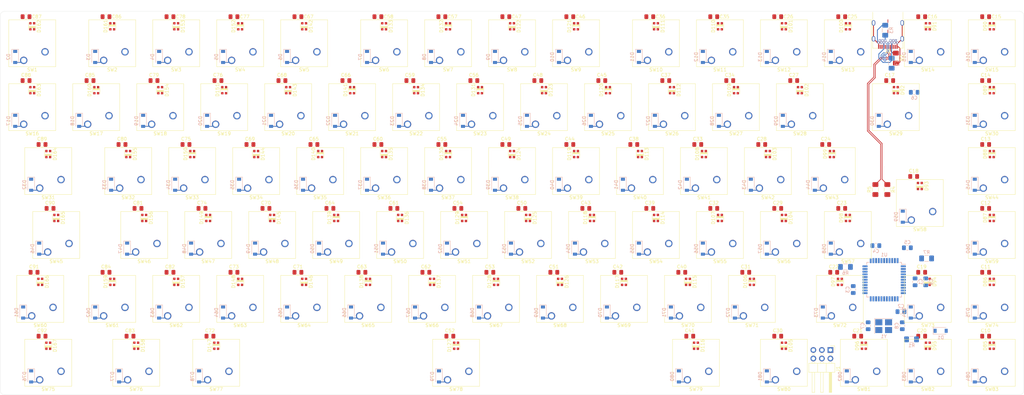
<source format=kicad_pcb>
(kicad_pcb (version 20171130) (host pcbnew 5.1.5+dfsg1-2build2)

  (general
    (thickness 1.6)
    (drawings 8)
    (tracks 261)
    (zones 0)
    (modules 354)
    (nets 216)
  )

  (page A3)
  (layers
    (0 F.Cu signal)
    (31 B.Cu signal)
    (32 B.Adhes user)
    (33 F.Adhes user)
    (34 B.Paste user)
    (35 F.Paste user)
    (36 B.SilkS user)
    (37 F.SilkS user)
    (38 B.Mask user)
    (39 F.Mask user)
    (40 Dwgs.User user)
    (41 Cmts.User user)
    (42 Eco1.User user)
    (43 Eco2.User user)
    (44 Edge.Cuts user)
    (45 Margin user)
    (46 B.CrtYd user)
    (47 F.CrtYd user)
    (48 B.Fab user)
    (49 F.Fab user)
  )

  (setup
    (last_trace_width 0.25)
    (trace_clearance 0.2)
    (zone_clearance 0.508)
    (zone_45_only no)
    (trace_min 0.2)
    (via_size 0.8)
    (via_drill 0.4)
    (via_min_size 0.6)
    (via_min_drill 0.3)
    (uvia_size 0.3)
    (uvia_drill 0.1)
    (uvias_allowed no)
    (uvia_min_size 0.2)
    (uvia_min_drill 0.1)
    (edge_width 0.05)
    (segment_width 0.2)
    (pcb_text_width 0.3)
    (pcb_text_size 1.5 1.5)
    (mod_edge_width 0.12)
    (mod_text_size 1 1)
    (mod_text_width 0.15)
    (pad_size 1.524 1.524)
    (pad_drill 0.762)
    (pad_to_mask_clearance 0.051)
    (solder_mask_min_width 0.25)
    (aux_axis_origin 0 0)
    (visible_elements FFFFF77F)
    (pcbplotparams
      (layerselection 0x010fc_ffffffff)
      (usegerberextensions false)
      (usegerberattributes false)
      (usegerberadvancedattributes false)
      (creategerberjobfile false)
      (excludeedgelayer true)
      (linewidth 0.100000)
      (plotframeref false)
      (viasonmask false)
      (mode 1)
      (useauxorigin false)
      (hpglpennumber 1)
      (hpglpenspeed 20)
      (hpglpendiameter 15.000000)
      (psnegative false)
      (psa4output false)
      (plotreference true)
      (plotvalue true)
      (plotinvisibletext false)
      (padsonsilk false)
      (subtractmaskfromsilk false)
      (outputformat 1)
      (mirror false)
      (drillshape 1)
      (scaleselection 1)
      (outputdirectory ""))
  )

  (net 0 "")
  (net 1 GND)
  (net 2 +5V)
  (net 3 "Net-(C7-Pad1)")
  (net 4 "Net-(C8-Pad2)")
  (net 5 "Net-(C9-Pad1)")
  (net 6 RST)
  (net 7 ROW0)
  (net 8 "Net-(D2-Pad2)")
  (net 9 "Net-(D3-Pad2)")
  (net 10 "Net-(D4-Pad2)")
  (net 11 "Net-(D5-Pad2)")
  (net 12 "Net-(D6-Pad2)")
  (net 13 "Net-(D7-Pad2)")
  (net 14 "Net-(D8-Pad2)")
  (net 15 "Net-(D9-Pad2)")
  (net 16 "Net-(D10-Pad2)")
  (net 17 "Net-(D11-Pad2)")
  (net 18 "Net-(D12-Pad2)")
  (net 19 "Net-(D13-Pad2)")
  (net 20 "Net-(D14-Pad2)")
  (net 21 "Net-(D15-Pad2)")
  (net 22 "Net-(D16-Pad2)")
  (net 23 ROW1)
  (net 24 "Net-(D17-Pad2)")
  (net 25 "Net-(D18-Pad2)")
  (net 26 "Net-(D19-Pad2)")
  (net 27 "Net-(D20-Pad2)")
  (net 28 "Net-(D21-Pad2)")
  (net 29 "Net-(D22-Pad2)")
  (net 30 "Net-(D23-Pad2)")
  (net 31 "Net-(D24-Pad2)")
  (net 32 "Net-(D25-Pad2)")
  (net 33 "Net-(D26-Pad2)")
  (net 34 "Net-(D27-Pad2)")
  (net 35 "Net-(D28-Pad2)")
  (net 36 "Net-(D29-Pad2)")
  (net 37 "Net-(D30-Pad2)")
  (net 38 "Net-(D31-Pad2)")
  (net 39 "Net-(D32-Pad2)")
  (net 40 ROW2)
  (net 41 "Net-(D33-Pad2)")
  (net 42 "Net-(D34-Pad2)")
  (net 43 "Net-(D35-Pad2)")
  (net 44 "Net-(D36-Pad2)")
  (net 45 "Net-(D37-Pad2)")
  (net 46 "Net-(D38-Pad2)")
  (net 47 "Net-(D39-Pad2)")
  (net 48 "Net-(D40-Pad2)")
  (net 49 "Net-(D41-Pad2)")
  (net 50 "Net-(D42-Pad2)")
  (net 51 "Net-(D43-Pad2)")
  (net 52 "Net-(D44-Pad2)")
  (net 53 "Net-(D45-Pad2)")
  (net 54 "Net-(D46-Pad2)")
  (net 55 ROW3)
  (net 56 "Net-(D47-Pad2)")
  (net 57 "Net-(D48-Pad2)")
  (net 58 "Net-(D49-Pad2)")
  (net 59 "Net-(D50-Pad2)")
  (net 60 "Net-(D51-Pad2)")
  (net 61 "Net-(D52-Pad2)")
  (net 62 "Net-(D53-Pad2)")
  (net 63 "Net-(D54-Pad2)")
  (net 64 "Net-(D55-Pad2)")
  (net 65 "Net-(D56-Pad2)")
  (net 66 "Net-(D57-Pad2)")
  (net 67 "Net-(D58-Pad2)")
  (net 68 "Net-(D59-Pad2)")
  (net 69 "Net-(D60-Pad2)")
  (net 70 ROW4)
  (net 71 "Net-(D61-Pad2)")
  (net 72 "Net-(D62-Pad2)")
  (net 73 "Net-(D63-Pad2)")
  (net 74 "Net-(D64-Pad2)")
  (net 75 "Net-(D65-Pad2)")
  (net 76 "Net-(D66-Pad2)")
  (net 77 "Net-(D67-Pad2)")
  (net 78 "Net-(D68-Pad2)")
  (net 79 "Net-(D69-Pad2)")
  (net 80 "Net-(D70-Pad2)")
  (net 81 "Net-(D71-Pad2)")
  (net 82 "Net-(D72-Pad2)")
  (net 83 "Net-(D73-Pad2)")
  (net 84 "Net-(D74-Pad2)")
  (net 85 "Net-(D75-Pad2)")
  (net 86 ROW5)
  (net 87 "Net-(D76-Pad2)")
  (net 88 "Net-(D77-Pad2)")
  (net 89 "Net-(D78-Pad2)")
  (net 90 "Net-(D79-Pad2)")
  (net 91 "Net-(D80-Pad2)")
  (net 92 "Net-(D81-Pad2)")
  (net 93 "Net-(D82-Pad2)")
  (net 94 "Net-(D83-Pad2)")
  (net 95 "Net-(D84-Pad2)")
  (net 96 "Net-(D85-Pad2)")
  (net 97 DIN)
  (net 98 "Net-(D86-Pad2)")
  (net 99 "Net-(D87-Pad2)")
  (net 100 "Net-(D88-Pad2)")
  (net 101 "Net-(D89-Pad2)")
  (net 102 "Net-(D90-Pad2)")
  (net 103 "Net-(D91-Pad2)")
  (net 104 "Net-(D92-Pad2)")
  (net 105 "Net-(D93-Pad2)")
  (net 106 "Net-(D94-Pad2)")
  (net 107 "Net-(D95-Pad2)")
  (net 108 "Net-(D96-Pad2)")
  (net 109 "Net-(D97-Pad2)")
  (net 110 "Net-(D98-Pad2)")
  (net 111 "Net-(D100-Pad4)")
  (net 112 "Net-(D100-Pad2)")
  (net 113 "Net-(D101-Pad2)")
  (net 114 "Net-(D102-Pad2)")
  (net 115 "Net-(D103-Pad2)")
  (net 116 "Net-(D104-Pad2)")
  (net 117 "Net-(D105-Pad2)")
  (net 118 "Net-(D106-Pad2)")
  (net 119 "Net-(D107-Pad2)")
  (net 120 "Net-(D108-Pad2)")
  (net 121 "Net-(D109-Pad2)")
  (net 122 "Net-(D110-Pad2)")
  (net 123 "Net-(D111-Pad2)")
  (net 124 "Net-(D112-Pad2)")
  (net 125 "Net-(D113-Pad2)")
  (net 126 "Net-(D114-Pad2)")
  (net 127 "Net-(D115-Pad2)")
  (net 128 "Net-(D116-Pad2)")
  (net 129 "Net-(D117-Pad2)")
  (net 130 "Net-(D118-Pad2)")
  (net 131 "Net-(D119-Pad2)")
  (net 132 "Net-(D120-Pad2)")
  (net 133 "Net-(D121-Pad2)")
  (net 134 "Net-(D122-Pad2)")
  (net 135 "Net-(D123-Pad2)")
  (net 136 "Net-(D124-Pad2)")
  (net 137 "Net-(D125-Pad2)")
  (net 138 "Net-(D126-Pad2)")
  (net 139 "Net-(D127-Pad2)")
  (net 140 "Net-(D128-Pad2)")
  (net 141 "Net-(D129-Pad2)")
  (net 142 "Net-(D130-Pad2)")
  (net 143 "Net-(D131-Pad2)")
  (net 144 "Net-(D132-Pad2)")
  (net 145 "Net-(D133-Pad2)")
  (net 146 "Net-(D134-Pad2)")
  (net 147 "Net-(D135-Pad2)")
  (net 148 "Net-(D136-Pad2)")
  (net 149 "Net-(D137-Pad2)")
  (net 150 "Net-(D138-Pad2)")
  (net 151 "Net-(D139-Pad2)")
  (net 152 "Net-(D140-Pad2)")
  (net 153 "Net-(D141-Pad2)")
  (net 154 "Net-(D142-Pad2)")
  (net 155 "Net-(D143-Pad2)")
  (net 156 "Net-(D144-Pad2)")
  (net 157 "Net-(D145-Pad2)")
  (net 158 "Net-(D146-Pad2)")
  (net 159 "Net-(D147-Pad2)")
  (net 160 "Net-(D148-Pad2)")
  (net 161 "Net-(D149-Pad2)")
  (net 162 "Net-(D150-Pad2)")
  (net 163 "Net-(D151-Pad2)")
  (net 164 "Net-(D152-Pad2)")
  (net 165 "Net-(D153-Pad2)")
  (net 166 "Net-(D154-Pad2)")
  (net 167 "Net-(D155-Pad2)")
  (net 168 "Net-(D156-Pad2)")
  (net 169 "Net-(D157-Pad2)")
  (net 170 "Net-(D158-Pad2)")
  (net 171 "Net-(D159-Pad2)")
  (net 172 "Net-(D160-Pad2)")
  (net 173 "Net-(D161-Pad2)")
  (net 174 "Net-(D162-Pad2)")
  (net 175 "Net-(D163-Pad2)")
  (net 176 "Net-(D164-Pad2)")
  (net 177 "Net-(D165-Pad2)")
  (net 178 "Net-(D166-Pad2)")
  (net 179 "Net-(D167-Pad2)")
  (net 180 "Net-(F1-Pad2)")
  (net 181 COL02)
  (net 182 COL00)
  (net 183 COL01)
  (net 184 "Net-(J2-PadA11)")
  (net 185 "Net-(J2-PadA10)")
  (net 186 "Net-(J2-PadA8)")
  (net 187 D-)
  (net 188 D+)
  (net 189 "Net-(J2-PadA5)")
  (net 190 "Net-(J2-PadA3)")
  (net 191 "Net-(J2-PadA2)")
  (net 192 "Net-(J2-PadB10)")
  (net 193 "Net-(J2-PadB3)")
  (net 194 "Net-(J2-PadB8)")
  (net 195 "Net-(J2-PadB5)")
  (net 196 "Net-(J2-PadB2)")
  (net 197 "Net-(J2-PadB11)")
  (net 198 "Net-(R6-Pad2)")
  (net 199 COL03)
  (net 200 COL04)
  (net 201 COL06)
  (net 202 COL07)
  (net 203 COL08)
  (net 204 COL09)
  (net 205 COL10)
  (net 206 COL11)
  (net 207 COL12)
  (net 208 COL13)
  (net 209 COL14)
  (net 210 COL15)
  (net 211 COL05)
  (net 212 "Net-(U1-Pad1)")
  (net 213 "Net-(U1-Pad8)")
  (net 214 "Net-(U1-Pad42)")
  (net 215 "Net-(R7-Pad2)")

  (net_class Default "Dies ist die voreingestellte Netzklasse."
    (clearance 0.2)
    (trace_width 0.25)
    (via_dia 0.8)
    (via_drill 0.4)
    (uvia_dia 0.3)
    (uvia_drill 0.1)
    (add_net +5V)
    (add_net COL00)
    (add_net COL01)
    (add_net COL02)
    (add_net COL03)
    (add_net COL04)
    (add_net COL05)
    (add_net COL06)
    (add_net COL07)
    (add_net COL08)
    (add_net COL09)
    (add_net COL10)
    (add_net COL11)
    (add_net COL12)
    (add_net COL13)
    (add_net COL14)
    (add_net COL15)
    (add_net D+)
    (add_net D-)
    (add_net DIN)
    (add_net GND)
    (add_net "Net-(C7-Pad1)")
    (add_net "Net-(C8-Pad2)")
    (add_net "Net-(C9-Pad1)")
    (add_net "Net-(D10-Pad2)")
    (add_net "Net-(D100-Pad2)")
    (add_net "Net-(D100-Pad4)")
    (add_net "Net-(D101-Pad2)")
    (add_net "Net-(D102-Pad2)")
    (add_net "Net-(D103-Pad2)")
    (add_net "Net-(D104-Pad2)")
    (add_net "Net-(D105-Pad2)")
    (add_net "Net-(D106-Pad2)")
    (add_net "Net-(D107-Pad2)")
    (add_net "Net-(D108-Pad2)")
    (add_net "Net-(D109-Pad2)")
    (add_net "Net-(D11-Pad2)")
    (add_net "Net-(D110-Pad2)")
    (add_net "Net-(D111-Pad2)")
    (add_net "Net-(D112-Pad2)")
    (add_net "Net-(D113-Pad2)")
    (add_net "Net-(D114-Pad2)")
    (add_net "Net-(D115-Pad2)")
    (add_net "Net-(D116-Pad2)")
    (add_net "Net-(D117-Pad2)")
    (add_net "Net-(D118-Pad2)")
    (add_net "Net-(D119-Pad2)")
    (add_net "Net-(D12-Pad2)")
    (add_net "Net-(D120-Pad2)")
    (add_net "Net-(D121-Pad2)")
    (add_net "Net-(D122-Pad2)")
    (add_net "Net-(D123-Pad2)")
    (add_net "Net-(D124-Pad2)")
    (add_net "Net-(D125-Pad2)")
    (add_net "Net-(D126-Pad2)")
    (add_net "Net-(D127-Pad2)")
    (add_net "Net-(D128-Pad2)")
    (add_net "Net-(D129-Pad2)")
    (add_net "Net-(D13-Pad2)")
    (add_net "Net-(D130-Pad2)")
    (add_net "Net-(D131-Pad2)")
    (add_net "Net-(D132-Pad2)")
    (add_net "Net-(D133-Pad2)")
    (add_net "Net-(D134-Pad2)")
    (add_net "Net-(D135-Pad2)")
    (add_net "Net-(D136-Pad2)")
    (add_net "Net-(D137-Pad2)")
    (add_net "Net-(D138-Pad2)")
    (add_net "Net-(D139-Pad2)")
    (add_net "Net-(D14-Pad2)")
    (add_net "Net-(D140-Pad2)")
    (add_net "Net-(D141-Pad2)")
    (add_net "Net-(D142-Pad2)")
    (add_net "Net-(D143-Pad2)")
    (add_net "Net-(D144-Pad2)")
    (add_net "Net-(D145-Pad2)")
    (add_net "Net-(D146-Pad2)")
    (add_net "Net-(D147-Pad2)")
    (add_net "Net-(D148-Pad2)")
    (add_net "Net-(D149-Pad2)")
    (add_net "Net-(D15-Pad2)")
    (add_net "Net-(D150-Pad2)")
    (add_net "Net-(D151-Pad2)")
    (add_net "Net-(D152-Pad2)")
    (add_net "Net-(D153-Pad2)")
    (add_net "Net-(D154-Pad2)")
    (add_net "Net-(D155-Pad2)")
    (add_net "Net-(D156-Pad2)")
    (add_net "Net-(D157-Pad2)")
    (add_net "Net-(D158-Pad2)")
    (add_net "Net-(D159-Pad2)")
    (add_net "Net-(D16-Pad2)")
    (add_net "Net-(D160-Pad2)")
    (add_net "Net-(D161-Pad2)")
    (add_net "Net-(D162-Pad2)")
    (add_net "Net-(D163-Pad2)")
    (add_net "Net-(D164-Pad2)")
    (add_net "Net-(D165-Pad2)")
    (add_net "Net-(D166-Pad2)")
    (add_net "Net-(D167-Pad2)")
    (add_net "Net-(D17-Pad2)")
    (add_net "Net-(D18-Pad2)")
    (add_net "Net-(D19-Pad2)")
    (add_net "Net-(D2-Pad2)")
    (add_net "Net-(D20-Pad2)")
    (add_net "Net-(D21-Pad2)")
    (add_net "Net-(D22-Pad2)")
    (add_net "Net-(D23-Pad2)")
    (add_net "Net-(D24-Pad2)")
    (add_net "Net-(D25-Pad2)")
    (add_net "Net-(D26-Pad2)")
    (add_net "Net-(D27-Pad2)")
    (add_net "Net-(D28-Pad2)")
    (add_net "Net-(D29-Pad2)")
    (add_net "Net-(D3-Pad2)")
    (add_net "Net-(D30-Pad2)")
    (add_net "Net-(D31-Pad2)")
    (add_net "Net-(D32-Pad2)")
    (add_net "Net-(D33-Pad2)")
    (add_net "Net-(D34-Pad2)")
    (add_net "Net-(D35-Pad2)")
    (add_net "Net-(D36-Pad2)")
    (add_net "Net-(D37-Pad2)")
    (add_net "Net-(D38-Pad2)")
    (add_net "Net-(D39-Pad2)")
    (add_net "Net-(D4-Pad2)")
    (add_net "Net-(D40-Pad2)")
    (add_net "Net-(D41-Pad2)")
    (add_net "Net-(D42-Pad2)")
    (add_net "Net-(D43-Pad2)")
    (add_net "Net-(D44-Pad2)")
    (add_net "Net-(D45-Pad2)")
    (add_net "Net-(D46-Pad2)")
    (add_net "Net-(D47-Pad2)")
    (add_net "Net-(D48-Pad2)")
    (add_net "Net-(D49-Pad2)")
    (add_net "Net-(D5-Pad2)")
    (add_net "Net-(D50-Pad2)")
    (add_net "Net-(D51-Pad2)")
    (add_net "Net-(D52-Pad2)")
    (add_net "Net-(D53-Pad2)")
    (add_net "Net-(D54-Pad2)")
    (add_net "Net-(D55-Pad2)")
    (add_net "Net-(D56-Pad2)")
    (add_net "Net-(D57-Pad2)")
    (add_net "Net-(D58-Pad2)")
    (add_net "Net-(D59-Pad2)")
    (add_net "Net-(D6-Pad2)")
    (add_net "Net-(D60-Pad2)")
    (add_net "Net-(D61-Pad2)")
    (add_net "Net-(D62-Pad2)")
    (add_net "Net-(D63-Pad2)")
    (add_net "Net-(D64-Pad2)")
    (add_net "Net-(D65-Pad2)")
    (add_net "Net-(D66-Pad2)")
    (add_net "Net-(D67-Pad2)")
    (add_net "Net-(D68-Pad2)")
    (add_net "Net-(D69-Pad2)")
    (add_net "Net-(D7-Pad2)")
    (add_net "Net-(D70-Pad2)")
    (add_net "Net-(D71-Pad2)")
    (add_net "Net-(D72-Pad2)")
    (add_net "Net-(D73-Pad2)")
    (add_net "Net-(D74-Pad2)")
    (add_net "Net-(D75-Pad2)")
    (add_net "Net-(D76-Pad2)")
    (add_net "Net-(D77-Pad2)")
    (add_net "Net-(D78-Pad2)")
    (add_net "Net-(D79-Pad2)")
    (add_net "Net-(D8-Pad2)")
    (add_net "Net-(D80-Pad2)")
    (add_net "Net-(D81-Pad2)")
    (add_net "Net-(D82-Pad2)")
    (add_net "Net-(D83-Pad2)")
    (add_net "Net-(D84-Pad2)")
    (add_net "Net-(D85-Pad2)")
    (add_net "Net-(D86-Pad2)")
    (add_net "Net-(D87-Pad2)")
    (add_net "Net-(D88-Pad2)")
    (add_net "Net-(D89-Pad2)")
    (add_net "Net-(D9-Pad2)")
    (add_net "Net-(D90-Pad2)")
    (add_net "Net-(D91-Pad2)")
    (add_net "Net-(D92-Pad2)")
    (add_net "Net-(D93-Pad2)")
    (add_net "Net-(D94-Pad2)")
    (add_net "Net-(D95-Pad2)")
    (add_net "Net-(D96-Pad2)")
    (add_net "Net-(D97-Pad2)")
    (add_net "Net-(D98-Pad2)")
    (add_net "Net-(F1-Pad2)")
    (add_net "Net-(J2-PadA10)")
    (add_net "Net-(J2-PadA11)")
    (add_net "Net-(J2-PadA2)")
    (add_net "Net-(J2-PadA3)")
    (add_net "Net-(J2-PadA5)")
    (add_net "Net-(J2-PadA8)")
    (add_net "Net-(J2-PadB10)")
    (add_net "Net-(J2-PadB11)")
    (add_net "Net-(J2-PadB2)")
    (add_net "Net-(J2-PadB3)")
    (add_net "Net-(J2-PadB5)")
    (add_net "Net-(J2-PadB8)")
    (add_net "Net-(R6-Pad2)")
    (add_net "Net-(R7-Pad2)")
    (add_net "Net-(U1-Pad1)")
    (add_net "Net-(U1-Pad42)")
    (add_net "Net-(U1-Pad8)")
    (add_net ROW0)
    (add_net ROW1)
    (add_net ROW2)
    (add_net ROW3)
    (add_net ROW4)
    (add_net ROW5)
    (add_net RST)
  )

  (module kezboard-pcb:USB_C_Receptacle_Stewart_SS-52400-003 (layer F.Cu) (tedit 5F26DA6C) (tstamp 5F15FEC3)
    (at 302.41875 38.1 180)
    (descr https://belfuse.com/resources/drawings/stewartconnector/dr-stw-ss-52400-003.pdf)
    (path /5EFFEB48)
    (fp_text reference J2 (at 0 -11.9) (layer F.SilkS)
      (effects (font (size 1 1) (thickness 0.15)))
    )
    (fp_text value USB_C_Receptacle (at 0 2.54) (layer F.Fab)
      (effects (font (size 1 1) (thickness 0.15)))
    )
    (fp_line (start -4.49 -2.55) (end -4.49 -0.21) (layer F.SilkS) (width 0.12))
    (fp_line (start 4.49 -0.21) (end 4.49 -2.55) (layer F.SilkS) (width 0.12))
    (fp_line (start 4.49 -9) (end 4.49 -11) (layer F.SilkS) (width 0.12))
    (fp_text user %R (at 0 -4.52) (layer F.Fab)
      (effects (font (size 1 1) (thickness 0.15)))
    )
    (fp_line (start -5.08 -11.43) (end 5.08 -11.43) (layer F.CrtYd) (width 0.05))
    (fp_line (start -5.08 1.27) (end 5.08 1.27) (layer F.CrtYd) (width 0.05))
    (fp_line (start -2 0) (end 2 0) (layer Dwgs.User) (width 0.1))
    (fp_line (start 4.37 0.95) (end 4.37 -10.88) (layer F.Fab) (width 0.1))
    (fp_line (start 4.37 -10.88) (end -4.37 -10.88) (layer F.Fab) (width 0.1))
    (fp_line (start -4.37 -10.88) (end -4.37 0.95) (layer F.Fab) (width 0.1))
    (fp_text user "PCB Edge" (at 0 -0.5) (layer Dwgs.User)
      (effects (font (size 0.5 0.5) (thickness 0.1)))
    )
    (fp_line (start -4.37 0.95) (end 4.37 0.95) (layer F.Fab) (width 0.1))
    (fp_line (start 5.08 1.27) (end 5.08 -11.43) (layer F.CrtYd) (width 0.05))
    (fp_line (start -5.08 -11.43) (end -5.08 1.27) (layer F.CrtYd) (width 0.05))
    (fp_line (start -3 -11) (end -4.49 -11) (layer F.SilkS) (width 0.12))
    (fp_line (start -4.49 -11) (end -4.49 -9) (layer F.SilkS) (width 0.12))
    (fp_line (start 4.49 -11) (end 3 -11) (layer F.SilkS) (width 0.12))
    (fp_line (start -4.49 -7.35) (end -4.49 -4.35) (layer F.SilkS) (width 0.12))
    (fp_line (start 4.49 -4.35) (end 4.49 -7.35) (layer F.SilkS) (width 0.12))
    (pad B11 thru_hole circle (at -2.4 -8.62 180) (size 0.65 0.65) (drill 0.4) (layers *.Cu *.Mask)
      (net 197 "Net-(J2-PadB11)"))
    (pad B2 thru_hole circle (at 2.4 -8.62 180) (size 0.65 0.65) (drill 0.4) (layers *.Cu *.Mask)
      (net 196 "Net-(J2-PadB2)"))
    (pad B12 thru_hole circle (at -2.8 -9.33 180) (size 0.65 0.65) (drill 0.4) (layers *.Cu *.Mask)
      (net 1 GND))
    (pad B5 thru_hole circle (at 0.8 -8.62 180) (size 0.65 0.65) (drill 0.4) (layers *.Cu *.Mask)
      (net 195 "Net-(J2-PadB5)"))
    (pad B8 thru_hole circle (at -0.8 -8.62 180) (size 0.65 0.65) (drill 0.4) (layers *.Cu *.Mask)
      (net 194 "Net-(J2-PadB8)"))
    (pad B3 thru_hole circle (at 1.6 -8.62 180) (size 0.65 0.65) (drill 0.4) (layers *.Cu *.Mask)
      (net 193 "Net-(J2-PadB3)"))
    (pad B10 thru_hole circle (at -1.6 -8.62 180) (size 0.65 0.65) (drill 0.4) (layers *.Cu *.Mask)
      (net 192 "Net-(J2-PadB10)"))
    (pad B1 thru_hole circle (at 2.8 -9.33 180) (size 0.65 0.65) (drill 0.4) (layers *.Cu *.Mask)
      (net 1 GND))
    (pad S1 thru_hole circle (at -2 -9.33 180) (size 0.65 0.65) (drill 0.4) (layers *.Cu *.Mask)
      (net 1 GND))
    (pad S1 thru_hole circle (at 2 -9.33 180) (size 0.65 0.65) (drill 0.4) (layers *.Cu *.Mask)
      (net 1 GND))
    (pad B9 thru_hole circle (at -1.2 -9.33 180) (size 0.65 0.65) (drill 0.4) (layers *.Cu *.Mask)
      (net 180 "Net-(F1-Pad2)"))
    (pad B4 thru_hole circle (at 1.2 -9.33 180) (size 0.65 0.65) (drill 0.4) (layers *.Cu *.Mask)
      (net 180 "Net-(F1-Pad2)"))
    (pad B7 thru_hole circle (at -0.4 -9.33 180) (size 0.65 0.65) (drill 0.4) (layers *.Cu *.Mask)
      (net 187 D-))
    (pad B6 thru_hole circle (at 0.4 -9.33 180) (size 0.65 0.65) (drill 0.4) (layers *.Cu *.Mask)
      (net 188 D+))
    (pad S1 smd rect (at 0 -6 180) (size 0.2 1) (layers F.Cu F.Paste F.Mask)
      (net 1 GND))
    (pad S1 smd rect (at 0 -2.9 180) (size 0.2 1) (layers F.Cu F.Paste F.Mask)
      (net 1 GND))
    (pad S1 thru_hole oval (at 4.27 -8.18 180) (size 1 1.6) (drill oval 0.6 1.2) (layers *.Cu *.Mask)
      (net 1 GND))
    (pad S1 thru_hole oval (at -4.27 -8.18 180) (size 1 1.6) (drill oval 0.6 1.2) (layers *.Cu *.Mask)
      (net 1 GND))
    (pad S1 thru_hole oval (at -4.27 -3.45 180) (size 1 1.6) (drill oval 0.6 1.2) (layers *.Cu *.Mask)
      (net 1 GND))
    (pad S1 thru_hole oval (at 4.27 -3.45 180) (size 1 1.6) (drill oval 0.6 1.2) (layers *.Cu *.Mask)
      (net 1 GND))
    (pad A1 smd rect (at -2.75 -10.58 180) (size 0.3 1.2) (layers F.Cu F.Paste F.Mask)
      (net 1 GND))
    (pad A2 smd rect (at -2.25 -10.58 180) (size 0.3 1.2) (layers F.Cu F.Paste F.Mask)
      (net 191 "Net-(J2-PadA2)"))
    (pad A3 smd rect (at -1.75 -10.58 180) (size 0.3 1.2) (layers F.Cu F.Paste F.Mask)
      (net 190 "Net-(J2-PadA3)"))
    (pad A4 smd rect (at -1.25 -10.58 180) (size 0.3 1.2) (layers F.Cu F.Paste F.Mask)
      (net 180 "Net-(F1-Pad2)"))
    (pad A5 smd rect (at -0.75 -10.58 180) (size 0.3 1.2) (layers F.Cu F.Paste F.Mask)
      (net 189 "Net-(J2-PadA5)"))
    (pad A6 smd rect (at -0.25 -10.58 180) (size 0.3 1.2) (layers F.Cu F.Paste F.Mask)
      (net 188 D+))
    (pad A7 smd rect (at 0.25 -10.58 180) (size 0.3 1.2) (layers F.Cu F.Paste F.Mask)
      (net 187 D-))
    (pad A8 smd rect (at 0.75 -10.58 180) (size 0.3 1.2) (layers F.Cu F.Paste F.Mask)
      (net 186 "Net-(J2-PadA8)"))
    (pad A9 smd rect (at 1.25 -10.58 180) (size 0.3 1.2) (layers F.Cu F.Paste F.Mask)
      (net 180 "Net-(F1-Pad2)"))
    (pad A10 smd rect (at 1.75 -10.58 180) (size 0.3 1.2) (layers F.Cu F.Paste F.Mask)
      (net 185 "Net-(J2-PadA10)"))
    (pad A11 smd rect (at 2.25 -10.58 180) (size 0.3 1.2) (layers F.Cu F.Paste F.Mask)
      (net 184 "Net-(J2-PadA11)"))
    (pad A12 smd rect (at 2.75 -10.58 180) (size 0.3 1.2) (layers F.Cu F.Paste F.Mask)
      (net 1 GND))
  )

  (module Resistor_SMD:R_1206_3216Metric_Pad1.42x1.75mm_HandSolder (layer B.Cu) (tedit 5B301BBD) (tstamp 5F26397F)
    (at 313.944 111.76 180)
    (descr "Resistor SMD 1206 (3216 Metric), square (rectangular) end terminal, IPC_7351 nominal with elongated pad for handsoldering. (Body size source: http://www.tortai-tech.com/upload/download/2011102023233369053.pdf), generated with kicad-footprint-generator")
    (tags "resistor handsolder")
    (path /5F259898)
    (attr smd)
    (fp_text reference R7 (at 0 1.82) (layer B.SilkS)
      (effects (font (size 1 1) (thickness 0.15)) (justify mirror))
    )
    (fp_text value 470 (at 0 -1.82) (layer B.Fab)
      (effects (font (size 1 1) (thickness 0.15)) (justify mirror))
    )
    (fp_text user %R (at 0 0) (layer B.Fab)
      (effects (font (size 0.8 0.8) (thickness 0.12)) (justify mirror))
    )
    (fp_line (start 2.45 -1.12) (end -2.45 -1.12) (layer B.CrtYd) (width 0.05))
    (fp_line (start 2.45 1.12) (end 2.45 -1.12) (layer B.CrtYd) (width 0.05))
    (fp_line (start -2.45 1.12) (end 2.45 1.12) (layer B.CrtYd) (width 0.05))
    (fp_line (start -2.45 -1.12) (end -2.45 1.12) (layer B.CrtYd) (width 0.05))
    (fp_line (start -0.602064 -0.91) (end 0.602064 -0.91) (layer B.SilkS) (width 0.12))
    (fp_line (start -0.602064 0.91) (end 0.602064 0.91) (layer B.SilkS) (width 0.12))
    (fp_line (start 1.6 -0.8) (end -1.6 -0.8) (layer B.Fab) (width 0.1))
    (fp_line (start 1.6 0.8) (end 1.6 -0.8) (layer B.Fab) (width 0.1))
    (fp_line (start -1.6 0.8) (end 1.6 0.8) (layer B.Fab) (width 0.1))
    (fp_line (start -1.6 -0.8) (end -1.6 0.8) (layer B.Fab) (width 0.1))
    (pad 2 smd roundrect (at 1.4875 0 180) (size 1.425 1.75) (layers B.Cu B.Paste B.Mask) (roundrect_rratio 0.175439)
      (net 215 "Net-(R7-Pad2)"))
    (pad 1 smd roundrect (at -1.4875 0 180) (size 1.425 1.75) (layers B.Cu B.Paste B.Mask) (roundrect_rratio 0.175439)
      (net 97 DIN))
    (model ${KISYS3DMOD}/Resistor_SMD.3dshapes/R_1206_3216Metric.wrl
      (at (xyz 0 0 0))
      (scale (xyz 1 1 1))
      (rotate (xyz 0 0 0))
    )
  )

  (module kezboard-pcb:LED_WS2812_2020 (layer F.Cu) (tedit 5F1C4B34) (tstamp 5F1B709E)
    (at 333.375 137.795 90)
    (descr https://www.peace-corp.co.jp/data/WS2812-2020_V1.0_EN.pdf)
    (path /5F949B9C/5F9E7A8D)
    (fp_text reference D85 (at 0 -2 90) (layer F.SilkS)
      (effects (font (size 1 1) (thickness 0.15)))
    )
    (fp_text value WS2812B (at 0 2 90) (layer F.Fab)
      (effects (font (size 1 1) (thickness 0.15)))
    )
    (fp_line (start -1.1 -1) (end 1.1 -1) (layer F.Fab) (width 0.1))
    (fp_line (start 1.1 -1) (end 1.1 1) (layer F.Fab) (width 0.1))
    (fp_line (start 1.1 1) (end -1.1 1) (layer F.Fab) (width 0.1))
    (fp_line (start -1.1 1) (end -1.1 -1) (layer F.Fab) (width 0.1))
    (fp_text user %R (at 0 0 90) (layer F.Fab)
      (effects (font (size 0.5 0.5) (thickness 0.1)))
    )
    (fp_line (start -1.1 -1.11) (end 1.1 -1.11) (layer F.SilkS) (width 0.12))
    (fp_line (start 1.1 1.11) (end -1.1 1.11) (layer F.SilkS) (width 0.12))
    (fp_poly (pts (xy 0.45 0.9) (xy 0.05 0.9) (xy 0.05 -0.9) (xy 0.45 -0.9)) (layer F.SilkS) (width 0.1))
    (pad 2 smd rect (at 0.9015 0.55 90) (size 0.7 0.7) (layers F.Cu F.Paste F.Mask)
      (net 96 "Net-(D85-Pad2)"))
    (pad 3 smd rect (at 0.9015 -0.55 90) (size 0.7 0.7) (layers F.Cu F.Paste F.Mask)
      (net 1 GND))
    (pad 4 smd rect (at -0.9015 -0.55 90) (size 0.7 0.7) (layers F.Cu F.Paste F.Mask)
      (net 97 DIN))
    (pad 1 smd rect (at -0.9015 0.55 90) (size 0.7 0.7) (layers F.Cu F.Paste F.Mask)
      (net 2 +5V))
  )

  (module kezboard-pcb:LED_WS2812_2020 (layer F.Cu) (tedit 5F1C4B34) (tstamp 5F15F975)
    (at 333.375 118.745 90)
    (descr https://www.peace-corp.co.jp/data/WS2812-2020_V1.0_EN.pdf)
    (path /5F949B9C/5FD3F1F5)
    (fp_text reference D86 (at 0 -2 90) (layer F.SilkS)
      (effects (font (size 1 1) (thickness 0.15)))
    )
    (fp_text value WS2812B (at 0 2 90) (layer F.Fab)
      (effects (font (size 1 1) (thickness 0.15)))
    )
    (fp_poly (pts (xy 0.45 0.9) (xy 0.05 0.9) (xy 0.05 -0.9) (xy 0.45 -0.9)) (layer F.SilkS) (width 0.1))
    (fp_line (start 1.1 1.11) (end -1.1 1.11) (layer F.SilkS) (width 0.12))
    (fp_line (start -1.1 -1.11) (end 1.1 -1.11) (layer F.SilkS) (width 0.12))
    (fp_text user %R (at 0 0 90) (layer F.Fab)
      (effects (font (size 0.5 0.5) (thickness 0.1)))
    )
    (fp_line (start -1.1 1) (end -1.1 -1) (layer F.Fab) (width 0.1))
    (fp_line (start 1.1 1) (end -1.1 1) (layer F.Fab) (width 0.1))
    (fp_line (start 1.1 -1) (end 1.1 1) (layer F.Fab) (width 0.1))
    (fp_line (start -1.1 -1) (end 1.1 -1) (layer F.Fab) (width 0.1))
    (pad 1 smd rect (at -0.9015 0.55 90) (size 0.7 0.7) (layers F.Cu F.Paste F.Mask)
      (net 2 +5V))
    (pad 4 smd rect (at -0.9015 -0.55 90) (size 0.7 0.7) (layers F.Cu F.Paste F.Mask)
      (net 96 "Net-(D85-Pad2)"))
    (pad 3 smd rect (at 0.9015 -0.55 90) (size 0.7 0.7) (layers F.Cu F.Paste F.Mask)
      (net 1 GND))
    (pad 2 smd rect (at 0.9015 0.55 90) (size 0.7 0.7) (layers F.Cu F.Paste F.Mask)
      (net 98 "Net-(D86-Pad2)"))
  )

  (module kezboard-pcb:LED_WS2812_2020 (layer F.Cu) (tedit 5F1C4B34) (tstamp 5F1B738A)
    (at 333.375 99.695 90)
    (descr https://www.peace-corp.co.jp/data/WS2812-2020_V1.0_EN.pdf)
    (path /5F949B9C/5FD40FA8)
    (fp_text reference D87 (at 0 -2 90) (layer F.SilkS)
      (effects (font (size 1 1) (thickness 0.15)))
    )
    (fp_text value WS2812B (at 0 2 90) (layer F.Fab)
      (effects (font (size 1 1) (thickness 0.15)))
    )
    (fp_poly (pts (xy 0.45 0.9) (xy 0.05 0.9) (xy 0.05 -0.9) (xy 0.45 -0.9)) (layer F.SilkS) (width 0.1))
    (fp_line (start 1.1 1.11) (end -1.1 1.11) (layer F.SilkS) (width 0.12))
    (fp_line (start -1.1 -1.11) (end 1.1 -1.11) (layer F.SilkS) (width 0.12))
    (fp_text user %R (at 0 0 90) (layer F.Fab)
      (effects (font (size 0.5 0.5) (thickness 0.1)))
    )
    (fp_line (start -1.1 1) (end -1.1 -1) (layer F.Fab) (width 0.1))
    (fp_line (start 1.1 1) (end -1.1 1) (layer F.Fab) (width 0.1))
    (fp_line (start 1.1 -1) (end 1.1 1) (layer F.Fab) (width 0.1))
    (fp_line (start -1.1 -1) (end 1.1 -1) (layer F.Fab) (width 0.1))
    (pad 1 smd rect (at -0.9015 0.55 90) (size 0.7 0.7) (layers F.Cu F.Paste F.Mask)
      (net 2 +5V))
    (pad 4 smd rect (at -0.9015 -0.55 90) (size 0.7 0.7) (layers F.Cu F.Paste F.Mask)
      (net 98 "Net-(D86-Pad2)"))
    (pad 3 smd rect (at 0.9015 -0.55 90) (size 0.7 0.7) (layers F.Cu F.Paste F.Mask)
      (net 1 GND))
    (pad 2 smd rect (at 0.9015 0.55 90) (size 0.7 0.7) (layers F.Cu F.Paste F.Mask)
      (net 99 "Net-(D87-Pad2)"))
  )

  (module kezboard-pcb:LED_WS2812_2020 (layer F.Cu) (tedit 5F1C4B34) (tstamp 5F25A25B)
    (at 333.375 80.645 90)
    (descr https://www.peace-corp.co.jp/data/WS2812-2020_V1.0_EN.pdf)
    (path /5F949B9C/5FD423CF)
    (fp_text reference D88 (at 0 -2 90) (layer F.SilkS)
      (effects (font (size 1 1) (thickness 0.15)))
    )
    (fp_text value WS2812B (at 0 2 90) (layer F.Fab)
      (effects (font (size 1 1) (thickness 0.15)))
    )
    (fp_poly (pts (xy 0.45 0.9) (xy 0.05 0.9) (xy 0.05 -0.9) (xy 0.45 -0.9)) (layer F.SilkS) (width 0.1))
    (fp_line (start 1.1 1.11) (end -1.1 1.11) (layer F.SilkS) (width 0.12))
    (fp_line (start -1.1 -1.11) (end 1.1 -1.11) (layer F.SilkS) (width 0.12))
    (fp_text user %R (at 0 0 90) (layer F.Fab)
      (effects (font (size 0.5 0.5) (thickness 0.1)))
    )
    (fp_line (start -1.1 1) (end -1.1 -1) (layer F.Fab) (width 0.1))
    (fp_line (start 1.1 1) (end -1.1 1) (layer F.Fab) (width 0.1))
    (fp_line (start 1.1 -1) (end 1.1 1) (layer F.Fab) (width 0.1))
    (fp_line (start -1.1 -1) (end 1.1 -1) (layer F.Fab) (width 0.1))
    (pad 1 smd rect (at -0.9015 0.55 90) (size 0.7 0.7) (layers F.Cu F.Paste F.Mask)
      (net 2 +5V))
    (pad 4 smd rect (at -0.9015 -0.55 90) (size 0.7 0.7) (layers F.Cu F.Paste F.Mask)
      (net 99 "Net-(D87-Pad2)"))
    (pad 3 smd rect (at 0.9015 -0.55 90) (size 0.7 0.7) (layers F.Cu F.Paste F.Mask)
      (net 1 GND))
    (pad 2 smd rect (at 0.9015 0.55 90) (size 0.7 0.7) (layers F.Cu F.Paste F.Mask)
      (net 100 "Net-(D88-Pad2)"))
  )

  (module kezboard-pcb:LED_WS2812_2020 (layer F.Cu) (tedit 5F1C4B34) (tstamp 5F15F9A2)
    (at 333.375 61.595 90)
    (descr https://www.peace-corp.co.jp/data/WS2812-2020_V1.0_EN.pdf)
    (path /5F949B9C/5FD43994)
    (fp_text reference D89 (at 0 -2 90) (layer F.SilkS)
      (effects (font (size 1 1) (thickness 0.15)))
    )
    (fp_text value WS2812B (at 0 2 90) (layer F.Fab)
      (effects (font (size 1 1) (thickness 0.15)))
    )
    (fp_line (start -1.1 -1) (end 1.1 -1) (layer F.Fab) (width 0.1))
    (fp_line (start 1.1 -1) (end 1.1 1) (layer F.Fab) (width 0.1))
    (fp_line (start 1.1 1) (end -1.1 1) (layer F.Fab) (width 0.1))
    (fp_line (start -1.1 1) (end -1.1 -1) (layer F.Fab) (width 0.1))
    (fp_text user %R (at 0 0 90) (layer F.Fab)
      (effects (font (size 0.5 0.5) (thickness 0.1)))
    )
    (fp_line (start -1.1 -1.11) (end 1.1 -1.11) (layer F.SilkS) (width 0.12))
    (fp_line (start 1.1 1.11) (end -1.1 1.11) (layer F.SilkS) (width 0.12))
    (fp_poly (pts (xy 0.45 0.9) (xy 0.05 0.9) (xy 0.05 -0.9) (xy 0.45 -0.9)) (layer F.SilkS) (width 0.1))
    (pad 2 smd rect (at 0.9015 0.55 90) (size 0.7 0.7) (layers F.Cu F.Paste F.Mask)
      (net 101 "Net-(D89-Pad2)"))
    (pad 3 smd rect (at 0.9015 -0.55 90) (size 0.7 0.7) (layers F.Cu F.Paste F.Mask)
      (net 1 GND))
    (pad 4 smd rect (at -0.9015 -0.55 90) (size 0.7 0.7) (layers F.Cu F.Paste F.Mask)
      (net 100 "Net-(D88-Pad2)"))
    (pad 1 smd rect (at -0.9015 0.55 90) (size 0.7 0.7) (layers F.Cu F.Paste F.Mask)
      (net 2 +5V))
  )

  (module kezboard-pcb:LED_WS2812_2020 (layer F.Cu) (tedit 5F1C4B34) (tstamp 5F15F9B1)
    (at 333.375 42.545 90)
    (descr https://www.peace-corp.co.jp/data/WS2812-2020_V1.0_EN.pdf)
    (path /5F949B9C/5F62CAD6)
    (fp_text reference D90 (at 0 -2 90) (layer F.SilkS)
      (effects (font (size 1 1) (thickness 0.15)))
    )
    (fp_text value WS2812B (at 0 2 90) (layer F.Fab)
      (effects (font (size 1 1) (thickness 0.15)))
    )
    (fp_poly (pts (xy 0.45 0.9) (xy 0.05 0.9) (xy 0.05 -0.9) (xy 0.45 -0.9)) (layer F.SilkS) (width 0.1))
    (fp_line (start 1.1 1.11) (end -1.1 1.11) (layer F.SilkS) (width 0.12))
    (fp_line (start -1.1 -1.11) (end 1.1 -1.11) (layer F.SilkS) (width 0.12))
    (fp_text user %R (at 0 0 90) (layer F.Fab)
      (effects (font (size 0.5 0.5) (thickness 0.1)))
    )
    (fp_line (start -1.1 1) (end -1.1 -1) (layer F.Fab) (width 0.1))
    (fp_line (start 1.1 1) (end -1.1 1) (layer F.Fab) (width 0.1))
    (fp_line (start 1.1 -1) (end 1.1 1) (layer F.Fab) (width 0.1))
    (fp_line (start -1.1 -1) (end 1.1 -1) (layer F.Fab) (width 0.1))
    (pad 1 smd rect (at -0.9015 0.55 90) (size 0.7 0.7) (layers F.Cu F.Paste F.Mask)
      (net 2 +5V))
    (pad 4 smd rect (at -0.9015 -0.55 90) (size 0.7 0.7) (layers F.Cu F.Paste F.Mask)
      (net 101 "Net-(D89-Pad2)"))
    (pad 3 smd rect (at 0.9015 -0.55 90) (size 0.7 0.7) (layers F.Cu F.Paste F.Mask)
      (net 1 GND))
    (pad 2 smd rect (at 0.9015 0.55 90) (size 0.7 0.7) (layers F.Cu F.Paste F.Mask)
      (net 102 "Net-(D90-Pad2)"))
  )

  (module kezboard-pcb:LED_WS2812_2020 (layer F.Cu) (tedit 5F1C4B34) (tstamp 5F15F9C0)
    (at 314.325 42.545 270)
    (descr https://www.peace-corp.co.jp/data/WS2812-2020_V1.0_EN.pdf)
    (path /5F949B9C/5F62CAF9)
    (fp_text reference D91 (at 0 -2 90) (layer F.SilkS)
      (effects (font (size 1 1) (thickness 0.15)))
    )
    (fp_text value WS2812B (at 0 2 90) (layer F.Fab)
      (effects (font (size 1 1) (thickness 0.15)))
    )
    (fp_line (start -1.1 -1) (end 1.1 -1) (layer F.Fab) (width 0.1))
    (fp_line (start 1.1 -1) (end 1.1 1) (layer F.Fab) (width 0.1))
    (fp_line (start 1.1 1) (end -1.1 1) (layer F.Fab) (width 0.1))
    (fp_line (start -1.1 1) (end -1.1 -1) (layer F.Fab) (width 0.1))
    (fp_text user %R (at 0 0 90) (layer F.Fab)
      (effects (font (size 0.5 0.5) (thickness 0.1)))
    )
    (fp_line (start -1.1 -1.11) (end 1.1 -1.11) (layer F.SilkS) (width 0.12))
    (fp_line (start 1.1 1.11) (end -1.1 1.11) (layer F.SilkS) (width 0.12))
    (fp_poly (pts (xy 0.45 0.9) (xy 0.05 0.9) (xy 0.05 -0.9) (xy 0.45 -0.9)) (layer F.SilkS) (width 0.1))
    (pad 2 smd rect (at 0.9015 0.55 270) (size 0.7 0.7) (layers F.Cu F.Paste F.Mask)
      (net 103 "Net-(D91-Pad2)"))
    (pad 3 smd rect (at 0.9015 -0.55 270) (size 0.7 0.7) (layers F.Cu F.Paste F.Mask)
      (net 1 GND))
    (pad 4 smd rect (at -0.9015 -0.55 270) (size 0.7 0.7) (layers F.Cu F.Paste F.Mask)
      (net 102 "Net-(D90-Pad2)"))
    (pad 1 smd rect (at -0.9015 0.55 270) (size 0.7 0.7) (layers F.Cu F.Paste F.Mask)
      (net 2 +5V))
  )

  (module kezboard-pcb:LED_WS2812_2020 (layer F.Cu) (tedit 5F1C4B34) (tstamp 5F15F9CF)
    (at 304.8 61.595 270)
    (descr https://www.peace-corp.co.jp/data/WS2812-2020_V1.0_EN.pdf)
    (path /5F949B9C/5F62CB1C)
    (fp_text reference D92 (at 0 -2 90) (layer F.SilkS)
      (effects (font (size 1 1) (thickness 0.15)))
    )
    (fp_text value WS2812B (at 0 2 90) (layer F.Fab)
      (effects (font (size 1 1) (thickness 0.15)))
    )
    (fp_poly (pts (xy 0.45 0.9) (xy 0.05 0.9) (xy 0.05 -0.9) (xy 0.45 -0.9)) (layer F.SilkS) (width 0.1))
    (fp_line (start 1.1 1.11) (end -1.1 1.11) (layer F.SilkS) (width 0.12))
    (fp_line (start -1.1 -1.11) (end 1.1 -1.11) (layer F.SilkS) (width 0.12))
    (fp_text user %R (at 0 0 90) (layer F.Fab)
      (effects (font (size 0.5 0.5) (thickness 0.1)))
    )
    (fp_line (start -1.1 1) (end -1.1 -1) (layer F.Fab) (width 0.1))
    (fp_line (start 1.1 1) (end -1.1 1) (layer F.Fab) (width 0.1))
    (fp_line (start 1.1 -1) (end 1.1 1) (layer F.Fab) (width 0.1))
    (fp_line (start -1.1 -1) (end 1.1 -1) (layer F.Fab) (width 0.1))
    (pad 1 smd rect (at -0.9015 0.55 270) (size 0.7 0.7) (layers F.Cu F.Paste F.Mask)
      (net 2 +5V))
    (pad 4 smd rect (at -0.9015 -0.55 270) (size 0.7 0.7) (layers F.Cu F.Paste F.Mask)
      (net 103 "Net-(D91-Pad2)"))
    (pad 3 smd rect (at 0.9015 -0.55 270) (size 0.7 0.7) (layers F.Cu F.Paste F.Mask)
      (net 1 GND))
    (pad 2 smd rect (at 0.9015 0.55 270) (size 0.7 0.7) (layers F.Cu F.Paste F.Mask)
      (net 104 "Net-(D92-Pad2)"))
  )

  (module kezboard-pcb:LED_WS2812_2020 (layer F.Cu) (tedit 5F1C4B34) (tstamp 5F15F9DE)
    (at 311.94375 90.17 270)
    (descr https://www.peace-corp.co.jp/data/WS2812-2020_V1.0_EN.pdf)
    (path /5F949B9C/5F62CB3F)
    (fp_text reference D93 (at 0 -2 90) (layer F.SilkS)
      (effects (font (size 1 1) (thickness 0.15)))
    )
    (fp_text value WS2812B (at 0 2 90) (layer F.Fab)
      (effects (font (size 1 1) (thickness 0.15)))
    )
    (fp_line (start -1.1 -1) (end 1.1 -1) (layer F.Fab) (width 0.1))
    (fp_line (start 1.1 -1) (end 1.1 1) (layer F.Fab) (width 0.1))
    (fp_line (start 1.1 1) (end -1.1 1) (layer F.Fab) (width 0.1))
    (fp_line (start -1.1 1) (end -1.1 -1) (layer F.Fab) (width 0.1))
    (fp_text user %R (at 0 0 90) (layer F.Fab)
      (effects (font (size 0.5 0.5) (thickness 0.1)))
    )
    (fp_line (start -1.1 -1.11) (end 1.1 -1.11) (layer F.SilkS) (width 0.12))
    (fp_line (start 1.1 1.11) (end -1.1 1.11) (layer F.SilkS) (width 0.12))
    (fp_poly (pts (xy 0.45 0.9) (xy 0.05 0.9) (xy 0.05 -0.9) (xy 0.45 -0.9)) (layer F.SilkS) (width 0.1))
    (pad 2 smd rect (at 0.9015 0.55 270) (size 0.7 0.7) (layers F.Cu F.Paste F.Mask)
      (net 105 "Net-(D93-Pad2)"))
    (pad 3 smd rect (at 0.9015 -0.55 270) (size 0.7 0.7) (layers F.Cu F.Paste F.Mask)
      (net 1 GND))
    (pad 4 smd rect (at -0.9015 -0.55 270) (size 0.7 0.7) (layers F.Cu F.Paste F.Mask)
      (net 104 "Net-(D92-Pad2)"))
    (pad 1 smd rect (at -0.9015 0.55 270) (size 0.7 0.7) (layers F.Cu F.Paste F.Mask)
      (net 2 +5V))
  )

  (module kezboard-pcb:LED_WS2812_2020 (layer F.Cu) (tedit 5F1C4B34) (tstamp 5F15F9ED)
    (at 314.325 118.745 270)
    (descr https://www.peace-corp.co.jp/data/WS2812-2020_V1.0_EN.pdf)
    (path /5F949B9C/5F62CB61)
    (fp_text reference D94 (at 0 -2 90) (layer F.SilkS)
      (effects (font (size 1 1) (thickness 0.15)))
    )
    (fp_text value WS2812B (at 0 2 90) (layer F.Fab)
      (effects (font (size 1 1) (thickness 0.15)))
    )
    (fp_poly (pts (xy 0.45 0.9) (xy 0.05 0.9) (xy 0.05 -0.9) (xy 0.45 -0.9)) (layer F.SilkS) (width 0.1))
    (fp_line (start 1.1 1.11) (end -1.1 1.11) (layer F.SilkS) (width 0.12))
    (fp_line (start -1.1 -1.11) (end 1.1 -1.11) (layer F.SilkS) (width 0.12))
    (fp_text user %R (at 0 0 90) (layer F.Fab)
      (effects (font (size 0.5 0.5) (thickness 0.1)))
    )
    (fp_line (start -1.1 1) (end -1.1 -1) (layer F.Fab) (width 0.1))
    (fp_line (start 1.1 1) (end -1.1 1) (layer F.Fab) (width 0.1))
    (fp_line (start 1.1 -1) (end 1.1 1) (layer F.Fab) (width 0.1))
    (fp_line (start -1.1 -1) (end 1.1 -1) (layer F.Fab) (width 0.1))
    (pad 1 smd rect (at -0.9015 0.55 270) (size 0.7 0.7) (layers F.Cu F.Paste F.Mask)
      (net 2 +5V))
    (pad 4 smd rect (at -0.9015 -0.55 270) (size 0.7 0.7) (layers F.Cu F.Paste F.Mask)
      (net 105 "Net-(D93-Pad2)"))
    (pad 3 smd rect (at 0.9015 -0.55 270) (size 0.7 0.7) (layers F.Cu F.Paste F.Mask)
      (net 1 GND))
    (pad 2 smd rect (at 0.9015 0.55 270) (size 0.7 0.7) (layers F.Cu F.Paste F.Mask)
      (net 106 "Net-(D94-Pad2)"))
  )

  (module kezboard-pcb:LED_WS2812_2020 (layer F.Cu) (tedit 5F1C4B34) (tstamp 5F15F9FC)
    (at 314.325 137.795 270)
    (descr https://www.peace-corp.co.jp/data/WS2812-2020_V1.0_EN.pdf)
    (path /5F949B9C/5F6A6266)
    (fp_text reference D95 (at 0 -2 90) (layer F.SilkS)
      (effects (font (size 1 1) (thickness 0.15)))
    )
    (fp_text value WS2812B (at 0 2 90) (layer F.Fab)
      (effects (font (size 1 1) (thickness 0.15)))
    )
    (fp_poly (pts (xy 0.45 0.9) (xy 0.05 0.9) (xy 0.05 -0.9) (xy 0.45 -0.9)) (layer F.SilkS) (width 0.1))
    (fp_line (start 1.1 1.11) (end -1.1 1.11) (layer F.SilkS) (width 0.12))
    (fp_line (start -1.1 -1.11) (end 1.1 -1.11) (layer F.SilkS) (width 0.12))
    (fp_text user %R (at 0 0 90) (layer F.Fab)
      (effects (font (size 0.5 0.5) (thickness 0.1)))
    )
    (fp_line (start -1.1 1) (end -1.1 -1) (layer F.Fab) (width 0.1))
    (fp_line (start 1.1 1) (end -1.1 1) (layer F.Fab) (width 0.1))
    (fp_line (start 1.1 -1) (end 1.1 1) (layer F.Fab) (width 0.1))
    (fp_line (start -1.1 -1) (end 1.1 -1) (layer F.Fab) (width 0.1))
    (pad 1 smd rect (at -0.9015 0.55 270) (size 0.7 0.7) (layers F.Cu F.Paste F.Mask)
      (net 2 +5V))
    (pad 4 smd rect (at -0.9015 -0.55 270) (size 0.7 0.7) (layers F.Cu F.Paste F.Mask)
      (net 106 "Net-(D94-Pad2)"))
    (pad 3 smd rect (at 0.9015 -0.55 270) (size 0.7 0.7) (layers F.Cu F.Paste F.Mask)
      (net 1 GND))
    (pad 2 smd rect (at 0.9015 0.55 270) (size 0.7 0.7) (layers F.Cu F.Paste F.Mask)
      (net 107 "Net-(D95-Pad2)"))
  )

  (module kezboard-pcb:LED_WS2812_2020 (layer F.Cu) (tedit 5F1C4B34) (tstamp 5F15FA0B)
    (at 295.275 137.795 90)
    (descr https://www.peace-corp.co.jp/data/WS2812-2020_V1.0_EN.pdf)
    (path /5F949B9C/5F6A6289)
    (fp_text reference D96 (at 0 -2 90) (layer F.SilkS)
      (effects (font (size 1 1) (thickness 0.15)))
    )
    (fp_text value WS2812B (at 0 2 90) (layer F.Fab)
      (effects (font (size 1 1) (thickness 0.15)))
    )
    (fp_line (start -1.1 -1) (end 1.1 -1) (layer F.Fab) (width 0.1))
    (fp_line (start 1.1 -1) (end 1.1 1) (layer F.Fab) (width 0.1))
    (fp_line (start 1.1 1) (end -1.1 1) (layer F.Fab) (width 0.1))
    (fp_line (start -1.1 1) (end -1.1 -1) (layer F.Fab) (width 0.1))
    (fp_text user %R (at 0 0 90) (layer F.Fab)
      (effects (font (size 0.5 0.5) (thickness 0.1)))
    )
    (fp_line (start -1.1 -1.11) (end 1.1 -1.11) (layer F.SilkS) (width 0.12))
    (fp_line (start 1.1 1.11) (end -1.1 1.11) (layer F.SilkS) (width 0.12))
    (fp_poly (pts (xy 0.45 0.9) (xy 0.05 0.9) (xy 0.05 -0.9) (xy 0.45 -0.9)) (layer F.SilkS) (width 0.1))
    (pad 2 smd rect (at 0.9015 0.55 90) (size 0.7 0.7) (layers F.Cu F.Paste F.Mask)
      (net 108 "Net-(D96-Pad2)"))
    (pad 3 smd rect (at 0.9015 -0.55 90) (size 0.7 0.7) (layers F.Cu F.Paste F.Mask)
      (net 1 GND))
    (pad 4 smd rect (at -0.9015 -0.55 90) (size 0.7 0.7) (layers F.Cu F.Paste F.Mask)
      (net 107 "Net-(D95-Pad2)"))
    (pad 1 smd rect (at -0.9015 0.55 90) (size 0.7 0.7) (layers F.Cu F.Paste F.Mask)
      (net 2 +5V))
  )

  (module kezboard-pcb:LED_WS2812_2020 (layer F.Cu) (tedit 5F1C4B34) (tstamp 5F15FA1A)
    (at 288.13125 118.745 90)
    (descr https://www.peace-corp.co.jp/data/WS2812-2020_V1.0_EN.pdf)
    (path /5F949B9C/5F6A62AC)
    (fp_text reference D97 (at 0 -2 90) (layer F.SilkS)
      (effects (font (size 1 1) (thickness 0.15)))
    )
    (fp_text value WS2812B (at 0 2 90) (layer F.Fab)
      (effects (font (size 1 1) (thickness 0.15)))
    )
    (fp_poly (pts (xy 0.45 0.9) (xy 0.05 0.9) (xy 0.05 -0.9) (xy 0.45 -0.9)) (layer F.SilkS) (width 0.1))
    (fp_line (start 1.1 1.11) (end -1.1 1.11) (layer F.SilkS) (width 0.12))
    (fp_line (start -1.1 -1.11) (end 1.1 -1.11) (layer F.SilkS) (width 0.12))
    (fp_text user %R (at 0 0 90) (layer F.Fab)
      (effects (font (size 0.5 0.5) (thickness 0.1)))
    )
    (fp_line (start -1.1 1) (end -1.1 -1) (layer F.Fab) (width 0.1))
    (fp_line (start 1.1 1) (end -1.1 1) (layer F.Fab) (width 0.1))
    (fp_line (start 1.1 -1) (end 1.1 1) (layer F.Fab) (width 0.1))
    (fp_line (start -1.1 -1) (end 1.1 -1) (layer F.Fab) (width 0.1))
    (pad 1 smd rect (at -0.9015 0.55 90) (size 0.7 0.7) (layers F.Cu F.Paste F.Mask)
      (net 2 +5V))
    (pad 4 smd rect (at -0.9015 -0.55 90) (size 0.7 0.7) (layers F.Cu F.Paste F.Mask)
      (net 108 "Net-(D96-Pad2)"))
    (pad 3 smd rect (at 0.9015 -0.55 90) (size 0.7 0.7) (layers F.Cu F.Paste F.Mask)
      (net 1 GND))
    (pad 2 smd rect (at 0.9015 0.55 90) (size 0.7 0.7) (layers F.Cu F.Paste F.Mask)
      (net 109 "Net-(D97-Pad2)"))
  )

  (module kezboard-pcb:LED_WS2812_2020 (layer F.Cu) (tedit 5F1C4B34) (tstamp 5F15FA29)
    (at 290.5125 99.695 90)
    (descr https://www.peace-corp.co.jp/data/WS2812-2020_V1.0_EN.pdf)
    (path /5F949B9C/5F6A62CF)
    (fp_text reference D98 (at 0 -2 90) (layer F.SilkS)
      (effects (font (size 1 1) (thickness 0.15)))
    )
    (fp_text value WS2812B (at 0 2 90) (layer F.Fab)
      (effects (font (size 1 1) (thickness 0.15)))
    )
    (fp_poly (pts (xy 0.45 0.9) (xy 0.05 0.9) (xy 0.05 -0.9) (xy 0.45 -0.9)) (layer F.SilkS) (width 0.1))
    (fp_line (start 1.1 1.11) (end -1.1 1.11) (layer F.SilkS) (width 0.12))
    (fp_line (start -1.1 -1.11) (end 1.1 -1.11) (layer F.SilkS) (width 0.12))
    (fp_text user %R (at 0 0 90) (layer F.Fab)
      (effects (font (size 0.5 0.5) (thickness 0.1)))
    )
    (fp_line (start -1.1 1) (end -1.1 -1) (layer F.Fab) (width 0.1))
    (fp_line (start 1.1 1) (end -1.1 1) (layer F.Fab) (width 0.1))
    (fp_line (start 1.1 -1) (end 1.1 1) (layer F.Fab) (width 0.1))
    (fp_line (start -1.1 -1) (end 1.1 -1) (layer F.Fab) (width 0.1))
    (pad 1 smd rect (at -0.9015 0.55 90) (size 0.7 0.7) (layers F.Cu F.Paste F.Mask)
      (net 2 +5V))
    (pad 4 smd rect (at -0.9015 -0.55 90) (size 0.7 0.7) (layers F.Cu F.Paste F.Mask)
      (net 109 "Net-(D97-Pad2)"))
    (pad 3 smd rect (at 0.9015 -0.55 90) (size 0.7 0.7) (layers F.Cu F.Paste F.Mask)
      (net 1 GND))
    (pad 2 smd rect (at 0.9015 0.55 90) (size 0.7 0.7) (layers F.Cu F.Paste F.Mask)
      (net 110 "Net-(D98-Pad2)"))
  )

  (module kezboard-pcb:LED_WS2812_2020 (layer F.Cu) (tedit 5F1C4B34) (tstamp 5F15FA38)
    (at 285.75 80.645 90)
    (descr https://www.peace-corp.co.jp/data/WS2812-2020_V1.0_EN.pdf)
    (path /5F949B9C/5F6A62F2)
    (fp_text reference D99 (at 0 -2 90) (layer F.SilkS)
      (effects (font (size 1 1) (thickness 0.15)))
    )
    (fp_text value WS2812B (at 0 2 90) (layer F.Fab)
      (effects (font (size 1 1) (thickness 0.15)))
    )
    (fp_poly (pts (xy 0.45 0.9) (xy 0.05 0.9) (xy 0.05 -0.9) (xy 0.45 -0.9)) (layer F.SilkS) (width 0.1))
    (fp_line (start 1.1 1.11) (end -1.1 1.11) (layer F.SilkS) (width 0.12))
    (fp_line (start -1.1 -1.11) (end 1.1 -1.11) (layer F.SilkS) (width 0.12))
    (fp_text user %R (at 0 0 90) (layer F.Fab)
      (effects (font (size 0.5 0.5) (thickness 0.1)))
    )
    (fp_line (start -1.1 1) (end -1.1 -1) (layer F.Fab) (width 0.1))
    (fp_line (start 1.1 1) (end -1.1 1) (layer F.Fab) (width 0.1))
    (fp_line (start 1.1 -1) (end 1.1 1) (layer F.Fab) (width 0.1))
    (fp_line (start -1.1 -1) (end 1.1 -1) (layer F.Fab) (width 0.1))
    (pad 1 smd rect (at -0.9015 0.55 90) (size 0.7 0.7) (layers F.Cu F.Paste F.Mask)
      (net 2 +5V))
    (pad 4 smd rect (at -0.9015 -0.55 90) (size 0.7 0.7) (layers F.Cu F.Paste F.Mask)
      (net 110 "Net-(D98-Pad2)"))
    (pad 3 smd rect (at 0.9015 -0.55 90) (size 0.7 0.7) (layers F.Cu F.Paste F.Mask)
      (net 1 GND))
    (pad 2 smd rect (at 0.9015 0.55 90) (size 0.7 0.7) (layers F.Cu F.Paste F.Mask)
      (net 111 "Net-(D100-Pad4)"))
  )

  (module kezboard-pcb:LED_WS2812_2020 (layer F.Cu) (tedit 5F1C4B34) (tstamp 5F15FA47)
    (at 290.5125 42.545 90)
    (descr https://www.peace-corp.co.jp/data/WS2812-2020_V1.0_EN.pdf)
    (path /5F949B9C/5F6A6315)
    (fp_text reference D100 (at 0 -2 90) (layer F.SilkS)
      (effects (font (size 1 1) (thickness 0.15)))
    )
    (fp_text value WS2812B (at 0 2 90) (layer F.Fab)
      (effects (font (size 1 1) (thickness 0.15)))
    )
    (fp_poly (pts (xy 0.45 0.9) (xy 0.05 0.9) (xy 0.05 -0.9) (xy 0.45 -0.9)) (layer F.SilkS) (width 0.1))
    (fp_line (start 1.1 1.11) (end -1.1 1.11) (layer F.SilkS) (width 0.12))
    (fp_line (start -1.1 -1.11) (end 1.1 -1.11) (layer F.SilkS) (width 0.12))
    (fp_text user %R (at 0 0 90) (layer F.Fab)
      (effects (font (size 0.5 0.5) (thickness 0.1)))
    )
    (fp_line (start -1.1 1) (end -1.1 -1) (layer F.Fab) (width 0.1))
    (fp_line (start 1.1 1) (end -1.1 1) (layer F.Fab) (width 0.1))
    (fp_line (start 1.1 -1) (end 1.1 1) (layer F.Fab) (width 0.1))
    (fp_line (start -1.1 -1) (end 1.1 -1) (layer F.Fab) (width 0.1))
    (pad 1 smd rect (at -0.9015 0.55 90) (size 0.7 0.7) (layers F.Cu F.Paste F.Mask)
      (net 2 +5V))
    (pad 4 smd rect (at -0.9015 -0.55 90) (size 0.7 0.7) (layers F.Cu F.Paste F.Mask)
      (net 111 "Net-(D100-Pad4)"))
    (pad 3 smd rect (at 0.9015 -0.55 90) (size 0.7 0.7) (layers F.Cu F.Paste F.Mask)
      (net 1 GND))
    (pad 2 smd rect (at 0.9015 0.55 90) (size 0.7 0.7) (layers F.Cu F.Paste F.Mask)
      (net 112 "Net-(D100-Pad2)"))
  )

  (module kezboard-pcb:LED_WS2812_2020 (layer F.Cu) (tedit 5F1C4B34) (tstamp 5F15FA56)
    (at 271.4625 42.545 270)
    (descr https://www.peace-corp.co.jp/data/WS2812-2020_V1.0_EN.pdf)
    (path /5F949B9C/5F6A6338)
    (fp_text reference D101 (at 0 -2 90) (layer F.SilkS)
      (effects (font (size 1 1) (thickness 0.15)))
    )
    (fp_text value WS2812B (at 0 2 90) (layer F.Fab)
      (effects (font (size 1 1) (thickness 0.15)))
    )
    (fp_poly (pts (xy 0.45 0.9) (xy 0.05 0.9) (xy 0.05 -0.9) (xy 0.45 -0.9)) (layer F.SilkS) (width 0.1))
    (fp_line (start 1.1 1.11) (end -1.1 1.11) (layer F.SilkS) (width 0.12))
    (fp_line (start -1.1 -1.11) (end 1.1 -1.11) (layer F.SilkS) (width 0.12))
    (fp_text user %R (at 0 0 90) (layer F.Fab)
      (effects (font (size 0.5 0.5) (thickness 0.1)))
    )
    (fp_line (start -1.1 1) (end -1.1 -1) (layer F.Fab) (width 0.1))
    (fp_line (start 1.1 1) (end -1.1 1) (layer F.Fab) (width 0.1))
    (fp_line (start 1.1 -1) (end 1.1 1) (layer F.Fab) (width 0.1))
    (fp_line (start -1.1 -1) (end 1.1 -1) (layer F.Fab) (width 0.1))
    (pad 1 smd rect (at -0.9015 0.55 270) (size 0.7 0.7) (layers F.Cu F.Paste F.Mask)
      (net 2 +5V))
    (pad 4 smd rect (at -0.9015 -0.55 270) (size 0.7 0.7) (layers F.Cu F.Paste F.Mask)
      (net 112 "Net-(D100-Pad2)"))
    (pad 3 smd rect (at 0.9015 -0.55 270) (size 0.7 0.7) (layers F.Cu F.Paste F.Mask)
      (net 1 GND))
    (pad 2 smd rect (at 0.9015 0.55 270) (size 0.7 0.7) (layers F.Cu F.Paste F.Mask)
      (net 113 "Net-(D101-Pad2)"))
  )

  (module kezboard-pcb:LED_WS2812_2020 (layer F.Cu) (tedit 5F1C4B34) (tstamp 5F15FA65)
    (at 276.225 61.595 270)
    (descr https://www.peace-corp.co.jp/data/WS2812-2020_V1.0_EN.pdf)
    (path /5F949B9C/5F6A635B)
    (fp_text reference D102 (at 0 -2 90) (layer F.SilkS)
      (effects (font (size 1 1) (thickness 0.15)))
    )
    (fp_text value WS2812B (at 0 2 90) (layer F.Fab)
      (effects (font (size 1 1) (thickness 0.15)))
    )
    (fp_line (start -1.1 -1) (end 1.1 -1) (layer F.Fab) (width 0.1))
    (fp_line (start 1.1 -1) (end 1.1 1) (layer F.Fab) (width 0.1))
    (fp_line (start 1.1 1) (end -1.1 1) (layer F.Fab) (width 0.1))
    (fp_line (start -1.1 1) (end -1.1 -1) (layer F.Fab) (width 0.1))
    (fp_text user %R (at 0 0 90) (layer F.Fab)
      (effects (font (size 0.5 0.5) (thickness 0.1)))
    )
    (fp_line (start -1.1 -1.11) (end 1.1 -1.11) (layer F.SilkS) (width 0.12))
    (fp_line (start 1.1 1.11) (end -1.1 1.11) (layer F.SilkS) (width 0.12))
    (fp_poly (pts (xy 0.45 0.9) (xy 0.05 0.9) (xy 0.05 -0.9) (xy 0.45 -0.9)) (layer F.SilkS) (width 0.1))
    (pad 2 smd rect (at 0.9015 0.55 270) (size 0.7 0.7) (layers F.Cu F.Paste F.Mask)
      (net 114 "Net-(D102-Pad2)"))
    (pad 3 smd rect (at 0.9015 -0.55 270) (size 0.7 0.7) (layers F.Cu F.Paste F.Mask)
      (net 1 GND))
    (pad 4 smd rect (at -0.9015 -0.55 270) (size 0.7 0.7) (layers F.Cu F.Paste F.Mask)
      (net 113 "Net-(D101-Pad2)"))
    (pad 1 smd rect (at -0.9015 0.55 270) (size 0.7 0.7) (layers F.Cu F.Paste F.Mask)
      (net 2 +5V))
  )

  (module kezboard-pcb:LED_WS2812_2020 (layer F.Cu) (tedit 5F1C4B34) (tstamp 5F15FA74)
    (at 266.7 80.645 270)
    (descr https://www.peace-corp.co.jp/data/WS2812-2020_V1.0_EN.pdf)
    (path /5F949B9C/5F6A637E)
    (fp_text reference D103 (at 0 -2 90) (layer F.SilkS)
      (effects (font (size 1 1) (thickness 0.15)))
    )
    (fp_text value WS2812B (at 0 2 90) (layer F.Fab)
      (effects (font (size 1 1) (thickness 0.15)))
    )
    (fp_poly (pts (xy 0.45 0.9) (xy 0.05 0.9) (xy 0.05 -0.9) (xy 0.45 -0.9)) (layer F.SilkS) (width 0.1))
    (fp_line (start 1.1 1.11) (end -1.1 1.11) (layer F.SilkS) (width 0.12))
    (fp_line (start -1.1 -1.11) (end 1.1 -1.11) (layer F.SilkS) (width 0.12))
    (fp_text user %R (at 0 0 90) (layer F.Fab)
      (effects (font (size 0.5 0.5) (thickness 0.1)))
    )
    (fp_line (start -1.1 1) (end -1.1 -1) (layer F.Fab) (width 0.1))
    (fp_line (start 1.1 1) (end -1.1 1) (layer F.Fab) (width 0.1))
    (fp_line (start 1.1 -1) (end 1.1 1) (layer F.Fab) (width 0.1))
    (fp_line (start -1.1 -1) (end 1.1 -1) (layer F.Fab) (width 0.1))
    (pad 1 smd rect (at -0.9015 0.55 270) (size 0.7 0.7) (layers F.Cu F.Paste F.Mask)
      (net 2 +5V))
    (pad 4 smd rect (at -0.9015 -0.55 270) (size 0.7 0.7) (layers F.Cu F.Paste F.Mask)
      (net 114 "Net-(D102-Pad2)"))
    (pad 3 smd rect (at 0.9015 -0.55 270) (size 0.7 0.7) (layers F.Cu F.Paste F.Mask)
      (net 1 GND))
    (pad 2 smd rect (at 0.9015 0.55 270) (size 0.7 0.7) (layers F.Cu F.Paste F.Mask)
      (net 115 "Net-(D103-Pad2)"))
  )

  (module kezboard-pcb:LED_WS2812_2020 (layer F.Cu) (tedit 5F1C4B34) (tstamp 5F15FA83)
    (at 271.4625 99.695 270)
    (descr https://www.peace-corp.co.jp/data/WS2812-2020_V1.0_EN.pdf)
    (path /5F949B9C/5F6A63A0)
    (fp_text reference D104 (at 0 -2 90) (layer F.SilkS)
      (effects (font (size 1 1) (thickness 0.15)))
    )
    (fp_text value WS2812B (at 0 2 90) (layer F.Fab)
      (effects (font (size 1 1) (thickness 0.15)))
    )
    (fp_poly (pts (xy 0.45 0.9) (xy 0.05 0.9) (xy 0.05 -0.9) (xy 0.45 -0.9)) (layer F.SilkS) (width 0.1))
    (fp_line (start 1.1 1.11) (end -1.1 1.11) (layer F.SilkS) (width 0.12))
    (fp_line (start -1.1 -1.11) (end 1.1 -1.11) (layer F.SilkS) (width 0.12))
    (fp_text user %R (at 0 0 90) (layer F.Fab)
      (effects (font (size 0.5 0.5) (thickness 0.1)))
    )
    (fp_line (start -1.1 1) (end -1.1 -1) (layer F.Fab) (width 0.1))
    (fp_line (start 1.1 1) (end -1.1 1) (layer F.Fab) (width 0.1))
    (fp_line (start 1.1 -1) (end 1.1 1) (layer F.Fab) (width 0.1))
    (fp_line (start -1.1 -1) (end 1.1 -1) (layer F.Fab) (width 0.1))
    (pad 1 smd rect (at -0.9015 0.55 270) (size 0.7 0.7) (layers F.Cu F.Paste F.Mask)
      (net 2 +5V))
    (pad 4 smd rect (at -0.9015 -0.55 270) (size 0.7 0.7) (layers F.Cu F.Paste F.Mask)
      (net 115 "Net-(D103-Pad2)"))
    (pad 3 smd rect (at 0.9015 -0.55 270) (size 0.7 0.7) (layers F.Cu F.Paste F.Mask)
      (net 1 GND))
    (pad 2 smd rect (at 0.9015 0.55 270) (size 0.7 0.7) (layers F.Cu F.Paste F.Mask)
      (net 116 "Net-(D104-Pad2)"))
  )

  (module kezboard-pcb:LED_WS2812_2020 (layer F.Cu) (tedit 5F1C4B34) (tstamp 5F15FA92)
    (at 271.4625 137.795 270)
    (descr https://www.peace-corp.co.jp/data/WS2812-2020_V1.0_EN.pdf)
    (path /5F949B9C/5F6DAEAD)
    (fp_text reference D105 (at 0 -2 90) (layer F.SilkS)
      (effects (font (size 1 1) (thickness 0.15)))
    )
    (fp_text value WS2812B (at 0 2 90) (layer F.Fab)
      (effects (font (size 1 1) (thickness 0.15)))
    )
    (fp_poly (pts (xy 0.45 0.9) (xy 0.05 0.9) (xy 0.05 -0.9) (xy 0.45 -0.9)) (layer F.SilkS) (width 0.1))
    (fp_line (start 1.1 1.11) (end -1.1 1.11) (layer F.SilkS) (width 0.12))
    (fp_line (start -1.1 -1.11) (end 1.1 -1.11) (layer F.SilkS) (width 0.12))
    (fp_text user %R (at 0 0 90) (layer F.Fab)
      (effects (font (size 0.5 0.5) (thickness 0.1)))
    )
    (fp_line (start -1.1 1) (end -1.1 -1) (layer F.Fab) (width 0.1))
    (fp_line (start 1.1 1) (end -1.1 1) (layer F.Fab) (width 0.1))
    (fp_line (start 1.1 -1) (end 1.1 1) (layer F.Fab) (width 0.1))
    (fp_line (start -1.1 -1) (end 1.1 -1) (layer F.Fab) (width 0.1))
    (pad 1 smd rect (at -0.9015 0.55 270) (size 0.7 0.7) (layers F.Cu F.Paste F.Mask)
      (net 2 +5V))
    (pad 4 smd rect (at -0.9015 -0.55 270) (size 0.7 0.7) (layers F.Cu F.Paste F.Mask)
      (net 116 "Net-(D104-Pad2)"))
    (pad 3 smd rect (at 0.9015 -0.55 270) (size 0.7 0.7) (layers F.Cu F.Paste F.Mask)
      (net 1 GND))
    (pad 2 smd rect (at 0.9015 0.55 270) (size 0.7 0.7) (layers F.Cu F.Paste F.Mask)
      (net 117 "Net-(D105-Pad2)"))
  )

  (module kezboard-pcb:LED_WS2812_2020 (layer F.Cu) (tedit 5F1C4B34) (tstamp 5F15FAA1)
    (at 261.9375 118.745 90)
    (descr https://www.peace-corp.co.jp/data/WS2812-2020_V1.0_EN.pdf)
    (path /5F949B9C/5F6DAED0)
    (fp_text reference D106 (at 0 -2 90) (layer F.SilkS)
      (effects (font (size 1 1) (thickness 0.15)))
    )
    (fp_text value WS2812B (at 0 2 90) (layer F.Fab)
      (effects (font (size 1 1) (thickness 0.15)))
    )
    (fp_poly (pts (xy 0.45 0.9) (xy 0.05 0.9) (xy 0.05 -0.9) (xy 0.45 -0.9)) (layer F.SilkS) (width 0.1))
    (fp_line (start 1.1 1.11) (end -1.1 1.11) (layer F.SilkS) (width 0.12))
    (fp_line (start -1.1 -1.11) (end 1.1 -1.11) (layer F.SilkS) (width 0.12))
    (fp_text user %R (at 0 0 90) (layer F.Fab)
      (effects (font (size 0.5 0.5) (thickness 0.1)))
    )
    (fp_line (start -1.1 1) (end -1.1 -1) (layer F.Fab) (width 0.1))
    (fp_line (start 1.1 1) (end -1.1 1) (layer F.Fab) (width 0.1))
    (fp_line (start 1.1 -1) (end 1.1 1) (layer F.Fab) (width 0.1))
    (fp_line (start -1.1 -1) (end 1.1 -1) (layer F.Fab) (width 0.1))
    (pad 1 smd rect (at -0.9015 0.55 90) (size 0.7 0.7) (layers F.Cu F.Paste F.Mask)
      (net 2 +5V))
    (pad 4 smd rect (at -0.9015 -0.55 90) (size 0.7 0.7) (layers F.Cu F.Paste F.Mask)
      (net 117 "Net-(D105-Pad2)"))
    (pad 3 smd rect (at 0.9015 -0.55 90) (size 0.7 0.7) (layers F.Cu F.Paste F.Mask)
      (net 1 GND))
    (pad 2 smd rect (at 0.9015 0.55 90) (size 0.7 0.7) (layers F.Cu F.Paste F.Mask)
      (net 118 "Net-(D106-Pad2)"))
  )

  (module kezboard-pcb:LED_WS2812_2020 (layer F.Cu) (tedit 5F1C4B34) (tstamp 5F15FAB0)
    (at 252.4125 99.695 90)
    (descr https://www.peace-corp.co.jp/data/WS2812-2020_V1.0_EN.pdf)
    (path /5F949B9C/5F6DAEF3)
    (fp_text reference D107 (at 0 -2 90) (layer F.SilkS)
      (effects (font (size 1 1) (thickness 0.15)))
    )
    (fp_text value WS2812B (at 0 2 90) (layer F.Fab)
      (effects (font (size 1 1) (thickness 0.15)))
    )
    (fp_poly (pts (xy 0.45 0.9) (xy 0.05 0.9) (xy 0.05 -0.9) (xy 0.45 -0.9)) (layer F.SilkS) (width 0.1))
    (fp_line (start 1.1 1.11) (end -1.1 1.11) (layer F.SilkS) (width 0.12))
    (fp_line (start -1.1 -1.11) (end 1.1 -1.11) (layer F.SilkS) (width 0.12))
    (fp_text user %R (at 0 0 90) (layer F.Fab)
      (effects (font (size 0.5 0.5) (thickness 0.1)))
    )
    (fp_line (start -1.1 1) (end -1.1 -1) (layer F.Fab) (width 0.1))
    (fp_line (start 1.1 1) (end -1.1 1) (layer F.Fab) (width 0.1))
    (fp_line (start 1.1 -1) (end 1.1 1) (layer F.Fab) (width 0.1))
    (fp_line (start -1.1 -1) (end 1.1 -1) (layer F.Fab) (width 0.1))
    (pad 1 smd rect (at -0.9015 0.55 90) (size 0.7 0.7) (layers F.Cu F.Paste F.Mask)
      (net 2 +5V))
    (pad 4 smd rect (at -0.9015 -0.55 90) (size 0.7 0.7) (layers F.Cu F.Paste F.Mask)
      (net 118 "Net-(D106-Pad2)"))
    (pad 3 smd rect (at 0.9015 -0.55 90) (size 0.7 0.7) (layers F.Cu F.Paste F.Mask)
      (net 1 GND))
    (pad 2 smd rect (at 0.9015 0.55 90) (size 0.7 0.7) (layers F.Cu F.Paste F.Mask)
      (net 119 "Net-(D107-Pad2)"))
  )

  (module kezboard-pcb:LED_WS2812_2020 (layer F.Cu) (tedit 5F1C4B34) (tstamp 5F15FABF)
    (at 247.65 80.645 90)
    (descr https://www.peace-corp.co.jp/data/WS2812-2020_V1.0_EN.pdf)
    (path /5F949B9C/5F6DAF16)
    (fp_text reference D108 (at 0 -2 90) (layer F.SilkS)
      (effects (font (size 1 1) (thickness 0.15)))
    )
    (fp_text value WS2812B (at 0 2 90) (layer F.Fab)
      (effects (font (size 1 1) (thickness 0.15)))
    )
    (fp_poly (pts (xy 0.45 0.9) (xy 0.05 0.9) (xy 0.05 -0.9) (xy 0.45 -0.9)) (layer F.SilkS) (width 0.1))
    (fp_line (start 1.1 1.11) (end -1.1 1.11) (layer F.SilkS) (width 0.12))
    (fp_line (start -1.1 -1.11) (end 1.1 -1.11) (layer F.SilkS) (width 0.12))
    (fp_text user %R (at 0 0 90) (layer F.Fab)
      (effects (font (size 0.5 0.5) (thickness 0.1)))
    )
    (fp_line (start -1.1 1) (end -1.1 -1) (layer F.Fab) (width 0.1))
    (fp_line (start 1.1 1) (end -1.1 1) (layer F.Fab) (width 0.1))
    (fp_line (start 1.1 -1) (end 1.1 1) (layer F.Fab) (width 0.1))
    (fp_line (start -1.1 -1) (end 1.1 -1) (layer F.Fab) (width 0.1))
    (pad 1 smd rect (at -0.9015 0.55 90) (size 0.7 0.7) (layers F.Cu F.Paste F.Mask)
      (net 2 +5V))
    (pad 4 smd rect (at -0.9015 -0.55 90) (size 0.7 0.7) (layers F.Cu F.Paste F.Mask)
      (net 119 "Net-(D107-Pad2)"))
    (pad 3 smd rect (at 0.9015 -0.55 90) (size 0.7 0.7) (layers F.Cu F.Paste F.Mask)
      (net 1 GND))
    (pad 2 smd rect (at 0.9015 0.55 90) (size 0.7 0.7) (layers F.Cu F.Paste F.Mask)
      (net 120 "Net-(D108-Pad2)"))
  )

  (module kezboard-pcb:LED_WS2812_2020 (layer F.Cu) (tedit 5F1C4B34) (tstamp 5F1B7DEF)
    (at 257.175 61.595 90)
    (descr https://www.peace-corp.co.jp/data/WS2812-2020_V1.0_EN.pdf)
    (path /5F949B9C/5F6DAF39)
    (fp_text reference D109 (at 0 -2 90) (layer F.SilkS)
      (effects (font (size 1 1) (thickness 0.15)))
    )
    (fp_text value WS2812B (at 0 2 90) (layer F.Fab)
      (effects (font (size 1 1) (thickness 0.15)))
    )
    (fp_poly (pts (xy 0.45 0.9) (xy 0.05 0.9) (xy 0.05 -0.9) (xy 0.45 -0.9)) (layer F.SilkS) (width 0.1))
    (fp_line (start 1.1 1.11) (end -1.1 1.11) (layer F.SilkS) (width 0.12))
    (fp_line (start -1.1 -1.11) (end 1.1 -1.11) (layer F.SilkS) (width 0.12))
    (fp_text user %R (at 0 0 90) (layer F.Fab)
      (effects (font (size 0.5 0.5) (thickness 0.1)))
    )
    (fp_line (start -1.1 1) (end -1.1 -1) (layer F.Fab) (width 0.1))
    (fp_line (start 1.1 1) (end -1.1 1) (layer F.Fab) (width 0.1))
    (fp_line (start 1.1 -1) (end 1.1 1) (layer F.Fab) (width 0.1))
    (fp_line (start -1.1 -1) (end 1.1 -1) (layer F.Fab) (width 0.1))
    (pad 1 smd rect (at -0.9015 0.55 90) (size 0.7 0.7) (layers F.Cu F.Paste F.Mask)
      (net 2 +5V))
    (pad 4 smd rect (at -0.9015 -0.55 90) (size 0.7 0.7) (layers F.Cu F.Paste F.Mask)
      (net 120 "Net-(D108-Pad2)"))
    (pad 3 smd rect (at 0.9015 -0.55 90) (size 0.7 0.7) (layers F.Cu F.Paste F.Mask)
      (net 1 GND))
    (pad 2 smd rect (at 0.9015 0.55 90) (size 0.7 0.7) (layers F.Cu F.Paste F.Mask)
      (net 121 "Net-(D109-Pad2)"))
  )

  (module kezboard-pcb:LED_WS2812_2020 (layer F.Cu) (tedit 5F1C4B34) (tstamp 5F15FADD)
    (at 252.4125 42.545 90)
    (descr https://www.peace-corp.co.jp/data/WS2812-2020_V1.0_EN.pdf)
    (path /5F949B9C/5F6DAF5C)
    (fp_text reference D110 (at 0 -2 90) (layer F.SilkS)
      (effects (font (size 1 1) (thickness 0.15)))
    )
    (fp_text value WS2812B (at 0 2 90) (layer F.Fab)
      (effects (font (size 1 1) (thickness 0.15)))
    )
    (fp_poly (pts (xy 0.45 0.9) (xy 0.05 0.9) (xy 0.05 -0.9) (xy 0.45 -0.9)) (layer F.SilkS) (width 0.1))
    (fp_line (start 1.1 1.11) (end -1.1 1.11) (layer F.SilkS) (width 0.12))
    (fp_line (start -1.1 -1.11) (end 1.1 -1.11) (layer F.SilkS) (width 0.12))
    (fp_text user %R (at 0 0 90) (layer F.Fab)
      (effects (font (size 0.5 0.5) (thickness 0.1)))
    )
    (fp_line (start -1.1 1) (end -1.1 -1) (layer F.Fab) (width 0.1))
    (fp_line (start 1.1 1) (end -1.1 1) (layer F.Fab) (width 0.1))
    (fp_line (start 1.1 -1) (end 1.1 1) (layer F.Fab) (width 0.1))
    (fp_line (start -1.1 -1) (end 1.1 -1) (layer F.Fab) (width 0.1))
    (pad 1 smd rect (at -0.9015 0.55 90) (size 0.7 0.7) (layers F.Cu F.Paste F.Mask)
      (net 2 +5V))
    (pad 4 smd rect (at -0.9015 -0.55 90) (size 0.7 0.7) (layers F.Cu F.Paste F.Mask)
      (net 121 "Net-(D109-Pad2)"))
    (pad 3 smd rect (at 0.9015 -0.55 90) (size 0.7 0.7) (layers F.Cu F.Paste F.Mask)
      (net 1 GND))
    (pad 2 smd rect (at 0.9015 0.55 90) (size 0.7 0.7) (layers F.Cu F.Paste F.Mask)
      (net 122 "Net-(D110-Pad2)"))
  )

  (module kezboard-pcb:LED_WS2812_2020 (layer F.Cu) (tedit 5F1C4B34) (tstamp 5F15FAEC)
    (at 233.3625 42.545 270)
    (descr https://www.peace-corp.co.jp/data/WS2812-2020_V1.0_EN.pdf)
    (path /5F949B9C/5F6DAF7F)
    (fp_text reference D111 (at 0 -2 90) (layer F.SilkS)
      (effects (font (size 1 1) (thickness 0.15)))
    )
    (fp_text value WS2812B (at 0 2 90) (layer F.Fab)
      (effects (font (size 1 1) (thickness 0.15)))
    )
    (fp_poly (pts (xy 0.45 0.9) (xy 0.05 0.9) (xy 0.05 -0.9) (xy 0.45 -0.9)) (layer F.SilkS) (width 0.1))
    (fp_line (start 1.1 1.11) (end -1.1 1.11) (layer F.SilkS) (width 0.12))
    (fp_line (start -1.1 -1.11) (end 1.1 -1.11) (layer F.SilkS) (width 0.12))
    (fp_text user %R (at 0 0 90) (layer F.Fab)
      (effects (font (size 0.5 0.5) (thickness 0.1)))
    )
    (fp_line (start -1.1 1) (end -1.1 -1) (layer F.Fab) (width 0.1))
    (fp_line (start 1.1 1) (end -1.1 1) (layer F.Fab) (width 0.1))
    (fp_line (start 1.1 -1) (end 1.1 1) (layer F.Fab) (width 0.1))
    (fp_line (start -1.1 -1) (end 1.1 -1) (layer F.Fab) (width 0.1))
    (pad 1 smd rect (at -0.9015 0.55 270) (size 0.7 0.7) (layers F.Cu F.Paste F.Mask)
      (net 2 +5V))
    (pad 4 smd rect (at -0.9015 -0.55 270) (size 0.7 0.7) (layers F.Cu F.Paste F.Mask)
      (net 122 "Net-(D110-Pad2)"))
    (pad 3 smd rect (at 0.9015 -0.55 270) (size 0.7 0.7) (layers F.Cu F.Paste F.Mask)
      (net 1 GND))
    (pad 2 smd rect (at 0.9015 0.55 270) (size 0.7 0.7) (layers F.Cu F.Paste F.Mask)
      (net 123 "Net-(D111-Pad2)"))
  )

  (module kezboard-pcb:LED_WS2812_2020 (layer F.Cu) (tedit 5F1C4B34) (tstamp 5F15FAFB)
    (at 238.125 61.595 270)
    (descr https://www.peace-corp.co.jp/data/WS2812-2020_V1.0_EN.pdf)
    (path /5F949B9C/5F6DAFA2)
    (fp_text reference D112 (at 0 -2 90) (layer F.SilkS)
      (effects (font (size 1 1) (thickness 0.15)))
    )
    (fp_text value WS2812B (at 0 2 90) (layer F.Fab)
      (effects (font (size 1 1) (thickness 0.15)))
    )
    (fp_poly (pts (xy 0.45 0.9) (xy 0.05 0.9) (xy 0.05 -0.9) (xy 0.45 -0.9)) (layer F.SilkS) (width 0.1))
    (fp_line (start 1.1 1.11) (end -1.1 1.11) (layer F.SilkS) (width 0.12))
    (fp_line (start -1.1 -1.11) (end 1.1 -1.11) (layer F.SilkS) (width 0.12))
    (fp_text user %R (at 0 0 90) (layer F.Fab)
      (effects (font (size 0.5 0.5) (thickness 0.1)))
    )
    (fp_line (start -1.1 1) (end -1.1 -1) (layer F.Fab) (width 0.1))
    (fp_line (start 1.1 1) (end -1.1 1) (layer F.Fab) (width 0.1))
    (fp_line (start 1.1 -1) (end 1.1 1) (layer F.Fab) (width 0.1))
    (fp_line (start -1.1 -1) (end 1.1 -1) (layer F.Fab) (width 0.1))
    (pad 1 smd rect (at -0.9015 0.55 270) (size 0.7 0.7) (layers F.Cu F.Paste F.Mask)
      (net 2 +5V))
    (pad 4 smd rect (at -0.9015 -0.55 270) (size 0.7 0.7) (layers F.Cu F.Paste F.Mask)
      (net 123 "Net-(D111-Pad2)"))
    (pad 3 smd rect (at 0.9015 -0.55 270) (size 0.7 0.7) (layers F.Cu F.Paste F.Mask)
      (net 1 GND))
    (pad 2 smd rect (at 0.9015 0.55 270) (size 0.7 0.7) (layers F.Cu F.Paste F.Mask)
      (net 124 "Net-(D112-Pad2)"))
  )

  (module kezboard-pcb:LED_WS2812_2020 (layer F.Cu) (tedit 5F1C4B34) (tstamp 5F15FB0A)
    (at 228.6 80.645 270)
    (descr https://www.peace-corp.co.jp/data/WS2812-2020_V1.0_EN.pdf)
    (path /5F949B9C/5F6DAFC5)
    (fp_text reference D113 (at 0 -2 90) (layer F.SilkS)
      (effects (font (size 1 1) (thickness 0.15)))
    )
    (fp_text value WS2812B (at 0 2 90) (layer F.Fab)
      (effects (font (size 1 1) (thickness 0.15)))
    )
    (fp_poly (pts (xy 0.45 0.9) (xy 0.05 0.9) (xy 0.05 -0.9) (xy 0.45 -0.9)) (layer F.SilkS) (width 0.1))
    (fp_line (start 1.1 1.11) (end -1.1 1.11) (layer F.SilkS) (width 0.12))
    (fp_line (start -1.1 -1.11) (end 1.1 -1.11) (layer F.SilkS) (width 0.12))
    (fp_text user %R (at 0 0 90) (layer F.Fab)
      (effects (font (size 0.5 0.5) (thickness 0.1)))
    )
    (fp_line (start -1.1 1) (end -1.1 -1) (layer F.Fab) (width 0.1))
    (fp_line (start 1.1 1) (end -1.1 1) (layer F.Fab) (width 0.1))
    (fp_line (start 1.1 -1) (end 1.1 1) (layer F.Fab) (width 0.1))
    (fp_line (start -1.1 -1) (end 1.1 -1) (layer F.Fab) (width 0.1))
    (pad 1 smd rect (at -0.9015 0.55 270) (size 0.7 0.7) (layers F.Cu F.Paste F.Mask)
      (net 2 +5V))
    (pad 4 smd rect (at -0.9015 -0.55 270) (size 0.7 0.7) (layers F.Cu F.Paste F.Mask)
      (net 124 "Net-(D112-Pad2)"))
    (pad 3 smd rect (at 0.9015 -0.55 270) (size 0.7 0.7) (layers F.Cu F.Paste F.Mask)
      (net 1 GND))
    (pad 2 smd rect (at 0.9015 0.55 270) (size 0.7 0.7) (layers F.Cu F.Paste F.Mask)
      (net 125 "Net-(D113-Pad2)"))
  )

  (module kezboard-pcb:LED_WS2812_2020 (layer F.Cu) (tedit 5F1C4B34) (tstamp 5F15FB19)
    (at 233.3625 99.695 270)
    (descr https://www.peace-corp.co.jp/data/WS2812-2020_V1.0_EN.pdf)
    (path /5F949B9C/5F6DAFE7)
    (fp_text reference D114 (at 0 -2 90) (layer F.SilkS)
      (effects (font (size 1 1) (thickness 0.15)))
    )
    (fp_text value WS2812B (at 0 2 90) (layer F.Fab)
      (effects (font (size 1 1) (thickness 0.15)))
    )
    (fp_poly (pts (xy 0.45 0.9) (xy 0.05 0.9) (xy 0.05 -0.9) (xy 0.45 -0.9)) (layer F.SilkS) (width 0.1))
    (fp_line (start 1.1 1.11) (end -1.1 1.11) (layer F.SilkS) (width 0.12))
    (fp_line (start -1.1 -1.11) (end 1.1 -1.11) (layer F.SilkS) (width 0.12))
    (fp_text user %R (at 0 0 90) (layer F.Fab)
      (effects (font (size 0.5 0.5) (thickness 0.1)))
    )
    (fp_line (start -1.1 1) (end -1.1 -1) (layer F.Fab) (width 0.1))
    (fp_line (start 1.1 1) (end -1.1 1) (layer F.Fab) (width 0.1))
    (fp_line (start 1.1 -1) (end 1.1 1) (layer F.Fab) (width 0.1))
    (fp_line (start -1.1 -1) (end 1.1 -1) (layer F.Fab) (width 0.1))
    (pad 1 smd rect (at -0.9015 0.55 270) (size 0.7 0.7) (layers F.Cu F.Paste F.Mask)
      (net 2 +5V))
    (pad 4 smd rect (at -0.9015 -0.55 270) (size 0.7 0.7) (layers F.Cu F.Paste F.Mask)
      (net 125 "Net-(D113-Pad2)"))
    (pad 3 smd rect (at 0.9015 -0.55 270) (size 0.7 0.7) (layers F.Cu F.Paste F.Mask)
      (net 1 GND))
    (pad 2 smd rect (at 0.9015 0.55 270) (size 0.7 0.7) (layers F.Cu F.Paste F.Mask)
      (net 126 "Net-(D114-Pad2)"))
  )

  (module kezboard-pcb:LED_WS2812_2020 (layer F.Cu) (tedit 5F1C4B34) (tstamp 5F15FB28)
    (at 242.8875 118.745 270)
    (descr https://www.peace-corp.co.jp/data/WS2812-2020_V1.0_EN.pdf)
    (path /5F949B9C/5F6FB8F1)
    (fp_text reference D115 (at 0 -2 90) (layer F.SilkS)
      (effects (font (size 1 1) (thickness 0.15)))
    )
    (fp_text value WS2812B (at 0 2 90) (layer F.Fab)
      (effects (font (size 1 1) (thickness 0.15)))
    )
    (fp_poly (pts (xy 0.45 0.9) (xy 0.05 0.9) (xy 0.05 -0.9) (xy 0.45 -0.9)) (layer F.SilkS) (width 0.1))
    (fp_line (start 1.1 1.11) (end -1.1 1.11) (layer F.SilkS) (width 0.12))
    (fp_line (start -1.1 -1.11) (end 1.1 -1.11) (layer F.SilkS) (width 0.12))
    (fp_text user %R (at 0 0 90) (layer F.Fab)
      (effects (font (size 0.5 0.5) (thickness 0.1)))
    )
    (fp_line (start -1.1 1) (end -1.1 -1) (layer F.Fab) (width 0.1))
    (fp_line (start 1.1 1) (end -1.1 1) (layer F.Fab) (width 0.1))
    (fp_line (start 1.1 -1) (end 1.1 1) (layer F.Fab) (width 0.1))
    (fp_line (start -1.1 -1) (end 1.1 -1) (layer F.Fab) (width 0.1))
    (pad 1 smd rect (at -0.9015 0.55 270) (size 0.7 0.7) (layers F.Cu F.Paste F.Mask)
      (net 2 +5V))
    (pad 4 smd rect (at -0.9015 -0.55 270) (size 0.7 0.7) (layers F.Cu F.Paste F.Mask)
      (net 126 "Net-(D114-Pad2)"))
    (pad 3 smd rect (at 0.9015 -0.55 270) (size 0.7 0.7) (layers F.Cu F.Paste F.Mask)
      (net 1 GND))
    (pad 2 smd rect (at 0.9015 0.55 270) (size 0.7 0.7) (layers F.Cu F.Paste F.Mask)
      (net 127 "Net-(D115-Pad2)"))
  )

  (module kezboard-pcb:LED_WS2812_2020 (layer F.Cu) (tedit 5F1C4B34) (tstamp 5F15FB37)
    (at 245.26875 137.795 270)
    (descr https://www.peace-corp.co.jp/data/WS2812-2020_V1.0_EN.pdf)
    (path /5F949B9C/5F6FB914)
    (fp_text reference D116 (at 0 -2 90) (layer F.SilkS)
      (effects (font (size 1 1) (thickness 0.15)))
    )
    (fp_text value WS2812B (at 0 2 90) (layer F.Fab)
      (effects (font (size 1 1) (thickness 0.15)))
    )
    (fp_poly (pts (xy 0.45 0.9) (xy 0.05 0.9) (xy 0.05 -0.9) (xy 0.45 -0.9)) (layer F.SilkS) (width 0.1))
    (fp_line (start 1.1 1.11) (end -1.1 1.11) (layer F.SilkS) (width 0.12))
    (fp_line (start -1.1 -1.11) (end 1.1 -1.11) (layer F.SilkS) (width 0.12))
    (fp_text user %R (at 0 0 90) (layer F.Fab)
      (effects (font (size 0.5 0.5) (thickness 0.1)))
    )
    (fp_line (start -1.1 1) (end -1.1 -1) (layer F.Fab) (width 0.1))
    (fp_line (start 1.1 1) (end -1.1 1) (layer F.Fab) (width 0.1))
    (fp_line (start 1.1 -1) (end 1.1 1) (layer F.Fab) (width 0.1))
    (fp_line (start -1.1 -1) (end 1.1 -1) (layer F.Fab) (width 0.1))
    (pad 1 smd rect (at -0.9015 0.55 270) (size 0.7 0.7) (layers F.Cu F.Paste F.Mask)
      (net 2 +5V))
    (pad 4 smd rect (at -0.9015 -0.55 270) (size 0.7 0.7) (layers F.Cu F.Paste F.Mask)
      (net 127 "Net-(D115-Pad2)"))
    (pad 3 smd rect (at 0.9015 -0.55 270) (size 0.7 0.7) (layers F.Cu F.Paste F.Mask)
      (net 1 GND))
    (pad 2 smd rect (at 0.9015 0.55 270) (size 0.7 0.7) (layers F.Cu F.Paste F.Mask)
      (net 128 "Net-(D116-Pad2)"))
  )

  (module kezboard-pcb:LED_WS2812_2020 (layer F.Cu) (tedit 5F1C4B34) (tstamp 5F15FB46)
    (at 223.8375 118.745 90)
    (descr https://www.peace-corp.co.jp/data/WS2812-2020_V1.0_EN.pdf)
    (path /5F949B9C/5F6FB937)
    (fp_text reference D117 (at 0 -2 90) (layer F.SilkS)
      (effects (font (size 1 1) (thickness 0.15)))
    )
    (fp_text value WS2812B (at 0 2 90) (layer F.Fab)
      (effects (font (size 1 1) (thickness 0.15)))
    )
    (fp_poly (pts (xy 0.45 0.9) (xy 0.05 0.9) (xy 0.05 -0.9) (xy 0.45 -0.9)) (layer F.SilkS) (width 0.1))
    (fp_line (start 1.1 1.11) (end -1.1 1.11) (layer F.SilkS) (width 0.12))
    (fp_line (start -1.1 -1.11) (end 1.1 -1.11) (layer F.SilkS) (width 0.12))
    (fp_text user %R (at 0 0 90) (layer F.Fab)
      (effects (font (size 0.5 0.5) (thickness 0.1)))
    )
    (fp_line (start -1.1 1) (end -1.1 -1) (layer F.Fab) (width 0.1))
    (fp_line (start 1.1 1) (end -1.1 1) (layer F.Fab) (width 0.1))
    (fp_line (start 1.1 -1) (end 1.1 1) (layer F.Fab) (width 0.1))
    (fp_line (start -1.1 -1) (end 1.1 -1) (layer F.Fab) (width 0.1))
    (pad 1 smd rect (at -0.9015 0.55 90) (size 0.7 0.7) (layers F.Cu F.Paste F.Mask)
      (net 2 +5V))
    (pad 4 smd rect (at -0.9015 -0.55 90) (size 0.7 0.7) (layers F.Cu F.Paste F.Mask)
      (net 128 "Net-(D116-Pad2)"))
    (pad 3 smd rect (at 0.9015 -0.55 90) (size 0.7 0.7) (layers F.Cu F.Paste F.Mask)
      (net 1 GND))
    (pad 2 smd rect (at 0.9015 0.55 90) (size 0.7 0.7) (layers F.Cu F.Paste F.Mask)
      (net 129 "Net-(D117-Pad2)"))
  )

  (module kezboard-pcb:LED_WS2812_2020 (layer F.Cu) (tedit 5F1C4B34) (tstamp 5F15FB55)
    (at 214.3125 99.695 90)
    (descr https://www.peace-corp.co.jp/data/WS2812-2020_V1.0_EN.pdf)
    (path /5F949B9C/5F6FB95A)
    (fp_text reference D118 (at 0 -2 90) (layer F.SilkS)
      (effects (font (size 1 1) (thickness 0.15)))
    )
    (fp_text value WS2812B (at 0 2 90) (layer F.Fab)
      (effects (font (size 1 1) (thickness 0.15)))
    )
    (fp_poly (pts (xy 0.45 0.9) (xy 0.05 0.9) (xy 0.05 -0.9) (xy 0.45 -0.9)) (layer F.SilkS) (width 0.1))
    (fp_line (start 1.1 1.11) (end -1.1 1.11) (layer F.SilkS) (width 0.12))
    (fp_line (start -1.1 -1.11) (end 1.1 -1.11) (layer F.SilkS) (width 0.12))
    (fp_text user %R (at 0 0 90) (layer F.Fab)
      (effects (font (size 0.5 0.5) (thickness 0.1)))
    )
    (fp_line (start -1.1 1) (end -1.1 -1) (layer F.Fab) (width 0.1))
    (fp_line (start 1.1 1) (end -1.1 1) (layer F.Fab) (width 0.1))
    (fp_line (start 1.1 -1) (end 1.1 1) (layer F.Fab) (width 0.1))
    (fp_line (start -1.1 -1) (end 1.1 -1) (layer F.Fab) (width 0.1))
    (pad 1 smd rect (at -0.9015 0.55 90) (size 0.7 0.7) (layers F.Cu F.Paste F.Mask)
      (net 2 +5V))
    (pad 4 smd rect (at -0.9015 -0.55 90) (size 0.7 0.7) (layers F.Cu F.Paste F.Mask)
      (net 129 "Net-(D117-Pad2)"))
    (pad 3 smd rect (at 0.9015 -0.55 90) (size 0.7 0.7) (layers F.Cu F.Paste F.Mask)
      (net 1 GND))
    (pad 2 smd rect (at 0.9015 0.55 90) (size 0.7 0.7) (layers F.Cu F.Paste F.Mask)
      (net 130 "Net-(D118-Pad2)"))
  )

  (module kezboard-pcb:LED_WS2812_2020 (layer F.Cu) (tedit 5F1C4B34) (tstamp 5F15FB64)
    (at 209.55 80.645 90)
    (descr https://www.peace-corp.co.jp/data/WS2812-2020_V1.0_EN.pdf)
    (path /5F949B9C/5F6FB97D)
    (fp_text reference D119 (at 0 -2 90) (layer F.SilkS)
      (effects (font (size 1 1) (thickness 0.15)))
    )
    (fp_text value WS2812B (at 0 2 90) (layer F.Fab)
      (effects (font (size 1 1) (thickness 0.15)))
    )
    (fp_poly (pts (xy 0.45 0.9) (xy 0.05 0.9) (xy 0.05 -0.9) (xy 0.45 -0.9)) (layer F.SilkS) (width 0.1))
    (fp_line (start 1.1 1.11) (end -1.1 1.11) (layer F.SilkS) (width 0.12))
    (fp_line (start -1.1 -1.11) (end 1.1 -1.11) (layer F.SilkS) (width 0.12))
    (fp_text user %R (at 0 0 90) (layer F.Fab)
      (effects (font (size 0.5 0.5) (thickness 0.1)))
    )
    (fp_line (start -1.1 1) (end -1.1 -1) (layer F.Fab) (width 0.1))
    (fp_line (start 1.1 1) (end -1.1 1) (layer F.Fab) (width 0.1))
    (fp_line (start 1.1 -1) (end 1.1 1) (layer F.Fab) (width 0.1))
    (fp_line (start -1.1 -1) (end 1.1 -1) (layer F.Fab) (width 0.1))
    (pad 1 smd rect (at -0.9015 0.55 90) (size 0.7 0.7) (layers F.Cu F.Paste F.Mask)
      (net 2 +5V))
    (pad 4 smd rect (at -0.9015 -0.55 90) (size 0.7 0.7) (layers F.Cu F.Paste F.Mask)
      (net 130 "Net-(D118-Pad2)"))
    (pad 3 smd rect (at 0.9015 -0.55 90) (size 0.7 0.7) (layers F.Cu F.Paste F.Mask)
      (net 1 GND))
    (pad 2 smd rect (at 0.9015 0.55 90) (size 0.7 0.7) (layers F.Cu F.Paste F.Mask)
      (net 131 "Net-(D119-Pad2)"))
  )

  (module kezboard-pcb:LED_WS2812_2020 (layer F.Cu) (tedit 5F1C4B34) (tstamp 5F16A15F)
    (at 219.075 61.595 90)
    (descr https://www.peace-corp.co.jp/data/WS2812-2020_V1.0_EN.pdf)
    (path /5F949B9C/5F6FB9A0)
    (fp_text reference D120 (at 0 -2 90) (layer F.SilkS)
      (effects (font (size 1 1) (thickness 0.15)))
    )
    (fp_text value WS2812B (at 0 2 90) (layer F.Fab)
      (effects (font (size 1 1) (thickness 0.15)))
    )
    (fp_poly (pts (xy 0.45 0.9) (xy 0.05 0.9) (xy 0.05 -0.9) (xy 0.45 -0.9)) (layer F.SilkS) (width 0.1))
    (fp_line (start 1.1 1.11) (end -1.1 1.11) (layer F.SilkS) (width 0.12))
    (fp_line (start -1.1 -1.11) (end 1.1 -1.11) (layer F.SilkS) (width 0.12))
    (fp_text user %R (at 0 0 90) (layer F.Fab)
      (effects (font (size 0.5 0.5) (thickness 0.1)))
    )
    (fp_line (start -1.1 1) (end -1.1 -1) (layer F.Fab) (width 0.1))
    (fp_line (start 1.1 1) (end -1.1 1) (layer F.Fab) (width 0.1))
    (fp_line (start 1.1 -1) (end 1.1 1) (layer F.Fab) (width 0.1))
    (fp_line (start -1.1 -1) (end 1.1 -1) (layer F.Fab) (width 0.1))
    (pad 1 smd rect (at -0.9015 0.55 90) (size 0.7 0.7) (layers F.Cu F.Paste F.Mask)
      (net 2 +5V))
    (pad 4 smd rect (at -0.9015 -0.55 90) (size 0.7 0.7) (layers F.Cu F.Paste F.Mask)
      (net 131 "Net-(D119-Pad2)"))
    (pad 3 smd rect (at 0.9015 -0.55 90) (size 0.7 0.7) (layers F.Cu F.Paste F.Mask)
      (net 1 GND))
    (pad 2 smd rect (at 0.9015 0.55 90) (size 0.7 0.7) (layers F.Cu F.Paste F.Mask)
      (net 132 "Net-(D120-Pad2)"))
  )

  (module kezboard-pcb:LED_WS2812_2020 (layer F.Cu) (tedit 5F1C4B34) (tstamp 5F15FB82)
    (at 209.55 42.545 90)
    (descr https://www.peace-corp.co.jp/data/WS2812-2020_V1.0_EN.pdf)
    (path /5F949B9C/5F6FB9C3)
    (fp_text reference D121 (at 0 -2 90) (layer F.SilkS)
      (effects (font (size 1 1) (thickness 0.15)))
    )
    (fp_text value WS2812B (at 0 2 90) (layer F.Fab)
      (effects (font (size 1 1) (thickness 0.15)))
    )
    (fp_poly (pts (xy 0.45 0.9) (xy 0.05 0.9) (xy 0.05 -0.9) (xy 0.45 -0.9)) (layer F.SilkS) (width 0.1))
    (fp_line (start 1.1 1.11) (end -1.1 1.11) (layer F.SilkS) (width 0.12))
    (fp_line (start -1.1 -1.11) (end 1.1 -1.11) (layer F.SilkS) (width 0.12))
    (fp_text user %R (at 0 0 90) (layer F.Fab)
      (effects (font (size 0.5 0.5) (thickness 0.1)))
    )
    (fp_line (start -1.1 1) (end -1.1 -1) (layer F.Fab) (width 0.1))
    (fp_line (start 1.1 1) (end -1.1 1) (layer F.Fab) (width 0.1))
    (fp_line (start 1.1 -1) (end 1.1 1) (layer F.Fab) (width 0.1))
    (fp_line (start -1.1 -1) (end 1.1 -1) (layer F.Fab) (width 0.1))
    (pad 1 smd rect (at -0.9015 0.55 90) (size 0.7 0.7) (layers F.Cu F.Paste F.Mask)
      (net 2 +5V))
    (pad 4 smd rect (at -0.9015 -0.55 90) (size 0.7 0.7) (layers F.Cu F.Paste F.Mask)
      (net 132 "Net-(D120-Pad2)"))
    (pad 3 smd rect (at 0.9015 -0.55 90) (size 0.7 0.7) (layers F.Cu F.Paste F.Mask)
      (net 1 GND))
    (pad 2 smd rect (at 0.9015 0.55 90) (size 0.7 0.7) (layers F.Cu F.Paste F.Mask)
      (net 133 "Net-(D121-Pad2)"))
  )

  (module kezboard-pcb:LED_WS2812_2020 (layer F.Cu) (tedit 5F1C4B34) (tstamp 5F15FB91)
    (at 190.5 42.545 270)
    (descr https://www.peace-corp.co.jp/data/WS2812-2020_V1.0_EN.pdf)
    (path /5F949B9C/5F6FB9E6)
    (fp_text reference D122 (at 0 -2 90) (layer F.SilkS)
      (effects (font (size 1 1) (thickness 0.15)))
    )
    (fp_text value WS2812B (at 0 2 90) (layer F.Fab)
      (effects (font (size 1 1) (thickness 0.15)))
    )
    (fp_poly (pts (xy 0.45 0.9) (xy 0.05 0.9) (xy 0.05 -0.9) (xy 0.45 -0.9)) (layer F.SilkS) (width 0.1))
    (fp_line (start 1.1 1.11) (end -1.1 1.11) (layer F.SilkS) (width 0.12))
    (fp_line (start -1.1 -1.11) (end 1.1 -1.11) (layer F.SilkS) (width 0.12))
    (fp_text user %R (at 0 0 90) (layer F.Fab)
      (effects (font (size 0.5 0.5) (thickness 0.1)))
    )
    (fp_line (start -1.1 1) (end -1.1 -1) (layer F.Fab) (width 0.1))
    (fp_line (start 1.1 1) (end -1.1 1) (layer F.Fab) (width 0.1))
    (fp_line (start 1.1 -1) (end 1.1 1) (layer F.Fab) (width 0.1))
    (fp_line (start -1.1 -1) (end 1.1 -1) (layer F.Fab) (width 0.1))
    (pad 1 smd rect (at -0.9015 0.55 270) (size 0.7 0.7) (layers F.Cu F.Paste F.Mask)
      (net 2 +5V))
    (pad 4 smd rect (at -0.9015 -0.55 270) (size 0.7 0.7) (layers F.Cu F.Paste F.Mask)
      (net 133 "Net-(D121-Pad2)"))
    (pad 3 smd rect (at 0.9015 -0.55 270) (size 0.7 0.7) (layers F.Cu F.Paste F.Mask)
      (net 1 GND))
    (pad 2 smd rect (at 0.9015 0.55 270) (size 0.7 0.7) (layers F.Cu F.Paste F.Mask)
      (net 134 "Net-(D122-Pad2)"))
  )

  (module kezboard-pcb:LED_WS2812_2020 (layer F.Cu) (tedit 5F1C4B34) (tstamp 5F25F9B0)
    (at 200.025 61.595 270)
    (descr https://www.peace-corp.co.jp/data/WS2812-2020_V1.0_EN.pdf)
    (path /5F949B9C/5F6FBA09)
    (fp_text reference D123 (at 0 -2 90) (layer F.SilkS)
      (effects (font (size 1 1) (thickness 0.15)))
    )
    (fp_text value WS2812B (at 0 2 90) (layer F.Fab)
      (effects (font (size 1 1) (thickness 0.15)))
    )
    (fp_line (start -1.1 -1) (end 1.1 -1) (layer F.Fab) (width 0.1))
    (fp_line (start 1.1 -1) (end 1.1 1) (layer F.Fab) (width 0.1))
    (fp_line (start 1.1 1) (end -1.1 1) (layer F.Fab) (width 0.1))
    (fp_line (start -1.1 1) (end -1.1 -1) (layer F.Fab) (width 0.1))
    (fp_text user %R (at 0 0 90) (layer F.Fab)
      (effects (font (size 0.5 0.5) (thickness 0.1)))
    )
    (fp_line (start -1.1 -1.11) (end 1.1 -1.11) (layer F.SilkS) (width 0.12))
    (fp_line (start 1.1 1.11) (end -1.1 1.11) (layer F.SilkS) (width 0.12))
    (fp_poly (pts (xy 0.45 0.9) (xy 0.05 0.9) (xy 0.05 -0.9) (xy 0.45 -0.9)) (layer F.SilkS) (width 0.1))
    (pad 2 smd rect (at 0.9015 0.55 270) (size 0.7 0.7) (layers F.Cu F.Paste F.Mask)
      (net 135 "Net-(D123-Pad2)"))
    (pad 3 smd rect (at 0.9015 -0.55 270) (size 0.7 0.7) (layers F.Cu F.Paste F.Mask)
      (net 1 GND))
    (pad 4 smd rect (at -0.9015 -0.55 270) (size 0.7 0.7) (layers F.Cu F.Paste F.Mask)
      (net 134 "Net-(D122-Pad2)"))
    (pad 1 smd rect (at -0.9015 0.55 270) (size 0.7 0.7) (layers F.Cu F.Paste F.Mask)
      (net 2 +5V))
  )

  (module kezboard-pcb:LED_WS2812_2020 (layer F.Cu) (tedit 5F1C4B34) (tstamp 5F15FBAF)
    (at 190.5 80.645 270)
    (descr https://www.peace-corp.co.jp/data/WS2812-2020_V1.0_EN.pdf)
    (path /5F949B9C/5F6FBA2B)
    (fp_text reference D124 (at 0 -2 90) (layer F.SilkS)
      (effects (font (size 1 1) (thickness 0.15)))
    )
    (fp_text value WS2812B (at 0 2 90) (layer F.Fab)
      (effects (font (size 1 1) (thickness 0.15)))
    )
    (fp_poly (pts (xy 0.45 0.9) (xy 0.05 0.9) (xy 0.05 -0.9) (xy 0.45 -0.9)) (layer F.SilkS) (width 0.1))
    (fp_line (start 1.1 1.11) (end -1.1 1.11) (layer F.SilkS) (width 0.12))
    (fp_line (start -1.1 -1.11) (end 1.1 -1.11) (layer F.SilkS) (width 0.12))
    (fp_text user %R (at 0 0 90) (layer F.Fab)
      (effects (font (size 0.5 0.5) (thickness 0.1)))
    )
    (fp_line (start -1.1 1) (end -1.1 -1) (layer F.Fab) (width 0.1))
    (fp_line (start 1.1 1) (end -1.1 1) (layer F.Fab) (width 0.1))
    (fp_line (start 1.1 -1) (end 1.1 1) (layer F.Fab) (width 0.1))
    (fp_line (start -1.1 -1) (end 1.1 -1) (layer F.Fab) (width 0.1))
    (pad 1 smd rect (at -0.9015 0.55 270) (size 0.7 0.7) (layers F.Cu F.Paste F.Mask)
      (net 2 +5V))
    (pad 4 smd rect (at -0.9015 -0.55 270) (size 0.7 0.7) (layers F.Cu F.Paste F.Mask)
      (net 135 "Net-(D123-Pad2)"))
    (pad 3 smd rect (at 0.9015 -0.55 270) (size 0.7 0.7) (layers F.Cu F.Paste F.Mask)
      (net 1 GND))
    (pad 2 smd rect (at 0.9015 0.55 270) (size 0.7 0.7) (layers F.Cu F.Paste F.Mask)
      (net 136 "Net-(D124-Pad2)"))
  )

  (module kezboard-pcb:LED_WS2812_2020 (layer F.Cu) (tedit 5F1C4B34) (tstamp 5F16A327)
    (at 195.2625 99.695 270)
    (descr https://www.peace-corp.co.jp/data/WS2812-2020_V1.0_EN.pdf)
    (path /5F949B9C/5F72C199)
    (fp_text reference D125 (at 0 -2 90) (layer F.SilkS)
      (effects (font (size 1 1) (thickness 0.15)))
    )
    (fp_text value WS2812B (at 0 2 90) (layer F.Fab)
      (effects (font (size 1 1) (thickness 0.15)))
    )
    (fp_poly (pts (xy 0.45 0.9) (xy 0.05 0.9) (xy 0.05 -0.9) (xy 0.45 -0.9)) (layer F.SilkS) (width 0.1))
    (fp_line (start 1.1 1.11) (end -1.1 1.11) (layer F.SilkS) (width 0.12))
    (fp_line (start -1.1 -1.11) (end 1.1 -1.11) (layer F.SilkS) (width 0.12))
    (fp_text user %R (at 0 0 90) (layer F.Fab)
      (effects (font (size 0.5 0.5) (thickness 0.1)))
    )
    (fp_line (start -1.1 1) (end -1.1 -1) (layer F.Fab) (width 0.1))
    (fp_line (start 1.1 1) (end -1.1 1) (layer F.Fab) (width 0.1))
    (fp_line (start 1.1 -1) (end 1.1 1) (layer F.Fab) (width 0.1))
    (fp_line (start -1.1 -1) (end 1.1 -1) (layer F.Fab) (width 0.1))
    (pad 1 smd rect (at -0.9015 0.55 270) (size 0.7 0.7) (layers F.Cu F.Paste F.Mask)
      (net 2 +5V))
    (pad 4 smd rect (at -0.9015 -0.55 270) (size 0.7 0.7) (layers F.Cu F.Paste F.Mask)
      (net 136 "Net-(D124-Pad2)"))
    (pad 3 smd rect (at 0.9015 -0.55 270) (size 0.7 0.7) (layers F.Cu F.Paste F.Mask)
      (net 1 GND))
    (pad 2 smd rect (at 0.9015 0.55 270) (size 0.7 0.7) (layers F.Cu F.Paste F.Mask)
      (net 137 "Net-(D125-Pad2)"))
  )

  (module kezboard-pcb:LED_WS2812_2020 (layer F.Cu) (tedit 5F1C4B34) (tstamp 5F15FBCD)
    (at 204.7875 118.745 270)
    (descr https://www.peace-corp.co.jp/data/WS2812-2020_V1.0_EN.pdf)
    (path /5F949B9C/5F72C1BC)
    (fp_text reference D126 (at 0 -2 90) (layer F.SilkS)
      (effects (font (size 1 1) (thickness 0.15)))
    )
    (fp_text value WS2812B (at 0 2 90) (layer F.Fab)
      (effects (font (size 1 1) (thickness 0.15)))
    )
    (fp_poly (pts (xy 0.45 0.9) (xy 0.05 0.9) (xy 0.05 -0.9) (xy 0.45 -0.9)) (layer F.SilkS) (width 0.1))
    (fp_line (start 1.1 1.11) (end -1.1 1.11) (layer F.SilkS) (width 0.12))
    (fp_line (start -1.1 -1.11) (end 1.1 -1.11) (layer F.SilkS) (width 0.12))
    (fp_text user %R (at 0 0 90) (layer F.Fab)
      (effects (font (size 0.5 0.5) (thickness 0.1)))
    )
    (fp_line (start -1.1 1) (end -1.1 -1) (layer F.Fab) (width 0.1))
    (fp_line (start 1.1 1) (end -1.1 1) (layer F.Fab) (width 0.1))
    (fp_line (start 1.1 -1) (end 1.1 1) (layer F.Fab) (width 0.1))
    (fp_line (start -1.1 -1) (end 1.1 -1) (layer F.Fab) (width 0.1))
    (pad 1 smd rect (at -0.9015 0.55 270) (size 0.7 0.7) (layers F.Cu F.Paste F.Mask)
      (net 2 +5V))
    (pad 4 smd rect (at -0.9015 -0.55 270) (size 0.7 0.7) (layers F.Cu F.Paste F.Mask)
      (net 137 "Net-(D125-Pad2)"))
    (pad 3 smd rect (at 0.9015 -0.55 270) (size 0.7 0.7) (layers F.Cu F.Paste F.Mask)
      (net 1 GND))
    (pad 2 smd rect (at 0.9015 0.55 270) (size 0.7 0.7) (layers F.Cu F.Paste F.Mask)
      (net 138 "Net-(D126-Pad2)"))
  )

  (module kezboard-pcb:LED_WS2812_2020 (layer F.Cu) (tedit 5F1C4B34) (tstamp 5F15FBDC)
    (at 173.83125 137.795 90)
    (descr https://www.peace-corp.co.jp/data/WS2812-2020_V1.0_EN.pdf)
    (path /5F949B9C/5F72C1DF)
    (fp_text reference D127 (at 0 -2 90) (layer F.SilkS)
      (effects (font (size 1 1) (thickness 0.15)))
    )
    (fp_text value WS2812B (at 0 2 90) (layer F.Fab)
      (effects (font (size 1 1) (thickness 0.15)))
    )
    (fp_poly (pts (xy 0.45 0.9) (xy 0.05 0.9) (xy 0.05 -0.9) (xy 0.45 -0.9)) (layer F.SilkS) (width 0.1))
    (fp_line (start 1.1 1.11) (end -1.1 1.11) (layer F.SilkS) (width 0.12))
    (fp_line (start -1.1 -1.11) (end 1.1 -1.11) (layer F.SilkS) (width 0.12))
    (fp_text user %R (at 0 0 90) (layer F.Fab)
      (effects (font (size 0.5 0.5) (thickness 0.1)))
    )
    (fp_line (start -1.1 1) (end -1.1 -1) (layer F.Fab) (width 0.1))
    (fp_line (start 1.1 1) (end -1.1 1) (layer F.Fab) (width 0.1))
    (fp_line (start 1.1 -1) (end 1.1 1) (layer F.Fab) (width 0.1))
    (fp_line (start -1.1 -1) (end 1.1 -1) (layer F.Fab) (width 0.1))
    (pad 1 smd rect (at -0.9015 0.55 90) (size 0.7 0.7) (layers F.Cu F.Paste F.Mask)
      (net 2 +5V))
    (pad 4 smd rect (at -0.9015 -0.55 90) (size 0.7 0.7) (layers F.Cu F.Paste F.Mask)
      (net 138 "Net-(D126-Pad2)"))
    (pad 3 smd rect (at 0.9015 -0.55 90) (size 0.7 0.7) (layers F.Cu F.Paste F.Mask)
      (net 1 GND))
    (pad 2 smd rect (at 0.9015 0.55 90) (size 0.7 0.7) (layers F.Cu F.Paste F.Mask)
      (net 139 "Net-(D127-Pad2)"))
  )

  (module kezboard-pcb:LED_WS2812_2020 (layer F.Cu) (tedit 5F1C4B34) (tstamp 5F15FBEB)
    (at 185.7375 118.745 90)
    (descr https://www.peace-corp.co.jp/data/WS2812-2020_V1.0_EN.pdf)
    (path /5F949B9C/5F72C202)
    (fp_text reference D128 (at 0 -2 90) (layer F.SilkS)
      (effects (font (size 1 1) (thickness 0.15)))
    )
    (fp_text value WS2812B (at 0 2 90) (layer F.Fab)
      (effects (font (size 1 1) (thickness 0.15)))
    )
    (fp_poly (pts (xy 0.45 0.9) (xy 0.05 0.9) (xy 0.05 -0.9) (xy 0.45 -0.9)) (layer F.SilkS) (width 0.1))
    (fp_line (start 1.1 1.11) (end -1.1 1.11) (layer F.SilkS) (width 0.12))
    (fp_line (start -1.1 -1.11) (end 1.1 -1.11) (layer F.SilkS) (width 0.12))
    (fp_text user %R (at 0 0 90) (layer F.Fab)
      (effects (font (size 0.5 0.5) (thickness 0.1)))
    )
    (fp_line (start -1.1 1) (end -1.1 -1) (layer F.Fab) (width 0.1))
    (fp_line (start 1.1 1) (end -1.1 1) (layer F.Fab) (width 0.1))
    (fp_line (start 1.1 -1) (end 1.1 1) (layer F.Fab) (width 0.1))
    (fp_line (start -1.1 -1) (end 1.1 -1) (layer F.Fab) (width 0.1))
    (pad 1 smd rect (at -0.9015 0.55 90) (size 0.7 0.7) (layers F.Cu F.Paste F.Mask)
      (net 2 +5V))
    (pad 4 smd rect (at -0.9015 -0.55 90) (size 0.7 0.7) (layers F.Cu F.Paste F.Mask)
      (net 139 "Net-(D127-Pad2)"))
    (pad 3 smd rect (at 0.9015 -0.55 90) (size 0.7 0.7) (layers F.Cu F.Paste F.Mask)
      (net 1 GND))
    (pad 2 smd rect (at 0.9015 0.55 90) (size 0.7 0.7) (layers F.Cu F.Paste F.Mask)
      (net 140 "Net-(D128-Pad2)"))
  )

  (module kezboard-pcb:LED_WS2812_2020 (layer F.Cu) (tedit 5F1C4B34) (tstamp 5F16A2A6)
    (at 176.2125 99.695 90)
    (descr https://www.peace-corp.co.jp/data/WS2812-2020_V1.0_EN.pdf)
    (path /5F949B9C/5F72C225)
    (fp_text reference D129 (at 0 -2 90) (layer F.SilkS)
      (effects (font (size 1 1) (thickness 0.15)))
    )
    (fp_text value WS2812B (at 0 2 90) (layer F.Fab)
      (effects (font (size 1 1) (thickness 0.15)))
    )
    (fp_poly (pts (xy 0.45 0.9) (xy 0.05 0.9) (xy 0.05 -0.9) (xy 0.45 -0.9)) (layer F.SilkS) (width 0.1))
    (fp_line (start 1.1 1.11) (end -1.1 1.11) (layer F.SilkS) (width 0.12))
    (fp_line (start -1.1 -1.11) (end 1.1 -1.11) (layer F.SilkS) (width 0.12))
    (fp_text user %R (at 0 0 90) (layer F.Fab)
      (effects (font (size 0.5 0.5) (thickness 0.1)))
    )
    (fp_line (start -1.1 1) (end -1.1 -1) (layer F.Fab) (width 0.1))
    (fp_line (start 1.1 1) (end -1.1 1) (layer F.Fab) (width 0.1))
    (fp_line (start 1.1 -1) (end 1.1 1) (layer F.Fab) (width 0.1))
    (fp_line (start -1.1 -1) (end 1.1 -1) (layer F.Fab) (width 0.1))
    (pad 1 smd rect (at -0.9015 0.55 90) (size 0.7 0.7) (layers F.Cu F.Paste F.Mask)
      (net 2 +5V))
    (pad 4 smd rect (at -0.9015 -0.55 90) (size 0.7 0.7) (layers F.Cu F.Paste F.Mask)
      (net 140 "Net-(D128-Pad2)"))
    (pad 3 smd rect (at 0.9015 -0.55 90) (size 0.7 0.7) (layers F.Cu F.Paste F.Mask)
      (net 1 GND))
    (pad 2 smd rect (at 0.9015 0.55 90) (size 0.7 0.7) (layers F.Cu F.Paste F.Mask)
      (net 141 "Net-(D129-Pad2)"))
  )

  (module kezboard-pcb:LED_WS2812_2020 (layer F.Cu) (tedit 5F1C4B34) (tstamp 5F15FC09)
    (at 171.45 80.645 90)
    (descr https://www.peace-corp.co.jp/data/WS2812-2020_V1.0_EN.pdf)
    (path /5F949B9C/5F72C248)
    (fp_text reference D130 (at 0 -2 90) (layer F.SilkS)
      (effects (font (size 1 1) (thickness 0.15)))
    )
    (fp_text value WS2812B (at 0 2 90) (layer F.Fab)
      (effects (font (size 1 1) (thickness 0.15)))
    )
    (fp_poly (pts (xy 0.45 0.9) (xy 0.05 0.9) (xy 0.05 -0.9) (xy 0.45 -0.9)) (layer F.SilkS) (width 0.1))
    (fp_line (start 1.1 1.11) (end -1.1 1.11) (layer F.SilkS) (width 0.12))
    (fp_line (start -1.1 -1.11) (end 1.1 -1.11) (layer F.SilkS) (width 0.12))
    (fp_text user %R (at 0 0 90) (layer F.Fab)
      (effects (font (size 0.5 0.5) (thickness 0.1)))
    )
    (fp_line (start -1.1 1) (end -1.1 -1) (layer F.Fab) (width 0.1))
    (fp_line (start 1.1 1) (end -1.1 1) (layer F.Fab) (width 0.1))
    (fp_line (start 1.1 -1) (end 1.1 1) (layer F.Fab) (width 0.1))
    (fp_line (start -1.1 -1) (end 1.1 -1) (layer F.Fab) (width 0.1))
    (pad 1 smd rect (at -0.9015 0.55 90) (size 0.7 0.7) (layers F.Cu F.Paste F.Mask)
      (net 2 +5V))
    (pad 4 smd rect (at -0.9015 -0.55 90) (size 0.7 0.7) (layers F.Cu F.Paste F.Mask)
      (net 141 "Net-(D129-Pad2)"))
    (pad 3 smd rect (at 0.9015 -0.55 90) (size 0.7 0.7) (layers F.Cu F.Paste F.Mask)
      (net 1 GND))
    (pad 2 smd rect (at 0.9015 0.55 90) (size 0.7 0.7) (layers F.Cu F.Paste F.Mask)
      (net 142 "Net-(D130-Pad2)"))
  )

  (module kezboard-pcb:LED_WS2812_2020 (layer F.Cu) (tedit 5F1C4B34) (tstamp 5F15FC18)
    (at 180.975 61.595 90)
    (descr https://www.peace-corp.co.jp/data/WS2812-2020_V1.0_EN.pdf)
    (path /5F949B9C/5F72C26B)
    (fp_text reference D131 (at 0 -2 90) (layer F.SilkS)
      (effects (font (size 1 1) (thickness 0.15)))
    )
    (fp_text value WS2812B (at 0 2 90) (layer F.Fab)
      (effects (font (size 1 1) (thickness 0.15)))
    )
    (fp_line (start -1.1 -1) (end 1.1 -1) (layer F.Fab) (width 0.1))
    (fp_line (start 1.1 -1) (end 1.1 1) (layer F.Fab) (width 0.1))
    (fp_line (start 1.1 1) (end -1.1 1) (layer F.Fab) (width 0.1))
    (fp_line (start -1.1 1) (end -1.1 -1) (layer F.Fab) (width 0.1))
    (fp_text user %R (at 0 0 90) (layer F.Fab)
      (effects (font (size 0.5 0.5) (thickness 0.1)))
    )
    (fp_line (start -1.1 -1.11) (end 1.1 -1.11) (layer F.SilkS) (width 0.12))
    (fp_line (start 1.1 1.11) (end -1.1 1.11) (layer F.SilkS) (width 0.12))
    (fp_poly (pts (xy 0.45 0.9) (xy 0.05 0.9) (xy 0.05 -0.9) (xy 0.45 -0.9)) (layer F.SilkS) (width 0.1))
    (pad 2 smd rect (at 0.9015 0.55 90) (size 0.7 0.7) (layers F.Cu F.Paste F.Mask)
      (net 143 "Net-(D131-Pad2)"))
    (pad 3 smd rect (at 0.9015 -0.55 90) (size 0.7 0.7) (layers F.Cu F.Paste F.Mask)
      (net 1 GND))
    (pad 4 smd rect (at -0.9015 -0.55 90) (size 0.7 0.7) (layers F.Cu F.Paste F.Mask)
      (net 142 "Net-(D130-Pad2)"))
    (pad 1 smd rect (at -0.9015 0.55 90) (size 0.7 0.7) (layers F.Cu F.Paste F.Mask)
      (net 2 +5V))
  )

  (module kezboard-pcb:LED_WS2812_2020 (layer F.Cu) (tedit 5F1C4B34) (tstamp 5F15FC27)
    (at 171.45 42.545 90)
    (descr https://www.peace-corp.co.jp/data/WS2812-2020_V1.0_EN.pdf)
    (path /5F949B9C/5F72C28E)
    (fp_text reference D132 (at 0 -2 90) (layer F.SilkS)
      (effects (font (size 1 1) (thickness 0.15)))
    )
    (fp_text value WS2812B (at 0 2 90) (layer F.Fab)
      (effects (font (size 1 1) (thickness 0.15)))
    )
    (fp_line (start -1.1 -1) (end 1.1 -1) (layer F.Fab) (width 0.1))
    (fp_line (start 1.1 -1) (end 1.1 1) (layer F.Fab) (width 0.1))
    (fp_line (start 1.1 1) (end -1.1 1) (layer F.Fab) (width 0.1))
    (fp_line (start -1.1 1) (end -1.1 -1) (layer F.Fab) (width 0.1))
    (fp_text user %R (at 0 0 90) (layer F.Fab)
      (effects (font (size 0.5 0.5) (thickness 0.1)))
    )
    (fp_line (start -1.1 -1.11) (end 1.1 -1.11) (layer F.SilkS) (width 0.12))
    (fp_line (start 1.1 1.11) (end -1.1 1.11) (layer F.SilkS) (width 0.12))
    (fp_poly (pts (xy 0.45 0.9) (xy 0.05 0.9) (xy 0.05 -0.9) (xy 0.45 -0.9)) (layer F.SilkS) (width 0.1))
    (pad 2 smd rect (at 0.9015 0.55 90) (size 0.7 0.7) (layers F.Cu F.Paste F.Mask)
      (net 144 "Net-(D132-Pad2)"))
    (pad 3 smd rect (at 0.9015 -0.55 90) (size 0.7 0.7) (layers F.Cu F.Paste F.Mask)
      (net 1 GND))
    (pad 4 smd rect (at -0.9015 -0.55 90) (size 0.7 0.7) (layers F.Cu F.Paste F.Mask)
      (net 143 "Net-(D131-Pad2)"))
    (pad 1 smd rect (at -0.9015 0.55 90) (size 0.7 0.7) (layers F.Cu F.Paste F.Mask)
      (net 2 +5V))
  )

  (module kezboard-pcb:LED_WS2812_2020 (layer F.Cu) (tedit 5F1C4B34) (tstamp 5F15FC36)
    (at 152.4 42.545 270)
    (descr https://www.peace-corp.co.jp/data/WS2812-2020_V1.0_EN.pdf)
    (path /5F949B9C/5F72C2B1)
    (fp_text reference D133 (at 0 -2 90) (layer F.SilkS)
      (effects (font (size 1 1) (thickness 0.15)))
    )
    (fp_text value WS2812B (at 0 2 90) (layer F.Fab)
      (effects (font (size 1 1) (thickness 0.15)))
    )
    (fp_line (start -1.1 -1) (end 1.1 -1) (layer F.Fab) (width 0.1))
    (fp_line (start 1.1 -1) (end 1.1 1) (layer F.Fab) (width 0.1))
    (fp_line (start 1.1 1) (end -1.1 1) (layer F.Fab) (width 0.1))
    (fp_line (start -1.1 1) (end -1.1 -1) (layer F.Fab) (width 0.1))
    (fp_text user %R (at 0 0 90) (layer F.Fab)
      (effects (font (size 0.5 0.5) (thickness 0.1)))
    )
    (fp_line (start -1.1 -1.11) (end 1.1 -1.11) (layer F.SilkS) (width 0.12))
    (fp_line (start 1.1 1.11) (end -1.1 1.11) (layer F.SilkS) (width 0.12))
    (fp_poly (pts (xy 0.45 0.9) (xy 0.05 0.9) (xy 0.05 -0.9) (xy 0.45 -0.9)) (layer F.SilkS) (width 0.1))
    (pad 2 smd rect (at 0.9015 0.55 270) (size 0.7 0.7) (layers F.Cu F.Paste F.Mask)
      (net 145 "Net-(D133-Pad2)"))
    (pad 3 smd rect (at 0.9015 -0.55 270) (size 0.7 0.7) (layers F.Cu F.Paste F.Mask)
      (net 1 GND))
    (pad 4 smd rect (at -0.9015 -0.55 270) (size 0.7 0.7) (layers F.Cu F.Paste F.Mask)
      (net 144 "Net-(D132-Pad2)"))
    (pad 1 smd rect (at -0.9015 0.55 270) (size 0.7 0.7) (layers F.Cu F.Paste F.Mask)
      (net 2 +5V))
  )

  (module kezboard-pcb:LED_WS2812_2020 (layer F.Cu) (tedit 5F1C4B34) (tstamp 5F15FC45)
    (at 161.925 61.595 270)
    (descr https://www.peace-corp.co.jp/data/WS2812-2020_V1.0_EN.pdf)
    (path /5F949B9C/5F72C2D3)
    (fp_text reference D134 (at 0 -2 90) (layer F.SilkS)
      (effects (font (size 1 1) (thickness 0.15)))
    )
    (fp_text value WS2812B (at 0 2 90) (layer F.Fab)
      (effects (font (size 1 1) (thickness 0.15)))
    )
    (fp_line (start -1.1 -1) (end 1.1 -1) (layer F.Fab) (width 0.1))
    (fp_line (start 1.1 -1) (end 1.1 1) (layer F.Fab) (width 0.1))
    (fp_line (start 1.1 1) (end -1.1 1) (layer F.Fab) (width 0.1))
    (fp_line (start -1.1 1) (end -1.1 -1) (layer F.Fab) (width 0.1))
    (fp_text user %R (at 0 0 90) (layer F.Fab)
      (effects (font (size 0.5 0.5) (thickness 0.1)))
    )
    (fp_line (start -1.1 -1.11) (end 1.1 -1.11) (layer F.SilkS) (width 0.12))
    (fp_line (start 1.1 1.11) (end -1.1 1.11) (layer F.SilkS) (width 0.12))
    (fp_poly (pts (xy 0.45 0.9) (xy 0.05 0.9) (xy 0.05 -0.9) (xy 0.45 -0.9)) (layer F.SilkS) (width 0.1))
    (pad 2 smd rect (at 0.9015 0.55 270) (size 0.7 0.7) (layers F.Cu F.Paste F.Mask)
      (net 146 "Net-(D134-Pad2)"))
    (pad 3 smd rect (at 0.9015 -0.55 270) (size 0.7 0.7) (layers F.Cu F.Paste F.Mask)
      (net 1 GND))
    (pad 4 smd rect (at -0.9015 -0.55 270) (size 0.7 0.7) (layers F.Cu F.Paste F.Mask)
      (net 145 "Net-(D133-Pad2)"))
    (pad 1 smd rect (at -0.9015 0.55 270) (size 0.7 0.7) (layers F.Cu F.Paste F.Mask)
      (net 2 +5V))
  )

  (module kezboard-pcb:LED_WS2812_2020 (layer F.Cu) (tedit 5F1C4B34) (tstamp 5F15FC54)
    (at 152.4 80.645 270)
    (descr https://www.peace-corp.co.jp/data/WS2812-2020_V1.0_EN.pdf)
    (path /5F949B9C/5F78DB79)
    (fp_text reference D135 (at 0 -2 90) (layer F.SilkS)
      (effects (font (size 1 1) (thickness 0.15)))
    )
    (fp_text value WS2812B (at 0 2 90) (layer F.Fab)
      (effects (font (size 1 1) (thickness 0.15)))
    )
    (fp_poly (pts (xy 0.45 0.9) (xy 0.05 0.9) (xy 0.05 -0.9) (xy 0.45 -0.9)) (layer F.SilkS) (width 0.1))
    (fp_line (start 1.1 1.11) (end -1.1 1.11) (layer F.SilkS) (width 0.12))
    (fp_line (start -1.1 -1.11) (end 1.1 -1.11) (layer F.SilkS) (width 0.12))
    (fp_text user %R (at 0 0 90) (layer F.Fab)
      (effects (font (size 0.5 0.5) (thickness 0.1)))
    )
    (fp_line (start -1.1 1) (end -1.1 -1) (layer F.Fab) (width 0.1))
    (fp_line (start 1.1 1) (end -1.1 1) (layer F.Fab) (width 0.1))
    (fp_line (start 1.1 -1) (end 1.1 1) (layer F.Fab) (width 0.1))
    (fp_line (start -1.1 -1) (end 1.1 -1) (layer F.Fab) (width 0.1))
    (pad 1 smd rect (at -0.9015 0.55 270) (size 0.7 0.7) (layers F.Cu F.Paste F.Mask)
      (net 2 +5V))
    (pad 4 smd rect (at -0.9015 -0.55 270) (size 0.7 0.7) (layers F.Cu F.Paste F.Mask)
      (net 146 "Net-(D134-Pad2)"))
    (pad 3 smd rect (at 0.9015 -0.55 270) (size 0.7 0.7) (layers F.Cu F.Paste F.Mask)
      (net 1 GND))
    (pad 2 smd rect (at 0.9015 0.55 270) (size 0.7 0.7) (layers F.Cu F.Paste F.Mask)
      (net 147 "Net-(D135-Pad2)"))
  )

  (module kezboard-pcb:LED_WS2812_2020 (layer F.Cu) (tedit 5F1C4B34) (tstamp 5F2205DF)
    (at 157.1625 99.695 270)
    (descr https://www.peace-corp.co.jp/data/WS2812-2020_V1.0_EN.pdf)
    (path /5F949B9C/5F78DB9C)
    (fp_text reference D136 (at 0 -2 90) (layer F.SilkS)
      (effects (font (size 1 1) (thickness 0.15)))
    )
    (fp_text value WS2812B (at 0 2 90) (layer F.Fab)
      (effects (font (size 1 1) (thickness 0.15)))
    )
    (fp_poly (pts (xy 0.45 0.9) (xy 0.05 0.9) (xy 0.05 -0.9) (xy 0.45 -0.9)) (layer F.SilkS) (width 0.1))
    (fp_line (start 1.1 1.11) (end -1.1 1.11) (layer F.SilkS) (width 0.12))
    (fp_line (start -1.1 -1.11) (end 1.1 -1.11) (layer F.SilkS) (width 0.12))
    (fp_text user %R (at 0 0 90) (layer F.Fab)
      (effects (font (size 0.5 0.5) (thickness 0.1)))
    )
    (fp_line (start -1.1 1) (end -1.1 -1) (layer F.Fab) (width 0.1))
    (fp_line (start 1.1 1) (end -1.1 1) (layer F.Fab) (width 0.1))
    (fp_line (start 1.1 -1) (end 1.1 1) (layer F.Fab) (width 0.1))
    (fp_line (start -1.1 -1) (end 1.1 -1) (layer F.Fab) (width 0.1))
    (pad 1 smd rect (at -0.9015 0.55 270) (size 0.7 0.7) (layers F.Cu F.Paste F.Mask)
      (net 2 +5V))
    (pad 4 smd rect (at -0.9015 -0.55 270) (size 0.7 0.7) (layers F.Cu F.Paste F.Mask)
      (net 147 "Net-(D135-Pad2)"))
    (pad 3 smd rect (at 0.9015 -0.55 270) (size 0.7 0.7) (layers F.Cu F.Paste F.Mask)
      (net 1 GND))
    (pad 2 smd rect (at 0.9015 0.55 270) (size 0.7 0.7) (layers F.Cu F.Paste F.Mask)
      (net 148 "Net-(D136-Pad2)"))
  )

  (module kezboard-pcb:LED_WS2812_2020 (layer F.Cu) (tedit 5F1C4B34) (tstamp 5F1B88AB)
    (at 166.6875 118.745 270)
    (descr https://www.peace-corp.co.jp/data/WS2812-2020_V1.0_EN.pdf)
    (path /5F949B9C/5F78DBBF)
    (fp_text reference D137 (at 0 -2 90) (layer F.SilkS)
      (effects (font (size 1 1) (thickness 0.15)))
    )
    (fp_text value WS2812B (at 0 2 90) (layer F.Fab)
      (effects (font (size 1 1) (thickness 0.15)))
    )
    (fp_line (start -1.1 -1) (end 1.1 -1) (layer F.Fab) (width 0.1))
    (fp_line (start 1.1 -1) (end 1.1 1) (layer F.Fab) (width 0.1))
    (fp_line (start 1.1 1) (end -1.1 1) (layer F.Fab) (width 0.1))
    (fp_line (start -1.1 1) (end -1.1 -1) (layer F.Fab) (width 0.1))
    (fp_text user %R (at 0 0 90) (layer F.Fab)
      (effects (font (size 0.5 0.5) (thickness 0.1)))
    )
    (fp_line (start -1.1 -1.11) (end 1.1 -1.11) (layer F.SilkS) (width 0.12))
    (fp_line (start 1.1 1.11) (end -1.1 1.11) (layer F.SilkS) (width 0.12))
    (fp_poly (pts (xy 0.45 0.9) (xy 0.05 0.9) (xy 0.05 -0.9) (xy 0.45 -0.9)) (layer F.SilkS) (width 0.1))
    (pad 2 smd rect (at 0.9015 0.55 270) (size 0.7 0.7) (layers F.Cu F.Paste F.Mask)
      (net 149 "Net-(D137-Pad2)"))
    (pad 3 smd rect (at 0.9015 -0.55 270) (size 0.7 0.7) (layers F.Cu F.Paste F.Mask)
      (net 1 GND))
    (pad 4 smd rect (at -0.9015 -0.55 270) (size 0.7 0.7) (layers F.Cu F.Paste F.Mask)
      (net 148 "Net-(D136-Pad2)"))
    (pad 1 smd rect (at -0.9015 0.55 270) (size 0.7 0.7) (layers F.Cu F.Paste F.Mask)
      (net 2 +5V))
  )

  (module kezboard-pcb:LED_WS2812_2020 (layer F.Cu) (tedit 5F1C4B34) (tstamp 5F15FC81)
    (at 147.6375 118.745 90)
    (descr https://www.peace-corp.co.jp/data/WS2812-2020_V1.0_EN.pdf)
    (path /5F949B9C/5F78DBE2)
    (fp_text reference D138 (at 0 -2 90) (layer F.SilkS)
      (effects (font (size 1 1) (thickness 0.15)))
    )
    (fp_text value WS2812B (at 0 2 90) (layer F.Fab)
      (effects (font (size 1 1) (thickness 0.15)))
    )
    (fp_poly (pts (xy 0.45 0.9) (xy 0.05 0.9) (xy 0.05 -0.9) (xy 0.45 -0.9)) (layer F.SilkS) (width 0.1))
    (fp_line (start 1.1 1.11) (end -1.1 1.11) (layer F.SilkS) (width 0.12))
    (fp_line (start -1.1 -1.11) (end 1.1 -1.11) (layer F.SilkS) (width 0.12))
    (fp_text user %R (at 0 0 90) (layer F.Fab)
      (effects (font (size 0.5 0.5) (thickness 0.1)))
    )
    (fp_line (start -1.1 1) (end -1.1 -1) (layer F.Fab) (width 0.1))
    (fp_line (start 1.1 1) (end -1.1 1) (layer F.Fab) (width 0.1))
    (fp_line (start 1.1 -1) (end 1.1 1) (layer F.Fab) (width 0.1))
    (fp_line (start -1.1 -1) (end 1.1 -1) (layer F.Fab) (width 0.1))
    (pad 1 smd rect (at -0.9015 0.55 90) (size 0.7 0.7) (layers F.Cu F.Paste F.Mask)
      (net 2 +5V))
    (pad 4 smd rect (at -0.9015 -0.55 90) (size 0.7 0.7) (layers F.Cu F.Paste F.Mask)
      (net 149 "Net-(D137-Pad2)"))
    (pad 3 smd rect (at 0.9015 -0.55 90) (size 0.7 0.7) (layers F.Cu F.Paste F.Mask)
      (net 1 GND))
    (pad 2 smd rect (at 0.9015 0.55 90) (size 0.7 0.7) (layers F.Cu F.Paste F.Mask)
      (net 150 "Net-(D138-Pad2)"))
  )

  (module kezboard-pcb:LED_WS2812_2020 (layer F.Cu) (tedit 5F1C4B34) (tstamp 5F222B37)
    (at 138.1125 99.695 90)
    (descr https://www.peace-corp.co.jp/data/WS2812-2020_V1.0_EN.pdf)
    (path /5F949B9C/5F78DC05)
    (fp_text reference D139 (at 0 -2 90) (layer F.SilkS)
      (effects (font (size 1 1) (thickness 0.15)))
    )
    (fp_text value WS2812B (at 0 2 90) (layer F.Fab)
      (effects (font (size 1 1) (thickness 0.15)))
    )
    (fp_poly (pts (xy 0.45 0.9) (xy 0.05 0.9) (xy 0.05 -0.9) (xy 0.45 -0.9)) (layer F.SilkS) (width 0.1))
    (fp_line (start 1.1 1.11) (end -1.1 1.11) (layer F.SilkS) (width 0.12))
    (fp_line (start -1.1 -1.11) (end 1.1 -1.11) (layer F.SilkS) (width 0.12))
    (fp_text user %R (at 0 0 90) (layer F.Fab)
      (effects (font (size 0.5 0.5) (thickness 0.1)))
    )
    (fp_line (start -1.1 1) (end -1.1 -1) (layer F.Fab) (width 0.1))
    (fp_line (start 1.1 1) (end -1.1 1) (layer F.Fab) (width 0.1))
    (fp_line (start 1.1 -1) (end 1.1 1) (layer F.Fab) (width 0.1))
    (fp_line (start -1.1 -1) (end 1.1 -1) (layer F.Fab) (width 0.1))
    (pad 1 smd rect (at -0.9015 0.55 90) (size 0.7 0.7) (layers F.Cu F.Paste F.Mask)
      (net 2 +5V))
    (pad 4 smd rect (at -0.9015 -0.55 90) (size 0.7 0.7) (layers F.Cu F.Paste F.Mask)
      (net 150 "Net-(D138-Pad2)"))
    (pad 3 smd rect (at 0.9015 -0.55 90) (size 0.7 0.7) (layers F.Cu F.Paste F.Mask)
      (net 1 GND))
    (pad 2 smd rect (at 0.9015 0.55 90) (size 0.7 0.7) (layers F.Cu F.Paste F.Mask)
      (net 151 "Net-(D139-Pad2)"))
  )

  (module kezboard-pcb:LED_WS2812_2020 (layer F.Cu) (tedit 5F1C4B34) (tstamp 5F15FC9F)
    (at 133.35 80.645 90)
    (descr https://www.peace-corp.co.jp/data/WS2812-2020_V1.0_EN.pdf)
    (path /5F949B9C/5F78DC28)
    (fp_text reference D140 (at 0 -2 90) (layer F.SilkS)
      (effects (font (size 1 1) (thickness 0.15)))
    )
    (fp_text value WS2812B (at 0 2 90) (layer F.Fab)
      (effects (font (size 1 1) (thickness 0.15)))
    )
    (fp_poly (pts (xy 0.45 0.9) (xy 0.05 0.9) (xy 0.05 -0.9) (xy 0.45 -0.9)) (layer F.SilkS) (width 0.1))
    (fp_line (start 1.1 1.11) (end -1.1 1.11) (layer F.SilkS) (width 0.12))
    (fp_line (start -1.1 -1.11) (end 1.1 -1.11) (layer F.SilkS) (width 0.12))
    (fp_text user %R (at 0 0 90) (layer F.Fab)
      (effects (font (size 0.5 0.5) (thickness 0.1)))
    )
    (fp_line (start -1.1 1) (end -1.1 -1) (layer F.Fab) (width 0.1))
    (fp_line (start 1.1 1) (end -1.1 1) (layer F.Fab) (width 0.1))
    (fp_line (start 1.1 -1) (end 1.1 1) (layer F.Fab) (width 0.1))
    (fp_line (start -1.1 -1) (end 1.1 -1) (layer F.Fab) (width 0.1))
    (pad 1 smd rect (at -0.9015 0.55 90) (size 0.7 0.7) (layers F.Cu F.Paste F.Mask)
      (net 2 +5V))
    (pad 4 smd rect (at -0.9015 -0.55 90) (size 0.7 0.7) (layers F.Cu F.Paste F.Mask)
      (net 151 "Net-(D139-Pad2)"))
    (pad 3 smd rect (at 0.9015 -0.55 90) (size 0.7 0.7) (layers F.Cu F.Paste F.Mask)
      (net 1 GND))
    (pad 2 smd rect (at 0.9015 0.55 90) (size 0.7 0.7) (layers F.Cu F.Paste F.Mask)
      (net 152 "Net-(D140-Pad2)"))
  )

  (module kezboard-pcb:LED_WS2812_2020 (layer F.Cu) (tedit 5F1C4B34) (tstamp 5F15FCAE)
    (at 142.875 61.595 90)
    (descr https://www.peace-corp.co.jp/data/WS2812-2020_V1.0_EN.pdf)
    (path /5F949B9C/5F78DC4B)
    (fp_text reference D141 (at 0 -2 90) (layer F.SilkS)
      (effects (font (size 1 1) (thickness 0.15)))
    )
    (fp_text value WS2812B (at 0 2 90) (layer F.Fab)
      (effects (font (size 1 1) (thickness 0.15)))
    )
    (fp_line (start -1.1 -1) (end 1.1 -1) (layer F.Fab) (width 0.1))
    (fp_line (start 1.1 -1) (end 1.1 1) (layer F.Fab) (width 0.1))
    (fp_line (start 1.1 1) (end -1.1 1) (layer F.Fab) (width 0.1))
    (fp_line (start -1.1 1) (end -1.1 -1) (layer F.Fab) (width 0.1))
    (fp_text user %R (at 0 0 90) (layer F.Fab)
      (effects (font (size 0.5 0.5) (thickness 0.1)))
    )
    (fp_line (start -1.1 -1.11) (end 1.1 -1.11) (layer F.SilkS) (width 0.12))
    (fp_line (start 1.1 1.11) (end -1.1 1.11) (layer F.SilkS) (width 0.12))
    (fp_poly (pts (xy 0.45 0.9) (xy 0.05 0.9) (xy 0.05 -0.9) (xy 0.45 -0.9)) (layer F.SilkS) (width 0.1))
    (pad 2 smd rect (at 0.9015 0.55 90) (size 0.7 0.7) (layers F.Cu F.Paste F.Mask)
      (net 153 "Net-(D141-Pad2)"))
    (pad 3 smd rect (at 0.9015 -0.55 90) (size 0.7 0.7) (layers F.Cu F.Paste F.Mask)
      (net 1 GND))
    (pad 4 smd rect (at -0.9015 -0.55 90) (size 0.7 0.7) (layers F.Cu F.Paste F.Mask)
      (net 152 "Net-(D140-Pad2)"))
    (pad 1 smd rect (at -0.9015 0.55 90) (size 0.7 0.7) (layers F.Cu F.Paste F.Mask)
      (net 2 +5V))
  )

  (module kezboard-pcb:LED_WS2812_2020 (layer F.Cu) (tedit 5F1C4B34) (tstamp 5F15FCBD)
    (at 128.5875 42.545 270)
    (descr https://www.peace-corp.co.jp/data/WS2812-2020_V1.0_EN.pdf)
    (path /5F949B9C/5F78DC6E)
    (fp_text reference D142 (at 0 -2 90) (layer F.SilkS)
      (effects (font (size 1 1) (thickness 0.15)))
    )
    (fp_text value WS2812B (at 0 2 90) (layer F.Fab)
      (effects (font (size 1 1) (thickness 0.15)))
    )
    (fp_line (start -1.1 -1) (end 1.1 -1) (layer F.Fab) (width 0.1))
    (fp_line (start 1.1 -1) (end 1.1 1) (layer F.Fab) (width 0.1))
    (fp_line (start 1.1 1) (end -1.1 1) (layer F.Fab) (width 0.1))
    (fp_line (start -1.1 1) (end -1.1 -1) (layer F.Fab) (width 0.1))
    (fp_text user %R (at 0 0 90) (layer F.Fab)
      (effects (font (size 0.5 0.5) (thickness 0.1)))
    )
    (fp_line (start -1.1 -1.11) (end 1.1 -1.11) (layer F.SilkS) (width 0.12))
    (fp_line (start 1.1 1.11) (end -1.1 1.11) (layer F.SilkS) (width 0.12))
    (fp_poly (pts (xy 0.45 0.9) (xy 0.05 0.9) (xy 0.05 -0.9) (xy 0.45 -0.9)) (layer F.SilkS) (width 0.1))
    (pad 2 smd rect (at 0.9015 0.55 270) (size 0.7 0.7) (layers F.Cu F.Paste F.Mask)
      (net 154 "Net-(D142-Pad2)"))
    (pad 3 smd rect (at 0.9015 -0.55 270) (size 0.7 0.7) (layers F.Cu F.Paste F.Mask)
      (net 1 GND))
    (pad 4 smd rect (at -0.9015 -0.55 270) (size 0.7 0.7) (layers F.Cu F.Paste F.Mask)
      (net 153 "Net-(D141-Pad2)"))
    (pad 1 smd rect (at -0.9015 0.55 270) (size 0.7 0.7) (layers F.Cu F.Paste F.Mask)
      (net 2 +5V))
  )

  (module kezboard-pcb:LED_WS2812_2020 (layer F.Cu) (tedit 5F1C4B34) (tstamp 5F15FCCC)
    (at 123.825 61.595 270)
    (descr https://www.peace-corp.co.jp/data/WS2812-2020_V1.0_EN.pdf)
    (path /5F949B9C/5F78DC91)
    (fp_text reference D143 (at 0 -2 90) (layer F.SilkS)
      (effects (font (size 1 1) (thickness 0.15)))
    )
    (fp_text value WS2812B (at 0 2 90) (layer F.Fab)
      (effects (font (size 1 1) (thickness 0.15)))
    )
    (fp_line (start -1.1 -1) (end 1.1 -1) (layer F.Fab) (width 0.1))
    (fp_line (start 1.1 -1) (end 1.1 1) (layer F.Fab) (width 0.1))
    (fp_line (start 1.1 1) (end -1.1 1) (layer F.Fab) (width 0.1))
    (fp_line (start -1.1 1) (end -1.1 -1) (layer F.Fab) (width 0.1))
    (fp_text user %R (at 0 0 90) (layer F.Fab)
      (effects (font (size 0.5 0.5) (thickness 0.1)))
    )
    (fp_line (start -1.1 -1.11) (end 1.1 -1.11) (layer F.SilkS) (width 0.12))
    (fp_line (start 1.1 1.11) (end -1.1 1.11) (layer F.SilkS) (width 0.12))
    (fp_poly (pts (xy 0.45 0.9) (xy 0.05 0.9) (xy 0.05 -0.9) (xy 0.45 -0.9)) (layer F.SilkS) (width 0.1))
    (pad 2 smd rect (at 0.9015 0.55 270) (size 0.7 0.7) (layers F.Cu F.Paste F.Mask)
      (net 155 "Net-(D143-Pad2)"))
    (pad 3 smd rect (at 0.9015 -0.55 270) (size 0.7 0.7) (layers F.Cu F.Paste F.Mask)
      (net 1 GND))
    (pad 4 smd rect (at -0.9015 -0.55 270) (size 0.7 0.7) (layers F.Cu F.Paste F.Mask)
      (net 154 "Net-(D142-Pad2)"))
    (pad 1 smd rect (at -0.9015 0.55 270) (size 0.7 0.7) (layers F.Cu F.Paste F.Mask)
      (net 2 +5V))
  )

  (module kezboard-pcb:LED_WS2812_2020 (layer F.Cu) (tedit 5F1C4B34) (tstamp 5F15FCDB)
    (at 114.3 80.645 270)
    (descr https://www.peace-corp.co.jp/data/WS2812-2020_V1.0_EN.pdf)
    (path /5F949B9C/5F78DCB3)
    (fp_text reference D144 (at 0 -2 90) (layer F.SilkS)
      (effects (font (size 1 1) (thickness 0.15)))
    )
    (fp_text value WS2812B (at 0 2 90) (layer F.Fab)
      (effects (font (size 1 1) (thickness 0.15)))
    )
    (fp_poly (pts (xy 0.45 0.9) (xy 0.05 0.9) (xy 0.05 -0.9) (xy 0.45 -0.9)) (layer F.SilkS) (width 0.1))
    (fp_line (start 1.1 1.11) (end -1.1 1.11) (layer F.SilkS) (width 0.12))
    (fp_line (start -1.1 -1.11) (end 1.1 -1.11) (layer F.SilkS) (width 0.12))
    (fp_text user %R (at 0 0 90) (layer F.Fab)
      (effects (font (size 0.5 0.5) (thickness 0.1)))
    )
    (fp_line (start -1.1 1) (end -1.1 -1) (layer F.Fab) (width 0.1))
    (fp_line (start 1.1 1) (end -1.1 1) (layer F.Fab) (width 0.1))
    (fp_line (start 1.1 -1) (end 1.1 1) (layer F.Fab) (width 0.1))
    (fp_line (start -1.1 -1) (end 1.1 -1) (layer F.Fab) (width 0.1))
    (pad 1 smd rect (at -0.9015 0.55 270) (size 0.7 0.7) (layers F.Cu F.Paste F.Mask)
      (net 2 +5V))
    (pad 4 smd rect (at -0.9015 -0.55 270) (size 0.7 0.7) (layers F.Cu F.Paste F.Mask)
      (net 155 "Net-(D143-Pad2)"))
    (pad 3 smd rect (at 0.9015 -0.55 270) (size 0.7 0.7) (layers F.Cu F.Paste F.Mask)
      (net 1 GND))
    (pad 2 smd rect (at 0.9015 0.55 270) (size 0.7 0.7) (layers F.Cu F.Paste F.Mask)
      (net 156 "Net-(D144-Pad2)"))
  )

  (module kezboard-pcb:LED_WS2812_2020 (layer F.Cu) (tedit 5F1C4B34) (tstamp 5F15FCEA)
    (at 119.0625 99.695 270)
    (descr https://www.peace-corp.co.jp/data/WS2812-2020_V1.0_EN.pdf)
    (path /5F949B9C/5F7EFBFB)
    (fp_text reference D145 (at 0 -2 90) (layer F.SilkS)
      (effects (font (size 1 1) (thickness 0.15)))
    )
    (fp_text value WS2812B (at 0 2 90) (layer F.Fab)
      (effects (font (size 1 1) (thickness 0.15)))
    )
    (fp_poly (pts (xy 0.45 0.9) (xy 0.05 0.9) (xy 0.05 -0.9) (xy 0.45 -0.9)) (layer F.SilkS) (width 0.1))
    (fp_line (start 1.1 1.11) (end -1.1 1.11) (layer F.SilkS) (width 0.12))
    (fp_line (start -1.1 -1.11) (end 1.1 -1.11) (layer F.SilkS) (width 0.12))
    (fp_text user %R (at 0 0 90) (layer F.Fab)
      (effects (font (size 0.5 0.5) (thickness 0.1)))
    )
    (fp_line (start -1.1 1) (end -1.1 -1) (layer F.Fab) (width 0.1))
    (fp_line (start 1.1 1) (end -1.1 1) (layer F.Fab) (width 0.1))
    (fp_line (start 1.1 -1) (end 1.1 1) (layer F.Fab) (width 0.1))
    (fp_line (start -1.1 -1) (end 1.1 -1) (layer F.Fab) (width 0.1))
    (pad 1 smd rect (at -0.9015 0.55 270) (size 0.7 0.7) (layers F.Cu F.Paste F.Mask)
      (net 2 +5V))
    (pad 4 smd rect (at -0.9015 -0.55 270) (size 0.7 0.7) (layers F.Cu F.Paste F.Mask)
      (net 156 "Net-(D144-Pad2)"))
    (pad 3 smd rect (at 0.9015 -0.55 270) (size 0.7 0.7) (layers F.Cu F.Paste F.Mask)
      (net 1 GND))
    (pad 2 smd rect (at 0.9015 0.55 270) (size 0.7 0.7) (layers F.Cu F.Paste F.Mask)
      (net 157 "Net-(D145-Pad2)"))
  )

  (module kezboard-pcb:LED_WS2812_2020 (layer F.Cu) (tedit 5F1C4B34) (tstamp 5F1B8BA9)
    (at 128.5875 118.745 270)
    (descr https://www.peace-corp.co.jp/data/WS2812-2020_V1.0_EN.pdf)
    (path /5F949B9C/5F7EFC1E)
    (fp_text reference D146 (at 0 -2 90) (layer F.SilkS)
      (effects (font (size 1 1) (thickness 0.15)))
    )
    (fp_text value WS2812B (at 0 2 90) (layer F.Fab)
      (effects (font (size 1 1) (thickness 0.15)))
    )
    (fp_poly (pts (xy 0.45 0.9) (xy 0.05 0.9) (xy 0.05 -0.9) (xy 0.45 -0.9)) (layer F.SilkS) (width 0.1))
    (fp_line (start 1.1 1.11) (end -1.1 1.11) (layer F.SilkS) (width 0.12))
    (fp_line (start -1.1 -1.11) (end 1.1 -1.11) (layer F.SilkS) (width 0.12))
    (fp_text user %R (at 0 0 90) (layer F.Fab)
      (effects (font (size 0.5 0.5) (thickness 0.1)))
    )
    (fp_line (start -1.1 1) (end -1.1 -1) (layer F.Fab) (width 0.1))
    (fp_line (start 1.1 1) (end -1.1 1) (layer F.Fab) (width 0.1))
    (fp_line (start 1.1 -1) (end 1.1 1) (layer F.Fab) (width 0.1))
    (fp_line (start -1.1 -1) (end 1.1 -1) (layer F.Fab) (width 0.1))
    (pad 1 smd rect (at -0.9015 0.55 270) (size 0.7 0.7) (layers F.Cu F.Paste F.Mask)
      (net 2 +5V))
    (pad 4 smd rect (at -0.9015 -0.55 270) (size 0.7 0.7) (layers F.Cu F.Paste F.Mask)
      (net 157 "Net-(D145-Pad2)"))
    (pad 3 smd rect (at 0.9015 -0.55 270) (size 0.7 0.7) (layers F.Cu F.Paste F.Mask)
      (net 1 GND))
    (pad 2 smd rect (at 0.9015 0.55 270) (size 0.7 0.7) (layers F.Cu F.Paste F.Mask)
      (net 158 "Net-(D146-Pad2)"))
  )

  (module kezboard-pcb:LED_WS2812_2020 (layer F.Cu) (tedit 5F1C4B34) (tstamp 5F15FD08)
    (at 102.39375 137.795 90)
    (descr https://www.peace-corp.co.jp/data/WS2812-2020_V1.0_EN.pdf)
    (path /5F949B9C/5F7EFC41)
    (fp_text reference D147 (at 0 -2 90) (layer F.SilkS)
      (effects (font (size 1 1) (thickness 0.15)))
    )
    (fp_text value WS2812B (at 0 2 90) (layer F.Fab)
      (effects (font (size 1 1) (thickness 0.15)))
    )
    (fp_poly (pts (xy 0.45 0.9) (xy 0.05 0.9) (xy 0.05 -0.9) (xy 0.45 -0.9)) (layer F.SilkS) (width 0.1))
    (fp_line (start 1.1 1.11) (end -1.1 1.11) (layer F.SilkS) (width 0.12))
    (fp_line (start -1.1 -1.11) (end 1.1 -1.11) (layer F.SilkS) (width 0.12))
    (fp_text user %R (at 0 0 90) (layer F.Fab)
      (effects (font (size 0.5 0.5) (thickness 0.1)))
    )
    (fp_line (start -1.1 1) (end -1.1 -1) (layer F.Fab) (width 0.1))
    (fp_line (start 1.1 1) (end -1.1 1) (layer F.Fab) (width 0.1))
    (fp_line (start 1.1 -1) (end 1.1 1) (layer F.Fab) (width 0.1))
    (fp_line (start -1.1 -1) (end 1.1 -1) (layer F.Fab) (width 0.1))
    (pad 1 smd rect (at -0.9015 0.55 90) (size 0.7 0.7) (layers F.Cu F.Paste F.Mask)
      (net 2 +5V))
    (pad 4 smd rect (at -0.9015 -0.55 90) (size 0.7 0.7) (layers F.Cu F.Paste F.Mask)
      (net 158 "Net-(D146-Pad2)"))
    (pad 3 smd rect (at 0.9015 -0.55 90) (size 0.7 0.7) (layers F.Cu F.Paste F.Mask)
      (net 1 GND))
    (pad 2 smd rect (at 0.9015 0.55 90) (size 0.7 0.7) (layers F.Cu F.Paste F.Mask)
      (net 159 "Net-(D147-Pad2)"))
  )

  (module kezboard-pcb:LED_WS2812_2020 (layer F.Cu) (tedit 5F1C4B34) (tstamp 5F15FD17)
    (at 109.5375 118.745 90)
    (descr https://www.peace-corp.co.jp/data/WS2812-2020_V1.0_EN.pdf)
    (path /5F949B9C/5F7EFC64)
    (fp_text reference D148 (at 0 -2 90) (layer F.SilkS)
      (effects (font (size 1 1) (thickness 0.15)))
    )
    (fp_text value WS2812B (at 0 2 90) (layer F.Fab)
      (effects (font (size 1 1) (thickness 0.15)))
    )
    (fp_poly (pts (xy 0.45 0.9) (xy 0.05 0.9) (xy 0.05 -0.9) (xy 0.45 -0.9)) (layer F.SilkS) (width 0.1))
    (fp_line (start 1.1 1.11) (end -1.1 1.11) (layer F.SilkS) (width 0.12))
    (fp_line (start -1.1 -1.11) (end 1.1 -1.11) (layer F.SilkS) (width 0.12))
    (fp_text user %R (at 0 0 90) (layer F.Fab)
      (effects (font (size 0.5 0.5) (thickness 0.1)))
    )
    (fp_line (start -1.1 1) (end -1.1 -1) (layer F.Fab) (width 0.1))
    (fp_line (start 1.1 1) (end -1.1 1) (layer F.Fab) (width 0.1))
    (fp_line (start 1.1 -1) (end 1.1 1) (layer F.Fab) (width 0.1))
    (fp_line (start -1.1 -1) (end 1.1 -1) (layer F.Fab) (width 0.1))
    (pad 1 smd rect (at -0.9015 0.55 90) (size 0.7 0.7) (layers F.Cu F.Paste F.Mask)
      (net 2 +5V))
    (pad 4 smd rect (at -0.9015 -0.55 90) (size 0.7 0.7) (layers F.Cu F.Paste F.Mask)
      (net 159 "Net-(D147-Pad2)"))
    (pad 3 smd rect (at 0.9015 -0.55 90) (size 0.7 0.7) (layers F.Cu F.Paste F.Mask)
      (net 1 GND))
    (pad 2 smd rect (at 0.9015 0.55 90) (size 0.7 0.7) (layers F.Cu F.Paste F.Mask)
      (net 160 "Net-(D148-Pad2)"))
  )

  (module kezboard-pcb:LED_WS2812_2020 (layer F.Cu) (tedit 5F1C4B34) (tstamp 5F15FD26)
    (at 100.0125 99.695 90)
    (descr https://www.peace-corp.co.jp/data/WS2812-2020_V1.0_EN.pdf)
    (path /5F949B9C/5F7EFC87)
    (fp_text reference D149 (at 0 -2 90) (layer F.SilkS)
      (effects (font (size 1 1) (thickness 0.15)))
    )
    (fp_text value WS2812B (at 0 2 90) (layer F.Fab)
      (effects (font (size 1 1) (thickness 0.15)))
    )
    (fp_poly (pts (xy 0.45 0.9) (xy 0.05 0.9) (xy 0.05 -0.9) (xy 0.45 -0.9)) (layer F.SilkS) (width 0.1))
    (fp_line (start 1.1 1.11) (end -1.1 1.11) (layer F.SilkS) (width 0.12))
    (fp_line (start -1.1 -1.11) (end 1.1 -1.11) (layer F.SilkS) (width 0.12))
    (fp_text user %R (at 0 0 90) (layer F.Fab)
      (effects (font (size 0.5 0.5) (thickness 0.1)))
    )
    (fp_line (start -1.1 1) (end -1.1 -1) (layer F.Fab) (width 0.1))
    (fp_line (start 1.1 1) (end -1.1 1) (layer F.Fab) (width 0.1))
    (fp_line (start 1.1 -1) (end 1.1 1) (layer F.Fab) (width 0.1))
    (fp_line (start -1.1 -1) (end 1.1 -1) (layer F.Fab) (width 0.1))
    (pad 1 smd rect (at -0.9015 0.55 90) (size 0.7 0.7) (layers F.Cu F.Paste F.Mask)
      (net 2 +5V))
    (pad 4 smd rect (at -0.9015 -0.55 90) (size 0.7 0.7) (layers F.Cu F.Paste F.Mask)
      (net 160 "Net-(D148-Pad2)"))
    (pad 3 smd rect (at 0.9015 -0.55 90) (size 0.7 0.7) (layers F.Cu F.Paste F.Mask)
      (net 1 GND))
    (pad 2 smd rect (at 0.9015 0.55 90) (size 0.7 0.7) (layers F.Cu F.Paste F.Mask)
      (net 161 "Net-(D149-Pad2)"))
  )

  (module kezboard-pcb:LED_WS2812_2020 (layer F.Cu) (tedit 5F1C4B34) (tstamp 5F15FD35)
    (at 95.25 80.645 90)
    (descr https://www.peace-corp.co.jp/data/WS2812-2020_V1.0_EN.pdf)
    (path /5F949B9C/5F7EFCAA)
    (fp_text reference D150 (at 0 -2 90) (layer F.SilkS)
      (effects (font (size 1 1) (thickness 0.15)))
    )
    (fp_text value WS2812B (at 0 2 90) (layer F.Fab)
      (effects (font (size 1 1) (thickness 0.15)))
    )
    (fp_poly (pts (xy 0.45 0.9) (xy 0.05 0.9) (xy 0.05 -0.9) (xy 0.45 -0.9)) (layer F.SilkS) (width 0.1))
    (fp_line (start 1.1 1.11) (end -1.1 1.11) (layer F.SilkS) (width 0.12))
    (fp_line (start -1.1 -1.11) (end 1.1 -1.11) (layer F.SilkS) (width 0.12))
    (fp_text user %R (at 0 0 90) (layer F.Fab)
      (effects (font (size 0.5 0.5) (thickness 0.1)))
    )
    (fp_line (start -1.1 1) (end -1.1 -1) (layer F.Fab) (width 0.1))
    (fp_line (start 1.1 1) (end -1.1 1) (layer F.Fab) (width 0.1))
    (fp_line (start 1.1 -1) (end 1.1 1) (layer F.Fab) (width 0.1))
    (fp_line (start -1.1 -1) (end 1.1 -1) (layer F.Fab) (width 0.1))
    (pad 1 smd rect (at -0.9015 0.55 90) (size 0.7 0.7) (layers F.Cu F.Paste F.Mask)
      (net 2 +5V))
    (pad 4 smd rect (at -0.9015 -0.55 90) (size 0.7 0.7) (layers F.Cu F.Paste F.Mask)
      (net 161 "Net-(D149-Pad2)"))
    (pad 3 smd rect (at 0.9015 -0.55 90) (size 0.7 0.7) (layers F.Cu F.Paste F.Mask)
      (net 1 GND))
    (pad 2 smd rect (at 0.9015 0.55 90) (size 0.7 0.7) (layers F.Cu F.Paste F.Mask)
      (net 162 "Net-(D150-Pad2)"))
  )

  (module kezboard-pcb:LED_WS2812_2020 (layer F.Cu) (tedit 5F1C4B34) (tstamp 5F15FD44)
    (at 104.775 61.595 90)
    (descr https://www.peace-corp.co.jp/data/WS2812-2020_V1.0_EN.pdf)
    (path /5F949B9C/5F7EFCCD)
    (fp_text reference D151 (at 0 -2 90) (layer F.SilkS)
      (effects (font (size 1 1) (thickness 0.15)))
    )
    (fp_text value WS2812B (at 0 2 90) (layer F.Fab)
      (effects (font (size 1 1) (thickness 0.15)))
    )
    (fp_poly (pts (xy 0.45 0.9) (xy 0.05 0.9) (xy 0.05 -0.9) (xy 0.45 -0.9)) (layer F.SilkS) (width 0.1))
    (fp_line (start 1.1 1.11) (end -1.1 1.11) (layer F.SilkS) (width 0.12))
    (fp_line (start -1.1 -1.11) (end 1.1 -1.11) (layer F.SilkS) (width 0.12))
    (fp_text user %R (at 0 0 90) (layer F.Fab)
      (effects (font (size 0.5 0.5) (thickness 0.1)))
    )
    (fp_line (start -1.1 1) (end -1.1 -1) (layer F.Fab) (width 0.1))
    (fp_line (start 1.1 1) (end -1.1 1) (layer F.Fab) (width 0.1))
    (fp_line (start 1.1 -1) (end 1.1 1) (layer F.Fab) (width 0.1))
    (fp_line (start -1.1 -1) (end 1.1 -1) (layer F.Fab) (width 0.1))
    (pad 1 smd rect (at -0.9015 0.55 90) (size 0.7 0.7) (layers F.Cu F.Paste F.Mask)
      (net 2 +5V))
    (pad 4 smd rect (at -0.9015 -0.55 90) (size 0.7 0.7) (layers F.Cu F.Paste F.Mask)
      (net 162 "Net-(D150-Pad2)"))
    (pad 3 smd rect (at 0.9015 -0.55 90) (size 0.7 0.7) (layers F.Cu F.Paste F.Mask)
      (net 1 GND))
    (pad 2 smd rect (at 0.9015 0.55 90) (size 0.7 0.7) (layers F.Cu F.Paste F.Mask)
      (net 163 "Net-(D151-Pad2)"))
  )

  (module kezboard-pcb:LED_WS2812_2020 (layer F.Cu) (tedit 5F1C4B34) (tstamp 5F16A0FB)
    (at 109.5375 42.545 90)
    (descr https://www.peace-corp.co.jp/data/WS2812-2020_V1.0_EN.pdf)
    (path /5F949B9C/5F7EFCF0)
    (fp_text reference D152 (at 0 -2 90) (layer F.SilkS)
      (effects (font (size 1 1) (thickness 0.15)))
    )
    (fp_text value WS2812B (at 0 2 90) (layer F.Fab)
      (effects (font (size 1 1) (thickness 0.15)))
    )
    (fp_poly (pts (xy 0.45 0.9) (xy 0.05 0.9) (xy 0.05 -0.9) (xy 0.45 -0.9)) (layer F.SilkS) (width 0.1))
    (fp_line (start 1.1 1.11) (end -1.1 1.11) (layer F.SilkS) (width 0.12))
    (fp_line (start -1.1 -1.11) (end 1.1 -1.11) (layer F.SilkS) (width 0.12))
    (fp_text user %R (at 0 0 90) (layer F.Fab)
      (effects (font (size 0.5 0.5) (thickness 0.1)))
    )
    (fp_line (start -1.1 1) (end -1.1 -1) (layer F.Fab) (width 0.1))
    (fp_line (start 1.1 1) (end -1.1 1) (layer F.Fab) (width 0.1))
    (fp_line (start 1.1 -1) (end 1.1 1) (layer F.Fab) (width 0.1))
    (fp_line (start -1.1 -1) (end 1.1 -1) (layer F.Fab) (width 0.1))
    (pad 1 smd rect (at -0.9015 0.55 90) (size 0.7 0.7) (layers F.Cu F.Paste F.Mask)
      (net 2 +5V))
    (pad 4 smd rect (at -0.9015 -0.55 90) (size 0.7 0.7) (layers F.Cu F.Paste F.Mask)
      (net 163 "Net-(D151-Pad2)"))
    (pad 3 smd rect (at 0.9015 -0.55 90) (size 0.7 0.7) (layers F.Cu F.Paste F.Mask)
      (net 1 GND))
    (pad 2 smd rect (at 0.9015 0.55 90) (size 0.7 0.7) (layers F.Cu F.Paste F.Mask)
      (net 164 "Net-(D152-Pad2)"))
  )

  (module kezboard-pcb:LED_WS2812_2020 (layer F.Cu) (tedit 5F1C4B34) (tstamp 5F21E4C8)
    (at 90.4875 42.545 270)
    (descr https://www.peace-corp.co.jp/data/WS2812-2020_V1.0_EN.pdf)
    (path /5F949B9C/5F7EFD13)
    (fp_text reference D153 (at 0 -2 90) (layer F.SilkS)
      (effects (font (size 1 1) (thickness 0.15)))
    )
    (fp_text value WS2812B (at 0 2 90) (layer F.Fab)
      (effects (font (size 1 1) (thickness 0.15)))
    )
    (fp_poly (pts (xy 0.45 0.9) (xy 0.05 0.9) (xy 0.05 -0.9) (xy 0.45 -0.9)) (layer F.SilkS) (width 0.1))
    (fp_line (start 1.1 1.11) (end -1.1 1.11) (layer F.SilkS) (width 0.12))
    (fp_line (start -1.1 -1.11) (end 1.1 -1.11) (layer F.SilkS) (width 0.12))
    (fp_text user %R (at 0 0 90) (layer F.Fab)
      (effects (font (size 0.5 0.5) (thickness 0.1)))
    )
    (fp_line (start -1.1 1) (end -1.1 -1) (layer F.Fab) (width 0.1))
    (fp_line (start 1.1 1) (end -1.1 1) (layer F.Fab) (width 0.1))
    (fp_line (start 1.1 -1) (end 1.1 1) (layer F.Fab) (width 0.1))
    (fp_line (start -1.1 -1) (end 1.1 -1) (layer F.Fab) (width 0.1))
    (pad 1 smd rect (at -0.9015 0.55 270) (size 0.7 0.7) (layers F.Cu F.Paste F.Mask)
      (net 2 +5V))
    (pad 4 smd rect (at -0.9015 -0.55 270) (size 0.7 0.7) (layers F.Cu F.Paste F.Mask)
      (net 164 "Net-(D152-Pad2)"))
    (pad 3 smd rect (at 0.9015 -0.55 270) (size 0.7 0.7) (layers F.Cu F.Paste F.Mask)
      (net 1 GND))
    (pad 2 smd rect (at 0.9015 0.55 270) (size 0.7 0.7) (layers F.Cu F.Paste F.Mask)
      (net 165 "Net-(D153-Pad2)"))
  )

  (module kezboard-pcb:LED_WS2812_2020 (layer F.Cu) (tedit 5F1C4B34) (tstamp 5F15FD71)
    (at 85.725 61.595 270)
    (descr https://www.peace-corp.co.jp/data/WS2812-2020_V1.0_EN.pdf)
    (path /5F949B9C/5F7EFD35)
    (fp_text reference D154 (at 0 -2 90) (layer F.SilkS)
      (effects (font (size 1 1) (thickness 0.15)))
    )
    (fp_text value WS2812B (at 0 2 90) (layer F.Fab)
      (effects (font (size 1 1) (thickness 0.15)))
    )
    (fp_poly (pts (xy 0.45 0.9) (xy 0.05 0.9) (xy 0.05 -0.9) (xy 0.45 -0.9)) (layer F.SilkS) (width 0.1))
    (fp_line (start 1.1 1.11) (end -1.1 1.11) (layer F.SilkS) (width 0.12))
    (fp_line (start -1.1 -1.11) (end 1.1 -1.11) (layer F.SilkS) (width 0.12))
    (fp_text user %R (at 0 0 90) (layer F.Fab)
      (effects (font (size 0.5 0.5) (thickness 0.1)))
    )
    (fp_line (start -1.1 1) (end -1.1 -1) (layer F.Fab) (width 0.1))
    (fp_line (start 1.1 1) (end -1.1 1) (layer F.Fab) (width 0.1))
    (fp_line (start 1.1 -1) (end 1.1 1) (layer F.Fab) (width 0.1))
    (fp_line (start -1.1 -1) (end 1.1 -1) (layer F.Fab) (width 0.1))
    (pad 1 smd rect (at -0.9015 0.55 270) (size 0.7 0.7) (layers F.Cu F.Paste F.Mask)
      (net 2 +5V))
    (pad 4 smd rect (at -0.9015 -0.55 270) (size 0.7 0.7) (layers F.Cu F.Paste F.Mask)
      (net 165 "Net-(D153-Pad2)"))
    (pad 3 smd rect (at 0.9015 -0.55 270) (size 0.7 0.7) (layers F.Cu F.Paste F.Mask)
      (net 1 GND))
    (pad 2 smd rect (at 0.9015 0.55 270) (size 0.7 0.7) (layers F.Cu F.Paste F.Mask)
      (net 166 "Net-(D154-Pad2)"))
  )

  (module kezboard-pcb:LED_WS2812_2020 (layer F.Cu) (tedit 5F1C4B34) (tstamp 5F15FD80)
    (at 76.2 80.645 270)
    (descr https://www.peace-corp.co.jp/data/WS2812-2020_V1.0_EN.pdf)
    (path /5F949B9C/5F944E5B)
    (fp_text reference D155 (at 0 -2 90) (layer F.SilkS)
      (effects (font (size 1 1) (thickness 0.15)))
    )
    (fp_text value WS2812B (at 0 2 90) (layer F.Fab)
      (effects (font (size 1 1) (thickness 0.15)))
    )
    (fp_poly (pts (xy 0.45 0.9) (xy 0.05 0.9) (xy 0.05 -0.9) (xy 0.45 -0.9)) (layer F.SilkS) (width 0.1))
    (fp_line (start 1.1 1.11) (end -1.1 1.11) (layer F.SilkS) (width 0.12))
    (fp_line (start -1.1 -1.11) (end 1.1 -1.11) (layer F.SilkS) (width 0.12))
    (fp_text user %R (at 0 0 90) (layer F.Fab)
      (effects (font (size 0.5 0.5) (thickness 0.1)))
    )
    (fp_line (start -1.1 1) (end -1.1 -1) (layer F.Fab) (width 0.1))
    (fp_line (start 1.1 1) (end -1.1 1) (layer F.Fab) (width 0.1))
    (fp_line (start 1.1 -1) (end 1.1 1) (layer F.Fab) (width 0.1))
    (fp_line (start -1.1 -1) (end 1.1 -1) (layer F.Fab) (width 0.1))
    (pad 1 smd rect (at -0.9015 0.55 270) (size 0.7 0.7) (layers F.Cu F.Paste F.Mask)
      (net 2 +5V))
    (pad 4 smd rect (at -0.9015 -0.55 270) (size 0.7 0.7) (layers F.Cu F.Paste F.Mask)
      (net 166 "Net-(D154-Pad2)"))
    (pad 3 smd rect (at 0.9015 -0.55 270) (size 0.7 0.7) (layers F.Cu F.Paste F.Mask)
      (net 1 GND))
    (pad 2 smd rect (at 0.9015 0.55 270) (size 0.7 0.7) (layers F.Cu F.Paste F.Mask)
      (net 167 "Net-(D155-Pad2)"))
  )

  (module kezboard-pcb:LED_WS2812_2020 (layer F.Cu) (tedit 5F1C4B34) (tstamp 5F15FD8F)
    (at 80.9625 99.695 270)
    (descr https://www.peace-corp.co.jp/data/WS2812-2020_V1.0_EN.pdf)
    (path /5F949B9C/5F944E7E)
    (fp_text reference D156 (at 0 -2 90) (layer F.SilkS)
      (effects (font (size 1 1) (thickness 0.15)))
    )
    (fp_text value WS2812B (at 0 2 90) (layer F.Fab)
      (effects (font (size 1 1) (thickness 0.15)))
    )
    (fp_poly (pts (xy 0.45 0.9) (xy 0.05 0.9) (xy 0.05 -0.9) (xy 0.45 -0.9)) (layer F.SilkS) (width 0.1))
    (fp_line (start 1.1 1.11) (end -1.1 1.11) (layer F.SilkS) (width 0.12))
    (fp_line (start -1.1 -1.11) (end 1.1 -1.11) (layer F.SilkS) (width 0.12))
    (fp_text user %R (at 0 0 90) (layer F.Fab)
      (effects (font (size 0.5 0.5) (thickness 0.1)))
    )
    (fp_line (start -1.1 1) (end -1.1 -1) (layer F.Fab) (width 0.1))
    (fp_line (start 1.1 1) (end -1.1 1) (layer F.Fab) (width 0.1))
    (fp_line (start 1.1 -1) (end 1.1 1) (layer F.Fab) (width 0.1))
    (fp_line (start -1.1 -1) (end 1.1 -1) (layer F.Fab) (width 0.1))
    (pad 1 smd rect (at -0.9015 0.55 270) (size 0.7 0.7) (layers F.Cu F.Paste F.Mask)
      (net 2 +5V))
    (pad 4 smd rect (at -0.9015 -0.55 270) (size 0.7 0.7) (layers F.Cu F.Paste F.Mask)
      (net 167 "Net-(D155-Pad2)"))
    (pad 3 smd rect (at 0.9015 -0.55 270) (size 0.7 0.7) (layers F.Cu F.Paste F.Mask)
      (net 1 GND))
    (pad 2 smd rect (at 0.9015 0.55 270) (size 0.7 0.7) (layers F.Cu F.Paste F.Mask)
      (net 168 "Net-(D156-Pad2)"))
  )

  (module kezboard-pcb:LED_WS2812_2020 (layer F.Cu) (tedit 5F1C4B34) (tstamp 5F15FD9E)
    (at 90.4875 118.745 270)
    (descr https://www.peace-corp.co.jp/data/WS2812-2020_V1.0_EN.pdf)
    (path /5F949B9C/5F944EA1)
    (fp_text reference D157 (at 0 -2 90) (layer F.SilkS)
      (effects (font (size 1 1) (thickness 0.15)))
    )
    (fp_text value WS2812B (at 0 2 90) (layer F.Fab)
      (effects (font (size 1 1) (thickness 0.15)))
    )
    (fp_poly (pts (xy 0.45 0.9) (xy 0.05 0.9) (xy 0.05 -0.9) (xy 0.45 -0.9)) (layer F.SilkS) (width 0.1))
    (fp_line (start 1.1 1.11) (end -1.1 1.11) (layer F.SilkS) (width 0.12))
    (fp_line (start -1.1 -1.11) (end 1.1 -1.11) (layer F.SilkS) (width 0.12))
    (fp_text user %R (at 0 0 90) (layer F.Fab)
      (effects (font (size 0.5 0.5) (thickness 0.1)))
    )
    (fp_line (start -1.1 1) (end -1.1 -1) (layer F.Fab) (width 0.1))
    (fp_line (start 1.1 1) (end -1.1 1) (layer F.Fab) (width 0.1))
    (fp_line (start 1.1 -1) (end 1.1 1) (layer F.Fab) (width 0.1))
    (fp_line (start -1.1 -1) (end 1.1 -1) (layer F.Fab) (width 0.1))
    (pad 1 smd rect (at -0.9015 0.55 270) (size 0.7 0.7) (layers F.Cu F.Paste F.Mask)
      (net 2 +5V))
    (pad 4 smd rect (at -0.9015 -0.55 270) (size 0.7 0.7) (layers F.Cu F.Paste F.Mask)
      (net 168 "Net-(D156-Pad2)"))
    (pad 3 smd rect (at 0.9015 -0.55 270) (size 0.7 0.7) (layers F.Cu F.Paste F.Mask)
      (net 1 GND))
    (pad 2 smd rect (at 0.9015 0.55 270) (size 0.7 0.7) (layers F.Cu F.Paste F.Mask)
      (net 169 "Net-(D157-Pad2)"))
  )

  (module kezboard-pcb:LED_WS2812_2020 (layer F.Cu) (tedit 5F1C4B34) (tstamp 5F15FDAD)
    (at 78.58125 137.795 270)
    (descr https://www.peace-corp.co.jp/data/WS2812-2020_V1.0_EN.pdf)
    (path /5F949B9C/5F944EC4)
    (fp_text reference D158 (at 0 -2 90) (layer F.SilkS)
      (effects (font (size 1 1) (thickness 0.15)))
    )
    (fp_text value WS2812B (at 0 2 90) (layer F.Fab)
      (effects (font (size 1 1) (thickness 0.15)))
    )
    (fp_poly (pts (xy 0.45 0.9) (xy 0.05 0.9) (xy 0.05 -0.9) (xy 0.45 -0.9)) (layer F.SilkS) (width 0.1))
    (fp_line (start 1.1 1.11) (end -1.1 1.11) (layer F.SilkS) (width 0.12))
    (fp_line (start -1.1 -1.11) (end 1.1 -1.11) (layer F.SilkS) (width 0.12))
    (fp_text user %R (at 0 0 90) (layer F.Fab)
      (effects (font (size 0.5 0.5) (thickness 0.1)))
    )
    (fp_line (start -1.1 1) (end -1.1 -1) (layer F.Fab) (width 0.1))
    (fp_line (start 1.1 1) (end -1.1 1) (layer F.Fab) (width 0.1))
    (fp_line (start 1.1 -1) (end 1.1 1) (layer F.Fab) (width 0.1))
    (fp_line (start -1.1 -1) (end 1.1 -1) (layer F.Fab) (width 0.1))
    (pad 1 smd rect (at -0.9015 0.55 270) (size 0.7 0.7) (layers F.Cu F.Paste F.Mask)
      (net 2 +5V))
    (pad 4 smd rect (at -0.9015 -0.55 270) (size 0.7 0.7) (layers F.Cu F.Paste F.Mask)
      (net 169 "Net-(D157-Pad2)"))
    (pad 3 smd rect (at 0.9015 -0.55 270) (size 0.7 0.7) (layers F.Cu F.Paste F.Mask)
      (net 1 GND))
    (pad 2 smd rect (at 0.9015 0.55 270) (size 0.7 0.7) (layers F.Cu F.Paste F.Mask)
      (net 170 "Net-(D158-Pad2)"))
  )

  (module kezboard-pcb:LED_WS2812_2020 (layer F.Cu) (tedit 5F1C4B34) (tstamp 5F15FDBC)
    (at 71.4375 118.745 90)
    (descr https://www.peace-corp.co.jp/data/WS2812-2020_V1.0_EN.pdf)
    (path /5F949B9C/5F944EE7)
    (fp_text reference D159 (at 0 -2 90) (layer F.SilkS)
      (effects (font (size 1 1) (thickness 0.15)))
    )
    (fp_text value WS2812B (at 0 2 90) (layer F.Fab)
      (effects (font (size 1 1) (thickness 0.15)))
    )
    (fp_poly (pts (xy 0.45 0.9) (xy 0.05 0.9) (xy 0.05 -0.9) (xy 0.45 -0.9)) (layer F.SilkS) (width 0.1))
    (fp_line (start 1.1 1.11) (end -1.1 1.11) (layer F.SilkS) (width 0.12))
    (fp_line (start -1.1 -1.11) (end 1.1 -1.11) (layer F.SilkS) (width 0.12))
    (fp_text user %R (at 0 0 90) (layer F.Fab)
      (effects (font (size 0.5 0.5) (thickness 0.1)))
    )
    (fp_line (start -1.1 1) (end -1.1 -1) (layer F.Fab) (width 0.1))
    (fp_line (start 1.1 1) (end -1.1 1) (layer F.Fab) (width 0.1))
    (fp_line (start 1.1 -1) (end 1.1 1) (layer F.Fab) (width 0.1))
    (fp_line (start -1.1 -1) (end 1.1 -1) (layer F.Fab) (width 0.1))
    (pad 1 smd rect (at -0.9015 0.55 90) (size 0.7 0.7) (layers F.Cu F.Paste F.Mask)
      (net 2 +5V))
    (pad 4 smd rect (at -0.9015 -0.55 90) (size 0.7 0.7) (layers F.Cu F.Paste F.Mask)
      (net 170 "Net-(D158-Pad2)"))
    (pad 3 smd rect (at 0.9015 -0.55 90) (size 0.7 0.7) (layers F.Cu F.Paste F.Mask)
      (net 1 GND))
    (pad 2 smd rect (at 0.9015 0.55 90) (size 0.7 0.7) (layers F.Cu F.Paste F.Mask)
      (net 171 "Net-(D159-Pad2)"))
  )

  (module kezboard-pcb:LED_WS2812_2020 (layer F.Cu) (tedit 5F1C4B34) (tstamp 5F15FDCB)
    (at 66.675 61.595 90)
    (descr https://www.peace-corp.co.jp/data/WS2812-2020_V1.0_EN.pdf)
    (path /5F949B9C/5F944F0A)
    (fp_text reference D160 (at 0 -2 90) (layer F.SilkS)
      (effects (font (size 1 1) (thickness 0.15)))
    )
    (fp_text value WS2812B (at 0 2 90) (layer F.Fab)
      (effects (font (size 1 1) (thickness 0.15)))
    )
    (fp_poly (pts (xy 0.45 0.9) (xy 0.05 0.9) (xy 0.05 -0.9) (xy 0.45 -0.9)) (layer F.SilkS) (width 0.1))
    (fp_line (start 1.1 1.11) (end -1.1 1.11) (layer F.SilkS) (width 0.12))
    (fp_line (start -1.1 -1.11) (end 1.1 -1.11) (layer F.SilkS) (width 0.12))
    (fp_text user %R (at 0 0 90) (layer F.Fab)
      (effects (font (size 0.5 0.5) (thickness 0.1)))
    )
    (fp_line (start -1.1 1) (end -1.1 -1) (layer F.Fab) (width 0.1))
    (fp_line (start 1.1 1) (end -1.1 1) (layer F.Fab) (width 0.1))
    (fp_line (start 1.1 -1) (end 1.1 1) (layer F.Fab) (width 0.1))
    (fp_line (start -1.1 -1) (end 1.1 -1) (layer F.Fab) (width 0.1))
    (pad 1 smd rect (at -0.9015 0.55 90) (size 0.7 0.7) (layers F.Cu F.Paste F.Mask)
      (net 2 +5V))
    (pad 4 smd rect (at -0.9015 -0.55 90) (size 0.7 0.7) (layers F.Cu F.Paste F.Mask)
      (net 171 "Net-(D159-Pad2)"))
    (pad 3 smd rect (at 0.9015 -0.55 90) (size 0.7 0.7) (layers F.Cu F.Paste F.Mask)
      (net 1 GND))
    (pad 2 smd rect (at 0.9015 0.55 90) (size 0.7 0.7) (layers F.Cu F.Paste F.Mask)
      (net 172 "Net-(D160-Pad2)"))
  )

  (module kezboard-pcb:LED_WS2812_2020 (layer F.Cu) (tedit 5F1C4B34) (tstamp 5F15FDDA)
    (at 71.4375 42.545 90)
    (descr https://www.peace-corp.co.jp/data/WS2812-2020_V1.0_EN.pdf)
    (path /5F949B9C/5F944F2D)
    (fp_text reference D161 (at 0 -2 90) (layer F.SilkS)
      (effects (font (size 1 1) (thickness 0.15)))
    )
    (fp_text value WS2812B (at 0 2 90) (layer F.Fab)
      (effects (font (size 1 1) (thickness 0.15)))
    )
    (fp_line (start -1.1 -1) (end 1.1 -1) (layer F.Fab) (width 0.1))
    (fp_line (start 1.1 -1) (end 1.1 1) (layer F.Fab) (width 0.1))
    (fp_line (start 1.1 1) (end -1.1 1) (layer F.Fab) (width 0.1))
    (fp_line (start -1.1 1) (end -1.1 -1) (layer F.Fab) (width 0.1))
    (fp_text user %R (at 0 0 90) (layer F.Fab)
      (effects (font (size 0.5 0.5) (thickness 0.1)))
    )
    (fp_line (start -1.1 -1.11) (end 1.1 -1.11) (layer F.SilkS) (width 0.12))
    (fp_line (start 1.1 1.11) (end -1.1 1.11) (layer F.SilkS) (width 0.12))
    (fp_poly (pts (xy 0.45 0.9) (xy 0.05 0.9) (xy 0.05 -0.9) (xy 0.45 -0.9)) (layer F.SilkS) (width 0.1))
    (pad 2 smd rect (at 0.9015 0.55 90) (size 0.7 0.7) (layers F.Cu F.Paste F.Mask)
      (net 173 "Net-(D161-Pad2)"))
    (pad 3 smd rect (at 0.9015 -0.55 90) (size 0.7 0.7) (layers F.Cu F.Paste F.Mask)
      (net 1 GND))
    (pad 4 smd rect (at -0.9015 -0.55 90) (size 0.7 0.7) (layers F.Cu F.Paste F.Mask)
      (net 172 "Net-(D160-Pad2)"))
    (pad 1 smd rect (at -0.9015 0.55 90) (size 0.7 0.7) (layers F.Cu F.Paste F.Mask)
      (net 2 +5V))
  )

  (module kezboard-pcb:LED_WS2812_2020 (layer F.Cu) (tedit 5F1C4B34) (tstamp 5F15FDE9)
    (at 47.625 42.545 270)
    (descr https://www.peace-corp.co.jp/data/WS2812-2020_V1.0_EN.pdf)
    (path /5F949B9C/5FB73182)
    (fp_text reference D162 (at 0 -2 90) (layer F.SilkS)
      (effects (font (size 1 1) (thickness 0.15)))
    )
    (fp_text value WS2812B (at 0 2 90) (layer F.Fab)
      (effects (font (size 1 1) (thickness 0.15)))
    )
    (fp_line (start -1.1 -1) (end 1.1 -1) (layer F.Fab) (width 0.1))
    (fp_line (start 1.1 -1) (end 1.1 1) (layer F.Fab) (width 0.1))
    (fp_line (start 1.1 1) (end -1.1 1) (layer F.Fab) (width 0.1))
    (fp_line (start -1.1 1) (end -1.1 -1) (layer F.Fab) (width 0.1))
    (fp_text user %R (at 0 0 90) (layer F.Fab)
      (effects (font (size 0.5 0.5) (thickness 0.1)))
    )
    (fp_line (start -1.1 -1.11) (end 1.1 -1.11) (layer F.SilkS) (width 0.12))
    (fp_line (start 1.1 1.11) (end -1.1 1.11) (layer F.SilkS) (width 0.12))
    (fp_poly (pts (xy 0.45 0.9) (xy 0.05 0.9) (xy 0.05 -0.9) (xy 0.45 -0.9)) (layer F.SilkS) (width 0.1))
    (pad 2 smd rect (at 0.9015 0.55 270) (size 0.7 0.7) (layers F.Cu F.Paste F.Mask)
      (net 174 "Net-(D162-Pad2)"))
    (pad 3 smd rect (at 0.9015 -0.55 270) (size 0.7 0.7) (layers F.Cu F.Paste F.Mask)
      (net 1 GND))
    (pad 4 smd rect (at -0.9015 -0.55 270) (size 0.7 0.7) (layers F.Cu F.Paste F.Mask)
      (net 173 "Net-(D161-Pad2)"))
    (pad 1 smd rect (at -0.9015 0.55 270) (size 0.7 0.7) (layers F.Cu F.Paste F.Mask)
      (net 2 +5V))
  )

  (module kezboard-pcb:LED_WS2812_2020 (layer F.Cu) (tedit 5F1C4B34) (tstamp 5F15FDF8)
    (at 47.625 61.595 270)
    (descr https://www.peace-corp.co.jp/data/WS2812-2020_V1.0_EN.pdf)
    (path /5F949B9C/5FB731A5)
    (fp_text reference D163 (at 0 -2 90) (layer F.SilkS)
      (effects (font (size 1 1) (thickness 0.15)))
    )
    (fp_text value WS2812B (at 0 2 90) (layer F.Fab)
      (effects (font (size 1 1) (thickness 0.15)))
    )
    (fp_line (start -1.1 -1) (end 1.1 -1) (layer F.Fab) (width 0.1))
    (fp_line (start 1.1 -1) (end 1.1 1) (layer F.Fab) (width 0.1))
    (fp_line (start 1.1 1) (end -1.1 1) (layer F.Fab) (width 0.1))
    (fp_line (start -1.1 1) (end -1.1 -1) (layer F.Fab) (width 0.1))
    (fp_text user %R (at 0 0 90) (layer F.Fab)
      (effects (font (size 0.5 0.5) (thickness 0.1)))
    )
    (fp_line (start -1.1 -1.11) (end 1.1 -1.11) (layer F.SilkS) (width 0.12))
    (fp_line (start 1.1 1.11) (end -1.1 1.11) (layer F.SilkS) (width 0.12))
    (fp_poly (pts (xy 0.45 0.9) (xy 0.05 0.9) (xy 0.05 -0.9) (xy 0.45 -0.9)) (layer F.SilkS) (width 0.1))
    (pad 2 smd rect (at 0.9015 0.55 270) (size 0.7 0.7) (layers F.Cu F.Paste F.Mask)
      (net 175 "Net-(D163-Pad2)"))
    (pad 3 smd rect (at 0.9015 -0.55 270) (size 0.7 0.7) (layers F.Cu F.Paste F.Mask)
      (net 1 GND))
    (pad 4 smd rect (at -0.9015 -0.55 270) (size 0.7 0.7) (layers F.Cu F.Paste F.Mask)
      (net 174 "Net-(D162-Pad2)"))
    (pad 1 smd rect (at -0.9015 0.55 270) (size 0.7 0.7) (layers F.Cu F.Paste F.Mask)
      (net 2 +5V))
  )

  (module kezboard-pcb:LED_WS2812_2020 (layer F.Cu) (tedit 5F1C4B34) (tstamp 5F15FE07)
    (at 52.3875 80.645 270)
    (descr https://www.peace-corp.co.jp/data/WS2812-2020_V1.0_EN.pdf)
    (path /5F949B9C/5FB731C8)
    (fp_text reference D164 (at 0 -2 90) (layer F.SilkS)
      (effects (font (size 1 1) (thickness 0.15)))
    )
    (fp_text value WS2812B (at 0 2 90) (layer F.Fab)
      (effects (font (size 1 1) (thickness 0.15)))
    )
    (fp_poly (pts (xy 0.45 0.9) (xy 0.05 0.9) (xy 0.05 -0.9) (xy 0.45 -0.9)) (layer F.SilkS) (width 0.1))
    (fp_line (start 1.1 1.11) (end -1.1 1.11) (layer F.SilkS) (width 0.12))
    (fp_line (start -1.1 -1.11) (end 1.1 -1.11) (layer F.SilkS) (width 0.12))
    (fp_text user %R (at 0 0 90) (layer F.Fab)
      (effects (font (size 0.5 0.5) (thickness 0.1)))
    )
    (fp_line (start -1.1 1) (end -1.1 -1) (layer F.Fab) (width 0.1))
    (fp_line (start 1.1 1) (end -1.1 1) (layer F.Fab) (width 0.1))
    (fp_line (start 1.1 -1) (end 1.1 1) (layer F.Fab) (width 0.1))
    (fp_line (start -1.1 -1) (end 1.1 -1) (layer F.Fab) (width 0.1))
    (pad 1 smd rect (at -0.9015 0.55 270) (size 0.7 0.7) (layers F.Cu F.Paste F.Mask)
      (net 2 +5V))
    (pad 4 smd rect (at -0.9015 -0.55 270) (size 0.7 0.7) (layers F.Cu F.Paste F.Mask)
      (net 175 "Net-(D163-Pad2)"))
    (pad 3 smd rect (at 0.9015 -0.55 270) (size 0.7 0.7) (layers F.Cu F.Paste F.Mask)
      (net 1 GND))
    (pad 2 smd rect (at 0.9015 0.55 270) (size 0.7 0.7) (layers F.Cu F.Paste F.Mask)
      (net 176 "Net-(D164-Pad2)"))
  )

  (module kezboard-pcb:LED_WS2812_2020 (layer F.Cu) (tedit 5F1C4B34) (tstamp 5F15FE16)
    (at 54.76875 99.695 270)
    (descr https://www.peace-corp.co.jp/data/WS2812-2020_V1.0_EN.pdf)
    (path /5F949B9C/5FB731EB)
    (fp_text reference D165 (at 0 -2 90) (layer F.SilkS)
      (effects (font (size 1 1) (thickness 0.15)))
    )
    (fp_text value WS2812B (at 0 2 90) (layer F.Fab)
      (effects (font (size 1 1) (thickness 0.15)))
    )
    (fp_poly (pts (xy 0.45 0.9) (xy 0.05 0.9) (xy 0.05 -0.9) (xy 0.45 -0.9)) (layer F.SilkS) (width 0.1))
    (fp_line (start 1.1 1.11) (end -1.1 1.11) (layer F.SilkS) (width 0.12))
    (fp_line (start -1.1 -1.11) (end 1.1 -1.11) (layer F.SilkS) (width 0.12))
    (fp_text user %R (at 0 0 90) (layer F.Fab)
      (effects (font (size 0.5 0.5) (thickness 0.1)))
    )
    (fp_line (start -1.1 1) (end -1.1 -1) (layer F.Fab) (width 0.1))
    (fp_line (start 1.1 1) (end -1.1 1) (layer F.Fab) (width 0.1))
    (fp_line (start 1.1 -1) (end 1.1 1) (layer F.Fab) (width 0.1))
    (fp_line (start -1.1 -1) (end 1.1 -1) (layer F.Fab) (width 0.1))
    (pad 1 smd rect (at -0.9015 0.55 270) (size 0.7 0.7) (layers F.Cu F.Paste F.Mask)
      (net 2 +5V))
    (pad 4 smd rect (at -0.9015 -0.55 270) (size 0.7 0.7) (layers F.Cu F.Paste F.Mask)
      (net 176 "Net-(D164-Pad2)"))
    (pad 3 smd rect (at 0.9015 -0.55 270) (size 0.7 0.7) (layers F.Cu F.Paste F.Mask)
      (net 1 GND))
    (pad 2 smd rect (at 0.9015 0.55 270) (size 0.7 0.7) (layers F.Cu F.Paste F.Mask)
      (net 177 "Net-(D165-Pad2)"))
  )

  (module kezboard-pcb:LED_WS2812_2020 (layer F.Cu) (tedit 5F1C4B34) (tstamp 5F15FE25)
    (at 50.00625 118.745 270)
    (descr https://www.peace-corp.co.jp/data/WS2812-2020_V1.0_EN.pdf)
    (path /5F949B9C/5FB7320E)
    (fp_text reference D166 (at 0 -2 90) (layer F.SilkS)
      (effects (font (size 1 1) (thickness 0.15)))
    )
    (fp_text value WS2812B (at 0 2 90) (layer F.Fab)
      (effects (font (size 1 1) (thickness 0.15)))
    )
    (fp_poly (pts (xy 0.45 0.9) (xy 0.05 0.9) (xy 0.05 -0.9) (xy 0.45 -0.9)) (layer F.SilkS) (width 0.1))
    (fp_line (start 1.1 1.11) (end -1.1 1.11) (layer F.SilkS) (width 0.12))
    (fp_line (start -1.1 -1.11) (end 1.1 -1.11) (layer F.SilkS) (width 0.12))
    (fp_text user %R (at 0 0 90) (layer F.Fab)
      (effects (font (size 0.5 0.5) (thickness 0.1)))
    )
    (fp_line (start -1.1 1) (end -1.1 -1) (layer F.Fab) (width 0.1))
    (fp_line (start 1.1 1) (end -1.1 1) (layer F.Fab) (width 0.1))
    (fp_line (start 1.1 -1) (end 1.1 1) (layer F.Fab) (width 0.1))
    (fp_line (start -1.1 -1) (end 1.1 -1) (layer F.Fab) (width 0.1))
    (pad 1 smd rect (at -0.9015 0.55 270) (size 0.7 0.7) (layers F.Cu F.Paste F.Mask)
      (net 2 +5V))
    (pad 4 smd rect (at -0.9015 -0.55 270) (size 0.7 0.7) (layers F.Cu F.Paste F.Mask)
      (net 177 "Net-(D165-Pad2)"))
    (pad 3 smd rect (at 0.9015 -0.55 270) (size 0.7 0.7) (layers F.Cu F.Paste F.Mask)
      (net 1 GND))
    (pad 2 smd rect (at 0.9015 0.55 270) (size 0.7 0.7) (layers F.Cu F.Paste F.Mask)
      (net 178 "Net-(D166-Pad2)"))
  )

  (module kezboard-pcb:LED_WS2812_2020 (layer F.Cu) (tedit 5F1C4B34) (tstamp 5F15FE34)
    (at 52.3875 137.795 270)
    (descr https://www.peace-corp.co.jp/data/WS2812-2020_V1.0_EN.pdf)
    (path /5F949B9C/5FB73231)
    (fp_text reference D167 (at 0 -2 90) (layer F.SilkS)
      (effects (font (size 1 1) (thickness 0.15)))
    )
    (fp_text value WS2812B (at 0 2 90) (layer F.Fab)
      (effects (font (size 1 1) (thickness 0.15)))
    )
    (fp_line (start -1.1 -1) (end 1.1 -1) (layer F.Fab) (width 0.1))
    (fp_line (start 1.1 -1) (end 1.1 1) (layer F.Fab) (width 0.1))
    (fp_line (start 1.1 1) (end -1.1 1) (layer F.Fab) (width 0.1))
    (fp_line (start -1.1 1) (end -1.1 -1) (layer F.Fab) (width 0.1))
    (fp_text user %R (at 0 0 90) (layer F.Fab)
      (effects (font (size 0.5 0.5) (thickness 0.1)))
    )
    (fp_line (start -1.1 -1.11) (end 1.1 -1.11) (layer F.SilkS) (width 0.12))
    (fp_line (start 1.1 1.11) (end -1.1 1.11) (layer F.SilkS) (width 0.12))
    (fp_poly (pts (xy 0.45 0.9) (xy 0.05 0.9) (xy 0.05 -0.9) (xy 0.45 -0.9)) (layer F.SilkS) (width 0.1))
    (pad 2 smd rect (at 0.9015 0.55 270) (size 0.7 0.7) (layers F.Cu F.Paste F.Mask)
      (net 179 "Net-(D167-Pad2)"))
    (pad 3 smd rect (at 0.9015 -0.55 270) (size 0.7 0.7) (layers F.Cu F.Paste F.Mask)
      (net 1 GND))
    (pad 4 smd rect (at -0.9015 -0.55 270) (size 0.7 0.7) (layers F.Cu F.Paste F.Mask)
      (net 178 "Net-(D166-Pad2)"))
    (pad 1 smd rect (at -0.9015 0.55 270) (size 0.7 0.7) (layers F.Cu F.Paste F.Mask)
      (net 2 +5V))
  )

  (module Capacitor_SMD:C_0805_2012Metric_Pad1.15x1.40mm_HandSolder (layer B.Cu) (tedit 5B36C52B) (tstamp 5F1B5C2D)
    (at 310.515 118.745 90)
    (descr "Capacitor SMD 0805 (2012 Metric), square (rectangular) end terminal, IPC_7351 nominal with elongated pad for handsoldering. (Body size source: https://docs.google.com/spreadsheets/d/1BsfQQcO9C6DZCsRaXUlFlo91Tg2WpOkGARC1WS5S8t0/edit?usp=sharing), generated with kicad-footprint-generator")
    (tags "capacitor handsolder")
    (path /5F92990D)
    (attr smd)
    (fp_text reference C1 (at 0 1.65 90) (layer B.SilkS)
      (effects (font (size 1 1) (thickness 0.15)) (justify mirror))
    )
    (fp_text value 0.1uF (at 0 -1.65 90) (layer B.Fab)
      (effects (font (size 1 1) (thickness 0.15)) (justify mirror))
    )
    (fp_text user %R (at 0 0 90) (layer B.Fab)
      (effects (font (size 0.5 0.5) (thickness 0.08)) (justify mirror))
    )
    (fp_line (start 1.85 -0.95) (end -1.85 -0.95) (layer B.CrtYd) (width 0.05))
    (fp_line (start 1.85 0.95) (end 1.85 -0.95) (layer B.CrtYd) (width 0.05))
    (fp_line (start -1.85 0.95) (end 1.85 0.95) (layer B.CrtYd) (width 0.05))
    (fp_line (start -1.85 -0.95) (end -1.85 0.95) (layer B.CrtYd) (width 0.05))
    (fp_line (start -0.261252 -0.71) (end 0.261252 -0.71) (layer B.SilkS) (width 0.12))
    (fp_line (start -0.261252 0.71) (end 0.261252 0.71) (layer B.SilkS) (width 0.12))
    (fp_line (start 1 -0.6) (end -1 -0.6) (layer B.Fab) (width 0.1))
    (fp_line (start 1 0.6) (end 1 -0.6) (layer B.Fab) (width 0.1))
    (fp_line (start -1 0.6) (end 1 0.6) (layer B.Fab) (width 0.1))
    (fp_line (start -1 -0.6) (end -1 0.6) (layer B.Fab) (width 0.1))
    (pad 2 smd roundrect (at 1.025 0 90) (size 1.15 1.4) (layers B.Cu B.Paste B.Mask) (roundrect_rratio 0.217391)
      (net 1 GND))
    (pad 1 smd roundrect (at -1.025 0 90) (size 1.15 1.4) (layers B.Cu B.Paste B.Mask) (roundrect_rratio 0.217391)
      (net 2 +5V))
    (model ${KISYS3DMOD}/Capacitor_SMD.3dshapes/C_0805_2012Metric.wrl
      (at (xyz 0 0 0))
      (scale (xyz 1 1 1))
      (rotate (xyz 0 0 0))
    )
  )

  (module Capacitor_SMD:C_0805_2012Metric_Pad1.15x1.40mm_HandSolder (layer B.Cu) (tedit 5B36C52B) (tstamp 5F15EB29)
    (at 306.315 127.635 180)
    (descr "Capacitor SMD 0805 (2012 Metric), square (rectangular) end terminal, IPC_7351 nominal with elongated pad for handsoldering. (Body size source: https://docs.google.com/spreadsheets/d/1BsfQQcO9C6DZCsRaXUlFlo91Tg2WpOkGARC1WS5S8t0/edit?usp=sharing), generated with kicad-footprint-generator")
    (tags "capacitor handsolder")
    (path /5EFFF252)
    (attr smd)
    (fp_text reference C2 (at 0 1.65) (layer B.SilkS)
      (effects (font (size 1 1) (thickness 0.15)) (justify mirror))
    )
    (fp_text value 0.1uF (at 0 -1.65) (layer B.Fab)
      (effects (font (size 1 1) (thickness 0.15)) (justify mirror))
    )
    (fp_text user %R (at 0 0) (layer B.Fab)
      (effects (font (size 0.5 0.5) (thickness 0.08)) (justify mirror))
    )
    (fp_line (start 1.85 -0.95) (end -1.85 -0.95) (layer B.CrtYd) (width 0.05))
    (fp_line (start 1.85 0.95) (end 1.85 -0.95) (layer B.CrtYd) (width 0.05))
    (fp_line (start -1.85 0.95) (end 1.85 0.95) (layer B.CrtYd) (width 0.05))
    (fp_line (start -1.85 -0.95) (end -1.85 0.95) (layer B.CrtYd) (width 0.05))
    (fp_line (start -0.261252 -0.71) (end 0.261252 -0.71) (layer B.SilkS) (width 0.12))
    (fp_line (start -0.261252 0.71) (end 0.261252 0.71) (layer B.SilkS) (width 0.12))
    (fp_line (start 1 -0.6) (end -1 -0.6) (layer B.Fab) (width 0.1))
    (fp_line (start 1 0.6) (end 1 -0.6) (layer B.Fab) (width 0.1))
    (fp_line (start -1 0.6) (end 1 0.6) (layer B.Fab) (width 0.1))
    (fp_line (start -1 -0.6) (end -1 0.6) (layer B.Fab) (width 0.1))
    (pad 2 smd roundrect (at 1.025 0 180) (size 1.15 1.4) (layers B.Cu B.Paste B.Mask) (roundrect_rratio 0.217391)
      (net 1 GND))
    (pad 1 smd roundrect (at -1.025 0 180) (size 1.15 1.4) (layers B.Cu B.Paste B.Mask) (roundrect_rratio 0.217391)
      (net 2 +5V))
    (model ${KISYS3DMOD}/Capacitor_SMD.3dshapes/C_0805_2012Metric.wrl
      (at (xyz 0 0 0))
      (scale (xyz 1 1 1))
      (rotate (xyz 0 0 0))
    )
  )

  (module Capacitor_SMD:C_0805_2012Metric_Pad1.15x1.40mm_HandSolder (layer B.Cu) (tedit 5B36C52B) (tstamp 5F15EB3A)
    (at 292.1 121.04 270)
    (descr "Capacitor SMD 0805 (2012 Metric), square (rectangular) end terminal, IPC_7351 nominal with elongated pad for handsoldering. (Body size source: https://docs.google.com/spreadsheets/d/1BsfQQcO9C6DZCsRaXUlFlo91Tg2WpOkGARC1WS5S8t0/edit?usp=sharing), generated with kicad-footprint-generator")
    (tags "capacitor handsolder")
    (path /5F00AFA0)
    (attr smd)
    (fp_text reference C3 (at 0 1.65 90) (layer B.SilkS)
      (effects (font (size 1 1) (thickness 0.15)) (justify mirror))
    )
    (fp_text value 0.1uF (at 0 -1.65 90) (layer B.Fab)
      (effects (font (size 1 1) (thickness 0.15)) (justify mirror))
    )
    (fp_text user %R (at 0 0 90) (layer B.Fab)
      (effects (font (size 0.5 0.5) (thickness 0.08)) (justify mirror))
    )
    (fp_line (start 1.85 -0.95) (end -1.85 -0.95) (layer B.CrtYd) (width 0.05))
    (fp_line (start 1.85 0.95) (end 1.85 -0.95) (layer B.CrtYd) (width 0.05))
    (fp_line (start -1.85 0.95) (end 1.85 0.95) (layer B.CrtYd) (width 0.05))
    (fp_line (start -1.85 -0.95) (end -1.85 0.95) (layer B.CrtYd) (width 0.05))
    (fp_line (start -0.261252 -0.71) (end 0.261252 -0.71) (layer B.SilkS) (width 0.12))
    (fp_line (start -0.261252 0.71) (end 0.261252 0.71) (layer B.SilkS) (width 0.12))
    (fp_line (start 1 -0.6) (end -1 -0.6) (layer B.Fab) (width 0.1))
    (fp_line (start 1 0.6) (end 1 -0.6) (layer B.Fab) (width 0.1))
    (fp_line (start -1 0.6) (end 1 0.6) (layer B.Fab) (width 0.1))
    (fp_line (start -1 -0.6) (end -1 0.6) (layer B.Fab) (width 0.1))
    (pad 2 smd roundrect (at 1.025 0 270) (size 1.15 1.4) (layers B.Cu B.Paste B.Mask) (roundrect_rratio 0.217391)
      (net 1 GND))
    (pad 1 smd roundrect (at -1.025 0 270) (size 1.15 1.4) (layers B.Cu B.Paste B.Mask) (roundrect_rratio 0.217391)
      (net 2 +5V))
    (model ${KISYS3DMOD}/Capacitor_SMD.3dshapes/C_0805_2012Metric.wrl
      (at (xyz 0 0 0))
      (scale (xyz 1 1 1))
      (rotate (xyz 0 0 0))
    )
  )

  (module Capacitor_SMD:C_0805_2012Metric_Pad1.15x1.40mm_HandSolder (layer B.Cu) (tedit 5B36C52B) (tstamp 5F15EB4B)
    (at 298.84 107.95)
    (descr "Capacitor SMD 0805 (2012 Metric), square (rectangular) end terminal, IPC_7351 nominal with elongated pad for handsoldering. (Body size source: https://docs.google.com/spreadsheets/d/1BsfQQcO9C6DZCsRaXUlFlo91Tg2WpOkGARC1WS5S8t0/edit?usp=sharing), generated with kicad-footprint-generator")
    (tags "capacitor handsolder")
    (path /5F00B4C3)
    (attr smd)
    (fp_text reference C4 (at 0 1.65) (layer B.SilkS)
      (effects (font (size 1 1) (thickness 0.15)) (justify mirror))
    )
    (fp_text value 0.1uF (at 0 -1.65) (layer B.Fab)
      (effects (font (size 1 1) (thickness 0.15)) (justify mirror))
    )
    (fp_line (start -1 -0.6) (end -1 0.6) (layer B.Fab) (width 0.1))
    (fp_line (start -1 0.6) (end 1 0.6) (layer B.Fab) (width 0.1))
    (fp_line (start 1 0.6) (end 1 -0.6) (layer B.Fab) (width 0.1))
    (fp_line (start 1 -0.6) (end -1 -0.6) (layer B.Fab) (width 0.1))
    (fp_line (start -0.261252 0.71) (end 0.261252 0.71) (layer B.SilkS) (width 0.12))
    (fp_line (start -0.261252 -0.71) (end 0.261252 -0.71) (layer B.SilkS) (width 0.12))
    (fp_line (start -1.85 -0.95) (end -1.85 0.95) (layer B.CrtYd) (width 0.05))
    (fp_line (start -1.85 0.95) (end 1.85 0.95) (layer B.CrtYd) (width 0.05))
    (fp_line (start 1.85 0.95) (end 1.85 -0.95) (layer B.CrtYd) (width 0.05))
    (fp_line (start 1.85 -0.95) (end -1.85 -0.95) (layer B.CrtYd) (width 0.05))
    (fp_text user %R (at 0 0) (layer B.Fab)
      (effects (font (size 0.5 0.5) (thickness 0.08)) (justify mirror))
    )
    (pad 1 smd roundrect (at -1.025 0) (size 1.15 1.4) (layers B.Cu B.Paste B.Mask) (roundrect_rratio 0.217391)
      (net 2 +5V))
    (pad 2 smd roundrect (at 1.025 0) (size 1.15 1.4) (layers B.Cu B.Paste B.Mask) (roundrect_rratio 0.217391)
      (net 1 GND))
    (model ${KISYS3DMOD}/Capacitor_SMD.3dshapes/C_0805_2012Metric.wrl
      (at (xyz 0 0 0))
      (scale (xyz 1 1 1))
      (rotate (xyz 0 0 0))
    )
  )

  (module Capacitor_SMD:C_0805_2012Metric_Pad1.15x1.40mm_HandSolder (layer B.Cu) (tedit 5B36C52B) (tstamp 5F15EB5C)
    (at 308.22 108.585 180)
    (descr "Capacitor SMD 0805 (2012 Metric), square (rectangular) end terminal, IPC_7351 nominal with elongated pad for handsoldering. (Body size source: https://docs.google.com/spreadsheets/d/1BsfQQcO9C6DZCsRaXUlFlo91Tg2WpOkGARC1WS5S8t0/edit?usp=sharing), generated with kicad-footprint-generator")
    (tags "capacitor handsolder")
    (path /5F92A552)
    (attr smd)
    (fp_text reference C5 (at 0 1.65) (layer B.SilkS)
      (effects (font (size 1 1) (thickness 0.15)) (justify mirror))
    )
    (fp_text value 0.1uF (at 0 -1.65) (layer B.Fab)
      (effects (font (size 1 1) (thickness 0.15)) (justify mirror))
    )
    (fp_text user %R (at 0 0) (layer B.Fab)
      (effects (font (size 0.5 0.5) (thickness 0.08)) (justify mirror))
    )
    (fp_line (start 1.85 -0.95) (end -1.85 -0.95) (layer B.CrtYd) (width 0.05))
    (fp_line (start 1.85 0.95) (end 1.85 -0.95) (layer B.CrtYd) (width 0.05))
    (fp_line (start -1.85 0.95) (end 1.85 0.95) (layer B.CrtYd) (width 0.05))
    (fp_line (start -1.85 -0.95) (end -1.85 0.95) (layer B.CrtYd) (width 0.05))
    (fp_line (start -0.261252 -0.71) (end 0.261252 -0.71) (layer B.SilkS) (width 0.12))
    (fp_line (start -0.261252 0.71) (end 0.261252 0.71) (layer B.SilkS) (width 0.12))
    (fp_line (start 1 -0.6) (end -1 -0.6) (layer B.Fab) (width 0.1))
    (fp_line (start 1 0.6) (end 1 -0.6) (layer B.Fab) (width 0.1))
    (fp_line (start -1 0.6) (end 1 0.6) (layer B.Fab) (width 0.1))
    (fp_line (start -1 -0.6) (end -1 0.6) (layer B.Fab) (width 0.1))
    (pad 2 smd roundrect (at 1.025 0 180) (size 1.15 1.4) (layers B.Cu B.Paste B.Mask) (roundrect_rratio 0.217391)
      (net 1 GND))
    (pad 1 smd roundrect (at -1.025 0 180) (size 1.15 1.4) (layers B.Cu B.Paste B.Mask) (roundrect_rratio 0.217391)
      (net 2 +5V))
    (model ${KISYS3DMOD}/Capacitor_SMD.3dshapes/C_0805_2012Metric.wrl
      (at (xyz 0 0 0))
      (scale (xyz 1 1 1))
      (rotate (xyz 0 0 0))
    )
  )

  (module Capacitor_SMD:C_0805_2012Metric_Pad1.15x1.40mm_HandSolder (layer B.Cu) (tedit 5B36C52B) (tstamp 5F15EB6D)
    (at 310.27 62.23)
    (descr "Capacitor SMD 0805 (2012 Metric), square (rectangular) end terminal, IPC_7351 nominal with elongated pad for handsoldering. (Body size source: https://docs.google.com/spreadsheets/d/1BsfQQcO9C6DZCsRaXUlFlo91Tg2WpOkGARC1WS5S8t0/edit?usp=sharing), generated with kicad-footprint-generator")
    (tags "capacitor handsolder")
    (path /5F007EF5)
    (attr smd)
    (fp_text reference C6 (at 0 1.65) (layer B.SilkS)
      (effects (font (size 1 1) (thickness 0.15)) (justify mirror))
    )
    (fp_text value 10uF (at 0 -1.65) (layer B.Fab)
      (effects (font (size 1 1) (thickness 0.15)) (justify mirror))
    )
    (fp_line (start -1 -0.6) (end -1 0.6) (layer B.Fab) (width 0.1))
    (fp_line (start -1 0.6) (end 1 0.6) (layer B.Fab) (width 0.1))
    (fp_line (start 1 0.6) (end 1 -0.6) (layer B.Fab) (width 0.1))
    (fp_line (start 1 -0.6) (end -1 -0.6) (layer B.Fab) (width 0.1))
    (fp_line (start -0.261252 0.71) (end 0.261252 0.71) (layer B.SilkS) (width 0.12))
    (fp_line (start -0.261252 -0.71) (end 0.261252 -0.71) (layer B.SilkS) (width 0.12))
    (fp_line (start -1.85 -0.95) (end -1.85 0.95) (layer B.CrtYd) (width 0.05))
    (fp_line (start -1.85 0.95) (end 1.85 0.95) (layer B.CrtYd) (width 0.05))
    (fp_line (start 1.85 0.95) (end 1.85 -0.95) (layer B.CrtYd) (width 0.05))
    (fp_line (start 1.85 -0.95) (end -1.85 -0.95) (layer B.CrtYd) (width 0.05))
    (fp_text user %R (at 0 0) (layer B.Fab)
      (effects (font (size 0.5 0.5) (thickness 0.08)) (justify mirror))
    )
    (pad 1 smd roundrect (at -1.025 0) (size 1.15 1.4) (layers B.Cu B.Paste B.Mask) (roundrect_rratio 0.217391)
      (net 2 +5V))
    (pad 2 smd roundrect (at 1.025 0) (size 1.15 1.4) (layers B.Cu B.Paste B.Mask) (roundrect_rratio 0.217391)
      (net 1 GND))
    (model ${KISYS3DMOD}/Capacitor_SMD.3dshapes/C_0805_2012Metric.wrl
      (at (xyz 0 0 0))
      (scale (xyz 1 1 1))
      (rotate (xyz 0 0 0))
    )
  )

  (module Capacitor_SMD:C_0805_2012Metric_Pad1.15x1.40mm_HandSolder (layer B.Cu) (tedit 5B36C52B) (tstamp 5F15EB7E)
    (at 296.545 131.835 270)
    (descr "Capacitor SMD 0805 (2012 Metric), square (rectangular) end terminal, IPC_7351 nominal with elongated pad for handsoldering. (Body size source: https://docs.google.com/spreadsheets/d/1BsfQQcO9C6DZCsRaXUlFlo91Tg2WpOkGARC1WS5S8t0/edit?usp=sharing), generated with kicad-footprint-generator")
    (tags "capacitor handsolder")
    (path /5F0786B1)
    (attr smd)
    (fp_text reference C7 (at 0 1.65 90) (layer B.SilkS)
      (effects (font (size 1 1) (thickness 0.15)) (justify mirror))
    )
    (fp_text value 22pF (at 0 -1.65 90) (layer B.Fab)
      (effects (font (size 1 1) (thickness 0.15)) (justify mirror))
    )
    (fp_text user %R (at 0 0 90) (layer B.Fab)
      (effects (font (size 0.5 0.5) (thickness 0.08)) (justify mirror))
    )
    (fp_line (start 1.85 -0.95) (end -1.85 -0.95) (layer B.CrtYd) (width 0.05))
    (fp_line (start 1.85 0.95) (end 1.85 -0.95) (layer B.CrtYd) (width 0.05))
    (fp_line (start -1.85 0.95) (end 1.85 0.95) (layer B.CrtYd) (width 0.05))
    (fp_line (start -1.85 -0.95) (end -1.85 0.95) (layer B.CrtYd) (width 0.05))
    (fp_line (start -0.261252 -0.71) (end 0.261252 -0.71) (layer B.SilkS) (width 0.12))
    (fp_line (start -0.261252 0.71) (end 0.261252 0.71) (layer B.SilkS) (width 0.12))
    (fp_line (start 1 -0.6) (end -1 -0.6) (layer B.Fab) (width 0.1))
    (fp_line (start 1 0.6) (end 1 -0.6) (layer B.Fab) (width 0.1))
    (fp_line (start -1 0.6) (end 1 0.6) (layer B.Fab) (width 0.1))
    (fp_line (start -1 -0.6) (end -1 0.6) (layer B.Fab) (width 0.1))
    (pad 2 smd roundrect (at 1.025 0 270) (size 1.15 1.4) (layers B.Cu B.Paste B.Mask) (roundrect_rratio 0.217391)
      (net 1 GND))
    (pad 1 smd roundrect (at -1.025 0 270) (size 1.15 1.4) (layers B.Cu B.Paste B.Mask) (roundrect_rratio 0.217391)
      (net 3 "Net-(C7-Pad1)"))
    (model ${KISYS3DMOD}/Capacitor_SMD.3dshapes/C_0805_2012Metric.wrl
      (at (xyz 0 0 0))
      (scale (xyz 1 1 1))
      (rotate (xyz 0 0 0))
    )
  )

  (module Capacitor_SMD:C_0805_2012Metric_Pad1.15x1.40mm_HandSolder (layer B.Cu) (tedit 5B36C52B) (tstamp 5F15EB8F)
    (at 306.705 131.835 270)
    (descr "Capacitor SMD 0805 (2012 Metric), square (rectangular) end terminal, IPC_7351 nominal with elongated pad for handsoldering. (Body size source: https://docs.google.com/spreadsheets/d/1BsfQQcO9C6DZCsRaXUlFlo91Tg2WpOkGARC1WS5S8t0/edit?usp=sharing), generated with kicad-footprint-generator")
    (tags "capacitor handsolder")
    (path /5F0BA64F)
    (attr smd)
    (fp_text reference C8 (at 0 1.65 90) (layer B.SilkS)
      (effects (font (size 1 1) (thickness 0.15)) (justify mirror))
    )
    (fp_text value 22pF (at 0 -1.65 90) (layer B.Fab)
      (effects (font (size 1 1) (thickness 0.15)) (justify mirror))
    )
    (fp_text user %R (at 0 0 90) (layer B.Fab)
      (effects (font (size 0.5 0.5) (thickness 0.08)) (justify mirror))
    )
    (fp_line (start 1.85 -0.95) (end -1.85 -0.95) (layer B.CrtYd) (width 0.05))
    (fp_line (start 1.85 0.95) (end 1.85 -0.95) (layer B.CrtYd) (width 0.05))
    (fp_line (start -1.85 0.95) (end 1.85 0.95) (layer B.CrtYd) (width 0.05))
    (fp_line (start -1.85 -0.95) (end -1.85 0.95) (layer B.CrtYd) (width 0.05))
    (fp_line (start -0.261252 -0.71) (end 0.261252 -0.71) (layer B.SilkS) (width 0.12))
    (fp_line (start -0.261252 0.71) (end 0.261252 0.71) (layer B.SilkS) (width 0.12))
    (fp_line (start 1 -0.6) (end -1 -0.6) (layer B.Fab) (width 0.1))
    (fp_line (start 1 0.6) (end 1 -0.6) (layer B.Fab) (width 0.1))
    (fp_line (start -1 0.6) (end 1 0.6) (layer B.Fab) (width 0.1))
    (fp_line (start -1 -0.6) (end -1 0.6) (layer B.Fab) (width 0.1))
    (pad 2 smd roundrect (at 1.025 0 270) (size 1.15 1.4) (layers B.Cu B.Paste B.Mask) (roundrect_rratio 0.217391)
      (net 4 "Net-(C8-Pad2)"))
    (pad 1 smd roundrect (at -1.025 0 270) (size 1.15 1.4) (layers B.Cu B.Paste B.Mask) (roundrect_rratio 0.217391)
      (net 1 GND))
    (model ${KISYS3DMOD}/Capacitor_SMD.3dshapes/C_0805_2012Metric.wrl
      (at (xyz 0 0 0))
      (scale (xyz 1 1 1))
      (rotate (xyz 0 0 0))
    )
  )

  (module Capacitor_SMD:C_0805_2012Metric_Pad1.15x1.40mm_HandSolder (layer B.Cu) (tedit 5B36C52B) (tstamp 5F15EBA0)
    (at 313.69 118.745 90)
    (descr "Capacitor SMD 0805 (2012 Metric), square (rectangular) end terminal, IPC_7351 nominal with elongated pad for handsoldering. (Body size source: https://docs.google.com/spreadsheets/d/1BsfQQcO9C6DZCsRaXUlFlo91Tg2WpOkGARC1WS5S8t0/edit?usp=sharing), generated with kicad-footprint-generator")
    (tags "capacitor handsolder")
    (path /5F049C39)
    (attr smd)
    (fp_text reference C9 (at 0 1.65 90) (layer B.SilkS)
      (effects (font (size 1 1) (thickness 0.15)) (justify mirror))
    )
    (fp_text value 1uF (at 0 -1.65 90) (layer B.Fab)
      (effects (font (size 1 1) (thickness 0.15)) (justify mirror))
    )
    (fp_line (start -1 -0.6) (end -1 0.6) (layer B.Fab) (width 0.1))
    (fp_line (start -1 0.6) (end 1 0.6) (layer B.Fab) (width 0.1))
    (fp_line (start 1 0.6) (end 1 -0.6) (layer B.Fab) (width 0.1))
    (fp_line (start 1 -0.6) (end -1 -0.6) (layer B.Fab) (width 0.1))
    (fp_line (start -0.261252 0.71) (end 0.261252 0.71) (layer B.SilkS) (width 0.12))
    (fp_line (start -0.261252 -0.71) (end 0.261252 -0.71) (layer B.SilkS) (width 0.12))
    (fp_line (start -1.85 -0.95) (end -1.85 0.95) (layer B.CrtYd) (width 0.05))
    (fp_line (start -1.85 0.95) (end 1.85 0.95) (layer B.CrtYd) (width 0.05))
    (fp_line (start 1.85 0.95) (end 1.85 -0.95) (layer B.CrtYd) (width 0.05))
    (fp_line (start 1.85 -0.95) (end -1.85 -0.95) (layer B.CrtYd) (width 0.05))
    (fp_text user %R (at 0 0 90) (layer B.Fab)
      (effects (font (size 0.5 0.5) (thickness 0.08)) (justify mirror))
    )
    (pad 1 smd roundrect (at -1.025 0 90) (size 1.15 1.4) (layers B.Cu B.Paste B.Mask) (roundrect_rratio 0.217391)
      (net 5 "Net-(C9-Pad1)"))
    (pad 2 smd roundrect (at 1.025 0 90) (size 1.15 1.4) (layers B.Cu B.Paste B.Mask) (roundrect_rratio 0.217391)
      (net 1 GND))
    (model ${KISYS3DMOD}/Capacitor_SMD.3dshapes/C_0805_2012Metric.wrl
      (at (xyz 0 0 0))
      (scale (xyz 1 1 1))
      (rotate (xyz 0 0 0))
    )
  )

  (module Capacitor_SMD:C_0805_2012Metric_Pad1.15x1.40mm_HandSolder (layer F.Cu) (tedit 5B36C52B) (tstamp 5F1B9D6B)
    (at 331.5335 134.9375)
    (descr "Capacitor SMD 0805 (2012 Metric), square (rectangular) end terminal, IPC_7351 nominal with elongated pad for handsoldering. (Body size source: https://docs.google.com/spreadsheets/d/1BsfQQcO9C6DZCsRaXUlFlo91Tg2WpOkGARC1WS5S8t0/edit?usp=sharing), generated with kicad-footprint-generator")
    (tags "capacitor handsolder")
    (path /5F949B9C/5FD1B778)
    (attr smd)
    (fp_text reference C10 (at 0 -1.65) (layer F.SilkS)
      (effects (font (size 1 1) (thickness 0.15)))
    )
    (fp_text value 0.1uF (at 0 1.65) (layer F.Fab)
      (effects (font (size 1 1) (thickness 0.15)))
    )
    (fp_text user %R (at 0 0) (layer F.Fab)
      (effects (font (size 0.5 0.5) (thickness 0.08)))
    )
    (fp_line (start 1.85 0.95) (end -1.85 0.95) (layer F.CrtYd) (width 0.05))
    (fp_line (start 1.85 -0.95) (end 1.85 0.95) (layer F.CrtYd) (width 0.05))
    (fp_line (start -1.85 -0.95) (end 1.85 -0.95) (layer F.CrtYd) (width 0.05))
    (fp_line (start -1.85 0.95) (end -1.85 -0.95) (layer F.CrtYd) (width 0.05))
    (fp_line (start -0.261252 0.71) (end 0.261252 0.71) (layer F.SilkS) (width 0.12))
    (fp_line (start -0.261252 -0.71) (end 0.261252 -0.71) (layer F.SilkS) (width 0.12))
    (fp_line (start 1 0.6) (end -1 0.6) (layer F.Fab) (width 0.1))
    (fp_line (start 1 -0.6) (end 1 0.6) (layer F.Fab) (width 0.1))
    (fp_line (start -1 -0.6) (end 1 -0.6) (layer F.Fab) (width 0.1))
    (fp_line (start -1 0.6) (end -1 -0.6) (layer F.Fab) (width 0.1))
    (pad 2 smd roundrect (at 1.025 0) (size 1.15 1.4) (layers F.Cu F.Paste F.Mask) (roundrect_rratio 0.217391)
      (net 1 GND))
    (pad 1 smd roundrect (at -1.025 0) (size 1.15 1.4) (layers F.Cu F.Paste F.Mask) (roundrect_rratio 0.217391)
      (net 2 +5V))
    (model ${KISYS3DMOD}/Capacitor_SMD.3dshapes/C_0805_2012Metric.wrl
      (at (xyz 0 0 0))
      (scale (xyz 1 1 1))
      (rotate (xyz 0 0 0))
    )
  )

  (module Capacitor_SMD:C_0805_2012Metric_Pad1.15x1.40mm_HandSolder (layer F.Cu) (tedit 5B36C52B) (tstamp 5F1BA8CE)
    (at 331.5335 115.8875)
    (descr "Capacitor SMD 0805 (2012 Metric), square (rectangular) end terminal, IPC_7351 nominal with elongated pad for handsoldering. (Body size source: https://docs.google.com/spreadsheets/d/1BsfQQcO9C6DZCsRaXUlFlo91Tg2WpOkGARC1WS5S8t0/edit?usp=sharing), generated with kicad-footprint-generator")
    (tags "capacitor handsolder")
    (path /5F949B9C/5FD3F1FB)
    (attr smd)
    (fp_text reference C11 (at 0 -1.65) (layer F.SilkS)
      (effects (font (size 1 1) (thickness 0.15)))
    )
    (fp_text value 0.1uF (at 0 1.65) (layer F.Fab)
      (effects (font (size 1 1) (thickness 0.15)))
    )
    (fp_line (start -1 0.6) (end -1 -0.6) (layer F.Fab) (width 0.1))
    (fp_line (start -1 -0.6) (end 1 -0.6) (layer F.Fab) (width 0.1))
    (fp_line (start 1 -0.6) (end 1 0.6) (layer F.Fab) (width 0.1))
    (fp_line (start 1 0.6) (end -1 0.6) (layer F.Fab) (width 0.1))
    (fp_line (start -0.261252 -0.71) (end 0.261252 -0.71) (layer F.SilkS) (width 0.12))
    (fp_line (start -0.261252 0.71) (end 0.261252 0.71) (layer F.SilkS) (width 0.12))
    (fp_line (start -1.85 0.95) (end -1.85 -0.95) (layer F.CrtYd) (width 0.05))
    (fp_line (start -1.85 -0.95) (end 1.85 -0.95) (layer F.CrtYd) (width 0.05))
    (fp_line (start 1.85 -0.95) (end 1.85 0.95) (layer F.CrtYd) (width 0.05))
    (fp_line (start 1.85 0.95) (end -1.85 0.95) (layer F.CrtYd) (width 0.05))
    (fp_text user %R (at 0 0) (layer F.Fab)
      (effects (font (size 0.5 0.5) (thickness 0.08)))
    )
    (pad 1 smd roundrect (at -1.025 0) (size 1.15 1.4) (layers F.Cu F.Paste F.Mask) (roundrect_rratio 0.217391)
      (net 2 +5V))
    (pad 2 smd roundrect (at 1.025 0) (size 1.15 1.4) (layers F.Cu F.Paste F.Mask) (roundrect_rratio 0.217391)
      (net 1 GND))
    (model ${KISYS3DMOD}/Capacitor_SMD.3dshapes/C_0805_2012Metric.wrl
      (at (xyz 0 0 0))
      (scale (xyz 1 1 1))
      (rotate (xyz 0 0 0))
    )
  )

  (module Capacitor_SMD:C_0805_2012Metric_Pad1.15x1.40mm_HandSolder (layer F.Cu) (tedit 5B36C52B) (tstamp 5F1BAA56)
    (at 331.5335 96.8375)
    (descr "Capacitor SMD 0805 (2012 Metric), square (rectangular) end terminal, IPC_7351 nominal with elongated pad for handsoldering. (Body size source: https://docs.google.com/spreadsheets/d/1BsfQQcO9C6DZCsRaXUlFlo91Tg2WpOkGARC1WS5S8t0/edit?usp=sharing), generated with kicad-footprint-generator")
    (tags "capacitor handsolder")
    (path /5F949B9C/5FD40FAE)
    (attr smd)
    (fp_text reference C12 (at 0 -1.65 180) (layer F.SilkS)
      (effects (font (size 1 1) (thickness 0.15)))
    )
    (fp_text value 0.1uF (at 0 1.65 180) (layer F.Fab)
      (effects (font (size 1 1) (thickness 0.15)))
    )
    (fp_text user %R (at 0 0 180) (layer F.Fab)
      (effects (font (size 0.5 0.5) (thickness 0.08)))
    )
    (fp_line (start 1.85 0.95) (end -1.85 0.95) (layer F.CrtYd) (width 0.05))
    (fp_line (start 1.85 -0.95) (end 1.85 0.95) (layer F.CrtYd) (width 0.05))
    (fp_line (start -1.85 -0.95) (end 1.85 -0.95) (layer F.CrtYd) (width 0.05))
    (fp_line (start -1.85 0.95) (end -1.85 -0.95) (layer F.CrtYd) (width 0.05))
    (fp_line (start -0.261252 0.71) (end 0.261252 0.71) (layer F.SilkS) (width 0.12))
    (fp_line (start -0.261252 -0.71) (end 0.261252 -0.71) (layer F.SilkS) (width 0.12))
    (fp_line (start 1 0.6) (end -1 0.6) (layer F.Fab) (width 0.1))
    (fp_line (start 1 -0.6) (end 1 0.6) (layer F.Fab) (width 0.1))
    (fp_line (start -1 -0.6) (end 1 -0.6) (layer F.Fab) (width 0.1))
    (fp_line (start -1 0.6) (end -1 -0.6) (layer F.Fab) (width 0.1))
    (pad 2 smd roundrect (at 1.025 0) (size 1.15 1.4) (layers F.Cu F.Paste F.Mask) (roundrect_rratio 0.217391)
      (net 1 GND))
    (pad 1 smd roundrect (at -1.025 0) (size 1.15 1.4) (layers F.Cu F.Paste F.Mask) (roundrect_rratio 0.217391)
      (net 2 +5V))
    (model ${KISYS3DMOD}/Capacitor_SMD.3dshapes/C_0805_2012Metric.wrl
      (at (xyz 0 0 0))
      (scale (xyz 1 1 1))
      (rotate (xyz 0 0 0))
    )
  )

  (module Capacitor_SMD:C_0805_2012Metric_Pad1.15x1.40mm_HandSolder (layer F.Cu) (tedit 5B36C52B) (tstamp 5F1B9EC0)
    (at 331.5335 77.7875)
    (descr "Capacitor SMD 0805 (2012 Metric), square (rectangular) end terminal, IPC_7351 nominal with elongated pad for handsoldering. (Body size source: https://docs.google.com/spreadsheets/d/1BsfQQcO9C6DZCsRaXUlFlo91Tg2WpOkGARC1WS5S8t0/edit?usp=sharing), generated with kicad-footprint-generator")
    (tags "capacitor handsolder")
    (path /5F949B9C/5FD423D5)
    (attr smd)
    (fp_text reference C13 (at 0 -1.65) (layer F.SilkS)
      (effects (font (size 1 1) (thickness 0.15)))
    )
    (fp_text value 0.1uF (at 0 1.65) (layer F.Fab)
      (effects (font (size 1 1) (thickness 0.15)))
    )
    (fp_line (start -1 0.6) (end -1 -0.6) (layer F.Fab) (width 0.1))
    (fp_line (start -1 -0.6) (end 1 -0.6) (layer F.Fab) (width 0.1))
    (fp_line (start 1 -0.6) (end 1 0.6) (layer F.Fab) (width 0.1))
    (fp_line (start 1 0.6) (end -1 0.6) (layer F.Fab) (width 0.1))
    (fp_line (start -0.261252 -0.71) (end 0.261252 -0.71) (layer F.SilkS) (width 0.12))
    (fp_line (start -0.261252 0.71) (end 0.261252 0.71) (layer F.SilkS) (width 0.12))
    (fp_line (start -1.85 0.95) (end -1.85 -0.95) (layer F.CrtYd) (width 0.05))
    (fp_line (start -1.85 -0.95) (end 1.85 -0.95) (layer F.CrtYd) (width 0.05))
    (fp_line (start 1.85 -0.95) (end 1.85 0.95) (layer F.CrtYd) (width 0.05))
    (fp_line (start 1.85 0.95) (end -1.85 0.95) (layer F.CrtYd) (width 0.05))
    (fp_text user %R (at 0 0) (layer F.Fab)
      (effects (font (size 0.5 0.5) (thickness 0.08)))
    )
    (pad 1 smd roundrect (at -1.025 0) (size 1.15 1.4) (layers F.Cu F.Paste F.Mask) (roundrect_rratio 0.217391)
      (net 2 +5V))
    (pad 2 smd roundrect (at 1.025 0) (size 1.15 1.4) (layers F.Cu F.Paste F.Mask) (roundrect_rratio 0.217391)
      (net 1 GND))
    (model ${KISYS3DMOD}/Capacitor_SMD.3dshapes/C_0805_2012Metric.wrl
      (at (xyz 0 0 0))
      (scale (xyz 1 1 1))
      (rotate (xyz 0 0 0))
    )
  )

  (module Capacitor_SMD:C_0805_2012Metric_Pad1.15x1.40mm_HandSolder (layer F.Cu) (tedit 5B36C52B) (tstamp 5F15EBF5)
    (at 331.5335 58.7375)
    (descr "Capacitor SMD 0805 (2012 Metric), square (rectangular) end terminal, IPC_7351 nominal with elongated pad for handsoldering. (Body size source: https://docs.google.com/spreadsheets/d/1BsfQQcO9C6DZCsRaXUlFlo91Tg2WpOkGARC1WS5S8t0/edit?usp=sharing), generated with kicad-footprint-generator")
    (tags "capacitor handsolder")
    (path /5F949B9C/5FD4399A)
    (attr smd)
    (fp_text reference C14 (at 0 -1.65) (layer F.SilkS)
      (effects (font (size 1 1) (thickness 0.15)))
    )
    (fp_text value 0.1uF (at 0 1.65) (layer F.Fab)
      (effects (font (size 1 1) (thickness 0.15)))
    )
    (fp_line (start -1 0.6) (end -1 -0.6) (layer F.Fab) (width 0.1))
    (fp_line (start -1 -0.6) (end 1 -0.6) (layer F.Fab) (width 0.1))
    (fp_line (start 1 -0.6) (end 1 0.6) (layer F.Fab) (width 0.1))
    (fp_line (start 1 0.6) (end -1 0.6) (layer F.Fab) (width 0.1))
    (fp_line (start -0.261252 -0.71) (end 0.261252 -0.71) (layer F.SilkS) (width 0.12))
    (fp_line (start -0.261252 0.71) (end 0.261252 0.71) (layer F.SilkS) (width 0.12))
    (fp_line (start -1.85 0.95) (end -1.85 -0.95) (layer F.CrtYd) (width 0.05))
    (fp_line (start -1.85 -0.95) (end 1.85 -0.95) (layer F.CrtYd) (width 0.05))
    (fp_line (start 1.85 -0.95) (end 1.85 0.95) (layer F.CrtYd) (width 0.05))
    (fp_line (start 1.85 0.95) (end -1.85 0.95) (layer F.CrtYd) (width 0.05))
    (fp_text user %R (at 0 0) (layer F.Fab)
      (effects (font (size 0.5 0.5) (thickness 0.08)))
    )
    (pad 1 smd roundrect (at -1.025 0) (size 1.15 1.4) (layers F.Cu F.Paste F.Mask) (roundrect_rratio 0.217391)
      (net 2 +5V))
    (pad 2 smd roundrect (at 1.025 0) (size 1.15 1.4) (layers F.Cu F.Paste F.Mask) (roundrect_rratio 0.217391)
      (net 1 GND))
    (model ${KISYS3DMOD}/Capacitor_SMD.3dshapes/C_0805_2012Metric.wrl
      (at (xyz 0 0 0))
      (scale (xyz 1 1 1))
      (rotate (xyz 0 0 0))
    )
  )

  (module Capacitor_SMD:C_0805_2012Metric_Pad1.15x1.40mm_HandSolder (layer F.Cu) (tedit 5B36C52B) (tstamp 5F25AB9E)
    (at 331.5335 39.6875)
    (descr "Capacitor SMD 0805 (2012 Metric), square (rectangular) end terminal, IPC_7351 nominal with elongated pad for handsoldering. (Body size source: https://docs.google.com/spreadsheets/d/1BsfQQcO9C6DZCsRaXUlFlo91Tg2WpOkGARC1WS5S8t0/edit?usp=sharing), generated with kicad-footprint-generator")
    (tags "capacitor handsolder")
    (path /5F949B9C/5F62CADC)
    (attr smd)
    (fp_text reference C15 (at 3.175 0) (layer F.SilkS)
      (effects (font (size 1 1) (thickness 0.15)))
    )
    (fp_text value 0.1uF (at 0 1.65) (layer F.Fab)
      (effects (font (size 1 1) (thickness 0.15)))
    )
    (fp_text user %R (at 0 0) (layer F.Fab)
      (effects (font (size 0.5 0.5) (thickness 0.08)))
    )
    (fp_line (start 1.85 0.95) (end -1.85 0.95) (layer F.CrtYd) (width 0.05))
    (fp_line (start 1.85 -0.95) (end 1.85 0.95) (layer F.CrtYd) (width 0.05))
    (fp_line (start -1.85 -0.95) (end 1.85 -0.95) (layer F.CrtYd) (width 0.05))
    (fp_line (start -1.85 0.95) (end -1.85 -0.95) (layer F.CrtYd) (width 0.05))
    (fp_line (start -0.261252 0.71) (end 0.261252 0.71) (layer F.SilkS) (width 0.12))
    (fp_line (start -0.261252 -0.71) (end 0.261252 -0.71) (layer F.SilkS) (width 0.12))
    (fp_line (start 1 0.6) (end -1 0.6) (layer F.Fab) (width 0.1))
    (fp_line (start 1 -0.6) (end 1 0.6) (layer F.Fab) (width 0.1))
    (fp_line (start -1 -0.6) (end 1 -0.6) (layer F.Fab) (width 0.1))
    (fp_line (start -1 0.6) (end -1 -0.6) (layer F.Fab) (width 0.1))
    (pad 2 smd roundrect (at 1.025 0) (size 1.15 1.4) (layers F.Cu F.Paste F.Mask) (roundrect_rratio 0.217391)
      (net 1 GND))
    (pad 1 smd roundrect (at -1.025 0) (size 1.15 1.4) (layers F.Cu F.Paste F.Mask) (roundrect_rratio 0.217391)
      (net 2 +5V))
    (model ${KISYS3DMOD}/Capacitor_SMD.3dshapes/C_0805_2012Metric.wrl
      (at (xyz 0 0 0))
      (scale (xyz 1 1 1))
      (rotate (xyz 0 0 0))
    )
  )

  (module Capacitor_SMD:C_0805_2012Metric_Pad1.15x1.40mm_HandSolder (layer F.Cu) (tedit 5B36C52B) (tstamp 5F15EC17)
    (at 312.4835 39.6875 180)
    (descr "Capacitor SMD 0805 (2012 Metric), square (rectangular) end terminal, IPC_7351 nominal with elongated pad for handsoldering. (Body size source: https://docs.google.com/spreadsheets/d/1BsfQQcO9C6DZCsRaXUlFlo91Tg2WpOkGARC1WS5S8t0/edit?usp=sharing), generated with kicad-footprint-generator")
    (tags "capacitor handsolder")
    (path /5F949B9C/5F62CAFF)
    (attr smd)
    (fp_text reference C16 (at -3.175 0) (layer F.SilkS)
      (effects (font (size 1 1) (thickness 0.15)))
    )
    (fp_text value 0.1uF (at 0 1.65) (layer F.Fab)
      (effects (font (size 1 1) (thickness 0.15)))
    )
    (fp_text user %R (at 0 0) (layer F.Fab)
      (effects (font (size 0.5 0.5) (thickness 0.08)))
    )
    (fp_line (start 1.85 0.95) (end -1.85 0.95) (layer F.CrtYd) (width 0.05))
    (fp_line (start 1.85 -0.95) (end 1.85 0.95) (layer F.CrtYd) (width 0.05))
    (fp_line (start -1.85 -0.95) (end 1.85 -0.95) (layer F.CrtYd) (width 0.05))
    (fp_line (start -1.85 0.95) (end -1.85 -0.95) (layer F.CrtYd) (width 0.05))
    (fp_line (start -0.261252 0.71) (end 0.261252 0.71) (layer F.SilkS) (width 0.12))
    (fp_line (start -0.261252 -0.71) (end 0.261252 -0.71) (layer F.SilkS) (width 0.12))
    (fp_line (start 1 0.6) (end -1 0.6) (layer F.Fab) (width 0.1))
    (fp_line (start 1 -0.6) (end 1 0.6) (layer F.Fab) (width 0.1))
    (fp_line (start -1 -0.6) (end 1 -0.6) (layer F.Fab) (width 0.1))
    (fp_line (start -1 0.6) (end -1 -0.6) (layer F.Fab) (width 0.1))
    (pad 2 smd roundrect (at 1.025 0 180) (size 1.15 1.4) (layers F.Cu F.Paste F.Mask) (roundrect_rratio 0.217391)
      (net 1 GND))
    (pad 1 smd roundrect (at -1.025 0 180) (size 1.15 1.4) (layers F.Cu F.Paste F.Mask) (roundrect_rratio 0.217391)
      (net 2 +5V))
    (model ${KISYS3DMOD}/Capacitor_SMD.3dshapes/C_0805_2012Metric.wrl
      (at (xyz 0 0 0))
      (scale (xyz 1 1 1))
      (rotate (xyz 0 0 0))
    )
  )

  (module Capacitor_SMD:C_0805_2012Metric_Pad1.15x1.40mm_HandSolder (layer F.Cu) (tedit 5B36C52B) (tstamp 5F15EC28)
    (at 302.9585 58.7375 180)
    (descr "Capacitor SMD 0805 (2012 Metric), square (rectangular) end terminal, IPC_7351 nominal with elongated pad for handsoldering. (Body size source: https://docs.google.com/spreadsheets/d/1BsfQQcO9C6DZCsRaXUlFlo91Tg2WpOkGARC1WS5S8t0/edit?usp=sharing), generated with kicad-footprint-generator")
    (tags "capacitor handsolder")
    (path /5F949B9C/5F62CB22)
    (attr smd)
    (fp_text reference C17 (at 0 1.65) (layer F.SilkS)
      (effects (font (size 1 1) (thickness 0.15)))
    )
    (fp_text value 0.1uF (at 0 1.65) (layer F.Fab)
      (effects (font (size 1 1) (thickness 0.15)))
    )
    (fp_text user %R (at 0 0) (layer F.Fab)
      (effects (font (size 0.5 0.5) (thickness 0.08)))
    )
    (fp_line (start 1.85 0.95) (end -1.85 0.95) (layer F.CrtYd) (width 0.05))
    (fp_line (start 1.85 -0.95) (end 1.85 0.95) (layer F.CrtYd) (width 0.05))
    (fp_line (start -1.85 -0.95) (end 1.85 -0.95) (layer F.CrtYd) (width 0.05))
    (fp_line (start -1.85 0.95) (end -1.85 -0.95) (layer F.CrtYd) (width 0.05))
    (fp_line (start -0.261252 0.71) (end 0.261252 0.71) (layer F.SilkS) (width 0.12))
    (fp_line (start -0.261252 -0.71) (end 0.261252 -0.71) (layer F.SilkS) (width 0.12))
    (fp_line (start 1 0.6) (end -1 0.6) (layer F.Fab) (width 0.1))
    (fp_line (start 1 -0.6) (end 1 0.6) (layer F.Fab) (width 0.1))
    (fp_line (start -1 -0.6) (end 1 -0.6) (layer F.Fab) (width 0.1))
    (fp_line (start -1 0.6) (end -1 -0.6) (layer F.Fab) (width 0.1))
    (pad 2 smd roundrect (at 1.025 0 180) (size 1.15 1.4) (layers F.Cu F.Paste F.Mask) (roundrect_rratio 0.217391)
      (net 1 GND))
    (pad 1 smd roundrect (at -1.025 0 180) (size 1.15 1.4) (layers F.Cu F.Paste F.Mask) (roundrect_rratio 0.217391)
      (net 2 +5V))
    (model ${KISYS3DMOD}/Capacitor_SMD.3dshapes/C_0805_2012Metric.wrl
      (at (xyz 0 0 0))
      (scale (xyz 1 1 1))
      (rotate (xyz 0 0 0))
    )
  )

  (module Capacitor_SMD:C_0805_2012Metric_Pad1.15x1.40mm_HandSolder (layer F.Cu) (tedit 5B36C52B) (tstamp 5F15EC39)
    (at 310.10225 87.3125 180)
    (descr "Capacitor SMD 0805 (2012 Metric), square (rectangular) end terminal, IPC_7351 nominal with elongated pad for handsoldering. (Body size source: https://docs.google.com/spreadsheets/d/1BsfQQcO9C6DZCsRaXUlFlo91Tg2WpOkGARC1WS5S8t0/edit?usp=sharing), generated with kicad-footprint-generator")
    (tags "capacitor handsolder")
    (path /5F949B9C/5F62CB45)
    (attr smd)
    (fp_text reference C18 (at 0 1.65) (layer F.SilkS)
      (effects (font (size 1 1) (thickness 0.15)))
    )
    (fp_text value 0.1uF (at 0 1.65) (layer F.Fab)
      (effects (font (size 1 1) (thickness 0.15)))
    )
    (fp_text user %R (at 0 0) (layer F.Fab)
      (effects (font (size 0.5 0.5) (thickness 0.08)))
    )
    (fp_line (start 1.85 0.95) (end -1.85 0.95) (layer F.CrtYd) (width 0.05))
    (fp_line (start 1.85 -0.95) (end 1.85 0.95) (layer F.CrtYd) (width 0.05))
    (fp_line (start -1.85 -0.95) (end 1.85 -0.95) (layer F.CrtYd) (width 0.05))
    (fp_line (start -1.85 0.95) (end -1.85 -0.95) (layer F.CrtYd) (width 0.05))
    (fp_line (start -0.261252 0.71) (end 0.261252 0.71) (layer F.SilkS) (width 0.12))
    (fp_line (start -0.261252 -0.71) (end 0.261252 -0.71) (layer F.SilkS) (width 0.12))
    (fp_line (start 1 0.6) (end -1 0.6) (layer F.Fab) (width 0.1))
    (fp_line (start 1 -0.6) (end 1 0.6) (layer F.Fab) (width 0.1))
    (fp_line (start -1 -0.6) (end 1 -0.6) (layer F.Fab) (width 0.1))
    (fp_line (start -1 0.6) (end -1 -0.6) (layer F.Fab) (width 0.1))
    (pad 2 smd roundrect (at 1.025 0 180) (size 1.15 1.4) (layers F.Cu F.Paste F.Mask) (roundrect_rratio 0.217391)
      (net 1 GND))
    (pad 1 smd roundrect (at -1.025 0 180) (size 1.15 1.4) (layers F.Cu F.Paste F.Mask) (roundrect_rratio 0.217391)
      (net 2 +5V))
    (model ${KISYS3DMOD}/Capacitor_SMD.3dshapes/C_0805_2012Metric.wrl
      (at (xyz 0 0 0))
      (scale (xyz 1 1 1))
      (rotate (xyz 0 0 0))
    )
  )

  (module Capacitor_SMD:C_0805_2012Metric_Pad1.15x1.40mm_HandSolder (layer F.Cu) (tedit 5B36C52B) (tstamp 5F1BA127)
    (at 312.4835 115.8875 180)
    (descr "Capacitor SMD 0805 (2012 Metric), square (rectangular) end terminal, IPC_7351 nominal with elongated pad for handsoldering. (Body size source: https://docs.google.com/spreadsheets/d/1BsfQQcO9C6DZCsRaXUlFlo91Tg2WpOkGARC1WS5S8t0/edit?usp=sharing), generated with kicad-footprint-generator")
    (tags "capacitor handsolder")
    (path /5F949B9C/5F62CB67)
    (attr smd)
    (fp_text reference C19 (at 0 1.65) (layer F.SilkS)
      (effects (font (size 1 1) (thickness 0.15)))
    )
    (fp_text value 0.1uF (at 0 1.65) (layer F.Fab)
      (effects (font (size 1 1) (thickness 0.15)))
    )
    (fp_text user %R (at 0 0) (layer F.Fab)
      (effects (font (size 0.5 0.5) (thickness 0.08)))
    )
    (fp_line (start 1.85 0.95) (end -1.85 0.95) (layer F.CrtYd) (width 0.05))
    (fp_line (start 1.85 -0.95) (end 1.85 0.95) (layer F.CrtYd) (width 0.05))
    (fp_line (start -1.85 -0.95) (end 1.85 -0.95) (layer F.CrtYd) (width 0.05))
    (fp_line (start -1.85 0.95) (end -1.85 -0.95) (layer F.CrtYd) (width 0.05))
    (fp_line (start -0.261252 0.71) (end 0.261252 0.71) (layer F.SilkS) (width 0.12))
    (fp_line (start -0.261252 -0.71) (end 0.261252 -0.71) (layer F.SilkS) (width 0.12))
    (fp_line (start 1 0.6) (end -1 0.6) (layer F.Fab) (width 0.1))
    (fp_line (start 1 -0.6) (end 1 0.6) (layer F.Fab) (width 0.1))
    (fp_line (start -1 -0.6) (end 1 -0.6) (layer F.Fab) (width 0.1))
    (fp_line (start -1 0.6) (end -1 -0.6) (layer F.Fab) (width 0.1))
    (pad 2 smd roundrect (at 1.025 0 180) (size 1.15 1.4) (layers F.Cu F.Paste F.Mask) (roundrect_rratio 0.217391)
      (net 1 GND))
    (pad 1 smd roundrect (at -1.025 0 180) (size 1.15 1.4) (layers F.Cu F.Paste F.Mask) (roundrect_rratio 0.217391)
      (net 2 +5V))
    (model ${KISYS3DMOD}/Capacitor_SMD.3dshapes/C_0805_2012Metric.wrl
      (at (xyz 0 0 0))
      (scale (xyz 1 1 1))
      (rotate (xyz 0 0 0))
    )
  )

  (module Capacitor_SMD:C_0805_2012Metric_Pad1.15x1.40mm_HandSolder (layer F.Cu) (tedit 5B36C52B) (tstamp 5F15EC5B)
    (at 312.4835 134.9375 180)
    (descr "Capacitor SMD 0805 (2012 Metric), square (rectangular) end terminal, IPC_7351 nominal with elongated pad for handsoldering. (Body size source: https://docs.google.com/spreadsheets/d/1BsfQQcO9C6DZCsRaXUlFlo91Tg2WpOkGARC1WS5S8t0/edit?usp=sharing), generated with kicad-footprint-generator")
    (tags "capacitor handsolder")
    (path /5F949B9C/5F6A626C)
    (attr smd)
    (fp_text reference C20 (at 0 1.65) (layer F.SilkS)
      (effects (font (size 1 1) (thickness 0.15)))
    )
    (fp_text value 0.1uF (at 0 1.65) (layer F.Fab)
      (effects (font (size 1 1) (thickness 0.15)))
    )
    (fp_text user %R (at 0 0) (layer F.Fab)
      (effects (font (size 0.5 0.5) (thickness 0.08)))
    )
    (fp_line (start 1.85 0.95) (end -1.85 0.95) (layer F.CrtYd) (width 0.05))
    (fp_line (start 1.85 -0.95) (end 1.85 0.95) (layer F.CrtYd) (width 0.05))
    (fp_line (start -1.85 -0.95) (end 1.85 -0.95) (layer F.CrtYd) (width 0.05))
    (fp_line (start -1.85 0.95) (end -1.85 -0.95) (layer F.CrtYd) (width 0.05))
    (fp_line (start -0.261252 0.71) (end 0.261252 0.71) (layer F.SilkS) (width 0.12))
    (fp_line (start -0.261252 -0.71) (end 0.261252 -0.71) (layer F.SilkS) (width 0.12))
    (fp_line (start 1 0.6) (end -1 0.6) (layer F.Fab) (width 0.1))
    (fp_line (start 1 -0.6) (end 1 0.6) (layer F.Fab) (width 0.1))
    (fp_line (start -1 -0.6) (end 1 -0.6) (layer F.Fab) (width 0.1))
    (fp_line (start -1 0.6) (end -1 -0.6) (layer F.Fab) (width 0.1))
    (pad 2 smd roundrect (at 1.025 0 180) (size 1.15 1.4) (layers F.Cu F.Paste F.Mask) (roundrect_rratio 0.217391)
      (net 1 GND))
    (pad 1 smd roundrect (at -1.025 0 180) (size 1.15 1.4) (layers F.Cu F.Paste F.Mask) (roundrect_rratio 0.217391)
      (net 2 +5V))
    (model ${KISYS3DMOD}/Capacitor_SMD.3dshapes/C_0805_2012Metric.wrl
      (at (xyz 0 0 0))
      (scale (xyz 1 1 1))
      (rotate (xyz 0 0 0))
    )
  )

  (module Capacitor_SMD:C_0805_2012Metric_Pad1.15x1.40mm_HandSolder (layer F.Cu) (tedit 5B36C52B) (tstamp 5F15EC6C)
    (at 293.4335 134.9375)
    (descr "Capacitor SMD 0805 (2012 Metric), square (rectangular) end terminal, IPC_7351 nominal with elongated pad for handsoldering. (Body size source: https://docs.google.com/spreadsheets/d/1BsfQQcO9C6DZCsRaXUlFlo91Tg2WpOkGARC1WS5S8t0/edit?usp=sharing), generated with kicad-footprint-generator")
    (tags "capacitor handsolder")
    (path /5F949B9C/5F6A628F)
    (attr smd)
    (fp_text reference C21 (at 0 -1.65) (layer F.SilkS)
      (effects (font (size 1 1) (thickness 0.15)))
    )
    (fp_text value 0.1uF (at 0 1.65) (layer F.Fab)
      (effects (font (size 1 1) (thickness 0.15)))
    )
    (fp_line (start -1 0.6) (end -1 -0.6) (layer F.Fab) (width 0.1))
    (fp_line (start -1 -0.6) (end 1 -0.6) (layer F.Fab) (width 0.1))
    (fp_line (start 1 -0.6) (end 1 0.6) (layer F.Fab) (width 0.1))
    (fp_line (start 1 0.6) (end -1 0.6) (layer F.Fab) (width 0.1))
    (fp_line (start -0.261252 -0.71) (end 0.261252 -0.71) (layer F.SilkS) (width 0.12))
    (fp_line (start -0.261252 0.71) (end 0.261252 0.71) (layer F.SilkS) (width 0.12))
    (fp_line (start -1.85 0.95) (end -1.85 -0.95) (layer F.CrtYd) (width 0.05))
    (fp_line (start -1.85 -0.95) (end 1.85 -0.95) (layer F.CrtYd) (width 0.05))
    (fp_line (start 1.85 -0.95) (end 1.85 0.95) (layer F.CrtYd) (width 0.05))
    (fp_line (start 1.85 0.95) (end -1.85 0.95) (layer F.CrtYd) (width 0.05))
    (fp_text user %R (at 0 0) (layer F.Fab)
      (effects (font (size 0.5 0.5) (thickness 0.08)))
    )
    (pad 1 smd roundrect (at -1.025 0) (size 1.15 1.4) (layers F.Cu F.Paste F.Mask) (roundrect_rratio 0.217391)
      (net 2 +5V))
    (pad 2 smd roundrect (at 1.025 0) (size 1.15 1.4) (layers F.Cu F.Paste F.Mask) (roundrect_rratio 0.217391)
      (net 1 GND))
    (model ${KISYS3DMOD}/Capacitor_SMD.3dshapes/C_0805_2012Metric.wrl
      (at (xyz 0 0 0))
      (scale (xyz 1 1 1))
      (rotate (xyz 0 0 0))
    )
  )

  (module Capacitor_SMD:C_0805_2012Metric_Pad1.15x1.40mm_HandSolder (layer F.Cu) (tedit 5B36C52B) (tstamp 5F1BB040)
    (at 286.28975 115.8875)
    (descr "Capacitor SMD 0805 (2012 Metric), square (rectangular) end terminal, IPC_7351 nominal with elongated pad for handsoldering. (Body size source: https://docs.google.com/spreadsheets/d/1BsfQQcO9C6DZCsRaXUlFlo91Tg2WpOkGARC1WS5S8t0/edit?usp=sharing), generated with kicad-footprint-generator")
    (tags "capacitor handsolder")
    (path /5F949B9C/5F6A62B2)
    (attr smd)
    (fp_text reference C22 (at 0 -1.65) (layer F.SilkS)
      (effects (font (size 1 1) (thickness 0.15)))
    )
    (fp_text value 0.1uF (at 0 1.65) (layer F.Fab)
      (effects (font (size 1 1) (thickness 0.15)))
    )
    (fp_line (start -1 0.6) (end -1 -0.6) (layer F.Fab) (width 0.1))
    (fp_line (start -1 -0.6) (end 1 -0.6) (layer F.Fab) (width 0.1))
    (fp_line (start 1 -0.6) (end 1 0.6) (layer F.Fab) (width 0.1))
    (fp_line (start 1 0.6) (end -1 0.6) (layer F.Fab) (width 0.1))
    (fp_line (start -0.261252 -0.71) (end 0.261252 -0.71) (layer F.SilkS) (width 0.12))
    (fp_line (start -0.261252 0.71) (end 0.261252 0.71) (layer F.SilkS) (width 0.12))
    (fp_line (start -1.85 0.95) (end -1.85 -0.95) (layer F.CrtYd) (width 0.05))
    (fp_line (start -1.85 -0.95) (end 1.85 -0.95) (layer F.CrtYd) (width 0.05))
    (fp_line (start 1.85 -0.95) (end 1.85 0.95) (layer F.CrtYd) (width 0.05))
    (fp_line (start 1.85 0.95) (end -1.85 0.95) (layer F.CrtYd) (width 0.05))
    (fp_text user %R (at 0 0) (layer F.Fab)
      (effects (font (size 0.5 0.5) (thickness 0.08)))
    )
    (pad 1 smd roundrect (at -1.025 0) (size 1.15 1.4) (layers F.Cu F.Paste F.Mask) (roundrect_rratio 0.217391)
      (net 2 +5V))
    (pad 2 smd roundrect (at 1.025 0) (size 1.15 1.4) (layers F.Cu F.Paste F.Mask) (roundrect_rratio 0.217391)
      (net 1 GND))
    (model ${KISYS3DMOD}/Capacitor_SMD.3dshapes/C_0805_2012Metric.wrl
      (at (xyz 0 0 0))
      (scale (xyz 1 1 1))
      (rotate (xyz 0 0 0))
    )
  )

  (module Capacitor_SMD:C_0805_2012Metric_Pad1.15x1.40mm_HandSolder (layer F.Cu) (tedit 5B36C52B) (tstamp 5F1BB13E)
    (at 288.671 96.8375)
    (descr "Capacitor SMD 0805 (2012 Metric), square (rectangular) end terminal, IPC_7351 nominal with elongated pad for handsoldering. (Body size source: https://docs.google.com/spreadsheets/d/1BsfQQcO9C6DZCsRaXUlFlo91Tg2WpOkGARC1WS5S8t0/edit?usp=sharing), generated with kicad-footprint-generator")
    (tags "capacitor handsolder")
    (path /5F949B9C/5F6A62D5)
    (attr smd)
    (fp_text reference C23 (at 0 -1.65) (layer F.SilkS)
      (effects (font (size 1 1) (thickness 0.15)))
    )
    (fp_text value 0.1uF (at 0 1.65) (layer F.Fab)
      (effects (font (size 1 1) (thickness 0.15)))
    )
    (fp_text user %R (at 0 0) (layer F.Fab)
      (effects (font (size 0.5 0.5) (thickness 0.08)))
    )
    (fp_line (start 1.85 0.95) (end -1.85 0.95) (layer F.CrtYd) (width 0.05))
    (fp_line (start 1.85 -0.95) (end 1.85 0.95) (layer F.CrtYd) (width 0.05))
    (fp_line (start -1.85 -0.95) (end 1.85 -0.95) (layer F.CrtYd) (width 0.05))
    (fp_line (start -1.85 0.95) (end -1.85 -0.95) (layer F.CrtYd) (width 0.05))
    (fp_line (start -0.261252 0.71) (end 0.261252 0.71) (layer F.SilkS) (width 0.12))
    (fp_line (start -0.261252 -0.71) (end 0.261252 -0.71) (layer F.SilkS) (width 0.12))
    (fp_line (start 1 0.6) (end -1 0.6) (layer F.Fab) (width 0.1))
    (fp_line (start 1 -0.6) (end 1 0.6) (layer F.Fab) (width 0.1))
    (fp_line (start -1 -0.6) (end 1 -0.6) (layer F.Fab) (width 0.1))
    (fp_line (start -1 0.6) (end -1 -0.6) (layer F.Fab) (width 0.1))
    (pad 2 smd roundrect (at 1.025 0) (size 1.15 1.4) (layers F.Cu F.Paste F.Mask) (roundrect_rratio 0.217391)
      (net 1 GND))
    (pad 1 smd roundrect (at -1.025 0) (size 1.15 1.4) (layers F.Cu F.Paste F.Mask) (roundrect_rratio 0.217391)
      (net 2 +5V))
    (model ${KISYS3DMOD}/Capacitor_SMD.3dshapes/C_0805_2012Metric.wrl
      (at (xyz 0 0 0))
      (scale (xyz 1 1 1))
      (rotate (xyz 0 0 0))
    )
  )

  (module Capacitor_SMD:C_0805_2012Metric_Pad1.15x1.40mm_HandSolder (layer F.Cu) (tedit 5B36C52B) (tstamp 5F15EC9F)
    (at 283.9085 77.7875)
    (descr "Capacitor SMD 0805 (2012 Metric), square (rectangular) end terminal, IPC_7351 nominal with elongated pad for handsoldering. (Body size source: https://docs.google.com/spreadsheets/d/1BsfQQcO9C6DZCsRaXUlFlo91Tg2WpOkGARC1WS5S8t0/edit?usp=sharing), generated with kicad-footprint-generator")
    (tags "capacitor handsolder")
    (path /5F949B9C/5F6A62F8)
    (attr smd)
    (fp_text reference C24 (at 0 -1.65 180) (layer F.SilkS)
      (effects (font (size 1 1) (thickness 0.15)))
    )
    (fp_text value 0.1uF (at 0 1.65 180) (layer F.Fab)
      (effects (font (size 1 1) (thickness 0.15)))
    )
    (fp_line (start -1 0.6) (end -1 -0.6) (layer F.Fab) (width 0.1))
    (fp_line (start -1 -0.6) (end 1 -0.6) (layer F.Fab) (width 0.1))
    (fp_line (start 1 -0.6) (end 1 0.6) (layer F.Fab) (width 0.1))
    (fp_line (start 1 0.6) (end -1 0.6) (layer F.Fab) (width 0.1))
    (fp_line (start -0.261252 -0.71) (end 0.261252 -0.71) (layer F.SilkS) (width 0.12))
    (fp_line (start -0.261252 0.71) (end 0.261252 0.71) (layer F.SilkS) (width 0.12))
    (fp_line (start -1.85 0.95) (end -1.85 -0.95) (layer F.CrtYd) (width 0.05))
    (fp_line (start -1.85 -0.95) (end 1.85 -0.95) (layer F.CrtYd) (width 0.05))
    (fp_line (start 1.85 -0.95) (end 1.85 0.95) (layer F.CrtYd) (width 0.05))
    (fp_line (start 1.85 0.95) (end -1.85 0.95) (layer F.CrtYd) (width 0.05))
    (fp_text user %R (at 0 0 180) (layer F.Fab)
      (effects (font (size 0.5 0.5) (thickness 0.08)))
    )
    (pad 1 smd roundrect (at -1.025 0) (size 1.15 1.4) (layers F.Cu F.Paste F.Mask) (roundrect_rratio 0.217391)
      (net 2 +5V))
    (pad 2 smd roundrect (at 1.025 0) (size 1.15 1.4) (layers F.Cu F.Paste F.Mask) (roundrect_rratio 0.217391)
      (net 1 GND))
    (model ${KISYS3DMOD}/Capacitor_SMD.3dshapes/C_0805_2012Metric.wrl
      (at (xyz 0 0 0))
      (scale (xyz 1 1 1))
      (rotate (xyz 0 0 0))
    )
  )

  (module Capacitor_SMD:C_0805_2012Metric_Pad1.15x1.40mm_HandSolder (layer F.Cu) (tedit 5B36C52B) (tstamp 5F220F43)
    (at 288.671 39.6875)
    (descr "Capacitor SMD 0805 (2012 Metric), square (rectangular) end terminal, IPC_7351 nominal with elongated pad for handsoldering. (Body size source: https://docs.google.com/spreadsheets/d/1BsfQQcO9C6DZCsRaXUlFlo91Tg2WpOkGARC1WS5S8t0/edit?usp=sharing), generated with kicad-footprint-generator")
    (tags "capacitor handsolder")
    (path /5F949B9C/5F6A631B)
    (attr smd)
    (fp_text reference C25 (at 3.175 0) (layer F.SilkS)
      (effects (font (size 1 1) (thickness 0.15)))
    )
    (fp_text value 0.1uF (at 0 1.65) (layer F.Fab)
      (effects (font (size 1 1) (thickness 0.15)))
    )
    (fp_text user %R (at 0 0) (layer F.Fab)
      (effects (font (size 0.5 0.5) (thickness 0.08)))
    )
    (fp_line (start 1.85 0.95) (end -1.85 0.95) (layer F.CrtYd) (width 0.05))
    (fp_line (start 1.85 -0.95) (end 1.85 0.95) (layer F.CrtYd) (width 0.05))
    (fp_line (start -1.85 -0.95) (end 1.85 -0.95) (layer F.CrtYd) (width 0.05))
    (fp_line 
... [605900 chars truncated]
</source>
